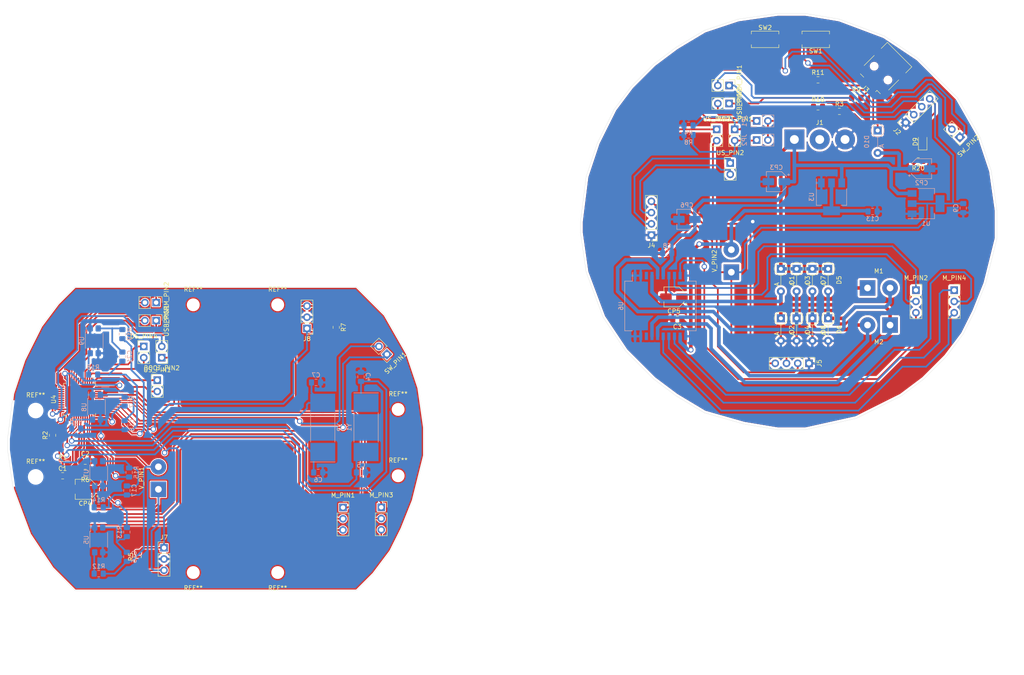
<source format=kicad_pcb>
(kicad_pcb (version 20171130) (host pcbnew "(5.1.2)-2")
  (layers (0 F.Cu signal) (31 B.Cu signal) (34 B.Paste user) (35 F.Paste user) (36 B.SilkS user) (37 F.SilkS user) (38 B.Mask user) (39 F.Mask user) (44 Edge.Cuts user))
  (net 0 "")
  (net 1 RST)
  (net 2 GND)
  (net 3 "Net-(C2-Pad1)")
  (net 4 +5V)
  (net 5 OSC32-IN)
  (net 6 OSC32-OUT)
  (net 7 OSC-IN)
  (net 8 OSC-OUT)
  (net 9 +3V3)
  (net 10 "Net-(C15-Pad2)")
  (net 11 "Net-(C17-Pad2)")
  (net 12 "Net-(C18-Pad2)")
  (net 13 "Net-(C21-Pad2)")
  (net 14 EXT_VCC)
  (net 15 "Net-(D1-Pad2)")
  (net 16 "Net-(D3-Pad2)")
  (net 17 "Net-(D5-Pad2)")
  (net 18 "Net-(D7-Pad2)")
  (net 19 "Net-(D9-Pad1)")
  (net 20 "Net-(J1-Pad2)")
  (net 21 "Net-(J3-Pad2)")
  (net 22 "Net-(J3-Pad3)")
  (net 23 "Net-(J3-Pad4)")
  (net 24 US1_OUT)
  (net 25 US1_IN)
  (net 26 US2_IN)
  (net 27 US2_OUT)
  (net 28 H2)
  (net 29 H1)
  (net 30 "Net-(R2-Pad2)")
  (net 31 BOOT0)
  (net 32 "Net-(R12-Pad2)")
  (net 33 S1)
  (net 34 "Net-(R14-Pad2)")
  (net 35 S2)
  (net 36 "Net-(R16-Pad2)")
  (net 37 S3)
  (net 38 "Net-(R18-Pad2)")
  (net 39 S4)
  (net 40 "Net-(U4-Pad2)")
  (net 41 EnA)
  (net 42 EnB)
  (net 43 "Net-(U4-Pad21)")
  (net 44 "Net-(U4-Pad22)")
  (net 45 "Net-(U4-Pad29)")
  (net 46 "Net-(U4-Pad30)")
  (net 47 "Net-(U4-Pad31)")
  (net 48 M2IN2)
  (net 49 M2IN1)
  (net 50 M1IN2)
  (net 51 M1IN1)
  (net 52 "Net-(U4-Pad42)")
  (net 53 "Net-(U4-Pad43)")
  (net 54 "Net-(U6-Pad3)")
  (net 55 "Net-(U6-Pad18)")
  (net 56 DIO)
  (net 57 CLK)
  (net 58 BOOT1)
  (net 59 BOOT0_B)
  (net 60 BOOT1_B)
  (net 61 5V)
  (net 62 CLK_B)
  (net 63 DIO_B)
  (net 64 USB--)
  (net 65 USB++)
  (net 66 US1P_IN)
  (net 67 US1P_OUT)
  (net 68 US2P_IN)
  (net 69 US2P_OUT)
  (net 70 USB-)
  (net 71 USB+)
  (net 72 "Net-(U4-Pad45)")
  (net 73 "Net-(U4-Pad46)")
  (net 74 3V3)
  (net 75 EnA_B)
  (net 76 M1IN2_B)
  (net 77 M1IN1_B)
  (net 78 M2IN1_B)
  (net 79 M2IN2_B)
  (net 80 EnB_B)
  (net 81 +7.5V)
  (net 82 "Net-(SW1-Pad2)")
  (net 83 "Net-(SW2-Pad2)")
  (net 84 "Net-(SW_PIN1-Pad1)")
  (net 85 "Net-(SW_PIN1-Pad2)")
  (module Button_Switch_SMD:SW_SPST_EVQPE1 (layer F.Cu) (at 221.742 46.99 180)
    (fp_text reference SW1 (at 0 -2.65) (layer F.SilkS))
    (fp_text value SW_Push)
    (pad 1 smd rect (at -2.7 0 180) (size 2 1.6) (layers F.Cu F.Paste F.Mask) (net 2 GND))
    (pad 2 smd rect (at 2.7 0 180) (size 2 1.6) (layers F.Cu F.Paste F.Mask) (net 82 "Net-(SW1-Pad2)"))
  )
  (module Connector_PinSocket_2.54mm:PinSocket_1x03_P2.54mm_Vertical (layer F.Cu) (at 115.062 152.701001)
    (fp_text reference M_PIN1 (at 0 -2.77) (layer F.SilkS))
    (fp_text value Conn_01x03)
    (pad 1 thru_hole rect (at 0 0) (size 1.7 1.7) (drill 1) (layers *.Cu *.Mask) (net 75 EnA_B))
    (pad 2 thru_hole oval (at 0 2.54) (size 1.7 1.7) (drill 1) (layers *.Cu *.Mask) (net 77 M1IN1_B))
    (pad 3 thru_hole oval (at 0 5.08) (size 1.7 1.7) (drill 1) (layers *.Cu *.Mask) (net 76 M1IN2_B))
  )
  (module Connector_PinSocket_2.54mm:PinSocket_1x03_P2.54mm_Vertical (layer F.Cu) (at 123.698 152.654)
    (fp_text reference M_PIN3 (at 0 -2.77) (layer F.SilkS))
    (fp_text value Conn_01x03)
    (pad 3 thru_hole oval (at 0 5.08) (size 1.7 1.7) (drill 1) (layers *.Cu *.Mask) (net 79 M2IN2_B))
    (pad 2 thru_hole oval (at 0 2.54) (size 1.7 1.7) (drill 1) (layers *.Cu *.Mask) (net 78 M2IN1_B))
    (pad 1 thru_hole rect (at 0 0) (size 1.7 1.7) (drill 1) (layers *.Cu *.Mask) (net 80 EnB_B))
  )
  (module MountingHole:MountingHole_2.5mm (layer F.Cu) (at 100.33 167.386 180)
    (fp_text reference REF** (at 0 -3.5) (layer F.SilkS))
    (fp_text value MountingHole_2.5mm)
    (pad 1 np_thru_hole circle (at 0 0 180) (size 2.5 2.5) (drill 2.5) (layers *.Cu *.Mask))
  )
  (module MountingHole:MountingHole_2.5mm (layer F.Cu) (at 81.28 167.386 180)
    (fp_text reference REF** (at 0 -3.5) (layer F.SilkS))
    (fp_text value MountingHole_2.5mm)
    (pad 1 np_thru_hole circle (at 0 0 180) (size 2.5 2.5) (drill 2.5) (layers *.Cu *.Mask))
  )
  (module MountingHole:MountingHole_2.5mm (layer F.Cu) (at 81.28 106.934)
    (fp_text reference REF** (at 0 -3.5) (layer F.SilkS))
    (fp_text value MountingHole_2.5mm)
    (pad 1 np_thru_hole circle (at 0 0) (size 2.5 2.5) (drill 2.5) (layers *.Cu *.Mask))
  )
  (module MountingHole:MountingHole_2.5mm (layer F.Cu) (at 100.33 106.934)
    (fp_text reference REF** (at 0 -3.5) (layer F.SilkS))
    (fp_text value MountingHole_2.5mm)
    (pad 1 np_thru_hole circle (at 0 0) (size 2.5 2.5) (drill 2.5) (layers *.Cu *.Mask))
  )
  (module MountingHole:MountingHole_2.5mm (layer F.Cu) (at 127.508 130.556)
    (fp_text reference REF** (at 0 -3.5) (layer F.SilkS))
    (fp_text value MountingHole_2.5mm)
    (pad 1 np_thru_hole circle (at 0 0) (size 2.5 2.5) (drill 2.5) (layers *.Cu *.Mask))
  )
  (module MountingHole:MountingHole_2.5mm (layer F.Cu) (at 127.508 145.542)
    (fp_text reference REF** (at 0 -3.5) (layer F.SilkS))
    (fp_text value MountingHole_2.5mm)
    (pad 1 np_thru_hole circle (at 0 0) (size 2.5 2.5) (drill 2.5) (layers *.Cu *.Mask))
  )
  (module MountingHole:MountingHole_2.5mm (layer F.Cu) (at 45.72 145.796)
    (fp_text reference REF** (at 0 -3.5) (layer F.SilkS))
    (fp_text value MountingHole_2.5mm)
    (pad 1 np_thru_hole circle (at 0 0) (size 2.5 2.5) (drill 2.5) (layers *.Cu *.Mask))
  )
  (module MountingHole:MountingHole_2.5mm (layer F.Cu) (at 45.72 130.81)
    (fp_text reference REF** (at 0 -3.5) (layer F.SilkS))
    (fp_text value MountingHole_2.5mm)
    (pad 1 np_thru_hole circle (at 0 0) (size 2.5 2.5) (drill 2.5) (layers *.Cu *.Mask))
  )
  (module Diode_THT:D_A-405_P5.08mm_Vertical_AnodeUp (layer B.Cu) (at 235.712 67.564 270)
    (fp_text reference D10 (at 2.54 2.47 270) (layer B.SilkS) (effects (justify mirror)))
    (fp_text value D)
    (fp_text user A (at 3.48 -0.9 270) (layer B.SilkS) (effects (justify mirror)))
    (pad 1 thru_hole rect (at 0 0 270) (size 1.8 1.8) (drill 0.9) (layers *.Cu *.Mask) (net 14 EXT_VCC))
    (pad 2 thru_hole oval (at 5.08 0 270) (size 1.8 1.8) (drill 0.9) (layers *.Cu *.Mask) (net 81 +7.5V))
  )
  (module Capacitor_SMD:C_0805_2012Metric_Pad1.15x1.40mm_HandSolder (layer B.Cu) (at 119.126 123.19 90)
    (fp_text reference C4 (at 0 1.65 90) (layer B.SilkS) (effects (justify mirror)))
    (fp_text value 10p)
    (pad 1 smd roundrect (at -1.025 0 90) (size 1.15 1.4) (layers B.Cu B.Paste B.Mask) (roundrect_rratio 0.217391) (net 5 OSC32-IN))
    (pad 2 smd roundrect (at 1.025 0 90) (size 1.15 1.4) (layers B.Cu B.Paste B.Mask) (roundrect_rratio 0.217391) (net 2 GND))
  )
  (module OptoDevice:Everlight_ITR8307 (layer B.Cu) (at 59.944 160.02)
    (fp_text reference U5 (at -2.8 0 270) (layer B.SilkS) (effects (justify mirror)))
    (fp_text value ITR8307)
    (pad 4 smd roundrect (at 0.9 2.8) (size 1.2 1.4) (layers B.Cu B.Paste B.Mask) (roundrect_rratio 0.2) (net 2 GND))
    (pad 2 smd roundrect (at -0.9 2.8) (size 1.2 1.4) (layers B.Cu B.Paste B.Mask) (roundrect_rratio 0.2) (net 32 "Net-(R12-Pad2)"))
    (pad 1 smd roundrect (at -0.9 -2.8) (size 1.2 1.4) (layers B.Cu B.Paste B.Mask) (roundrect_rratio 0.2) (net 2 GND))
    (pad 3 smd roundrect (at 0.9 -2.8) (size 1.2 1.4) (layers B.Cu B.Paste B.Mask) (roundrect_rratio 0.2) (net 10 "Net-(C15-Pad2)"))
  )
  (module OptoDevice:Everlight_ITR8307 (layer B.Cu) (at 58.928 115.062)
    (fp_text reference U9 (at -2.799999 0 -90) (layer B.SilkS) (effects (justify mirror)))
    (fp_text value ITR8307)
    (pad 3 smd roundrect (at 0.9 -2.8) (size 1.2 1.4) (layers B.Cu B.Paste B.Mask) (roundrect_rratio 0.2) (net 13 "Net-(C21-Pad2)"))
    (pad 1 smd roundrect (at -0.9 -2.8) (size 1.2 1.4) (layers B.Cu B.Paste B.Mask) (roundrect_rratio 0.2) (net 2 GND))
    (pad 2 smd roundrect (at -0.9 2.8) (size 1.2 1.4) (layers B.Cu B.Paste B.Mask) (roundrect_rratio 0.2) (net 38 "Net-(R18-Pad2)"))
    (pad 4 smd roundrect (at 0.9 2.8) (size 1.2 1.4) (layers B.Cu B.Paste B.Mask) (roundrect_rratio 0.2) (net 2 GND))
  )
  (module OptoDevice:Everlight_ITR8307 (layer B.Cu) (at 59.436 130.048)
    (fp_text reference U8 (at -2.8 0 -90) (layer B.SilkS) (effects (justify mirror)))
    (fp_text value ITR8307)
    (pad 4 smd roundrect (at 0.9 2.8) (size 1.2 1.4) (layers B.Cu B.Paste B.Mask) (roundrect_rratio 0.2) (net 2 GND))
    (pad 2 smd roundrect (at -0.9 2.8) (size 1.2 1.4) (layers B.Cu B.Paste B.Mask) (roundrect_rratio 0.2) (net 36 "Net-(R16-Pad2)"))
    (pad 1 smd roundrect (at -0.9 -2.8) (size 1.2 1.4) (layers B.Cu B.Paste B.Mask) (roundrect_rratio 0.2) (net 2 GND))
    (pad 3 smd roundrect (at 0.9 -2.8) (size 1.2 1.4) (layers B.Cu B.Paste B.Mask) (roundrect_rratio 0.2) (net 12 "Net-(C18-Pad2)"))
  )
  (module OptoDevice:Everlight_ITR8307 (layer B.Cu) (at 59.944 145.034)
    (fp_text reference U7 (at -2.799999 0 270) (layer B.SilkS) (effects (justify mirror)))
    (fp_text value ITR8307)
    (pad 4 smd roundrect (at 0.9 2.8) (size 1.2 1.4) (layers B.Cu B.Paste B.Mask) (roundrect_rratio 0.2) (net 2 GND))
    (pad 2 smd roundrect (at -0.9 2.8) (size 1.2 1.4) (layers B.Cu B.Paste B.Mask) (roundrect_rratio 0.2) (net 34 "Net-(R14-Pad2)"))
    (pad 1 smd roundrect (at -0.9 -2.8) (size 1.2 1.4) (layers B.Cu B.Paste B.Mask) (roundrect_rratio 0.2) (net 2 GND))
    (pad 3 smd roundrect (at 0.9 -2.8) (size 1.2 1.4) (layers B.Cu B.Paste B.Mask) (roundrect_rratio 0.2) (net 11 "Net-(C17-Pad2)"))
  )
  (module Connector_PinHeader_2.54mm:PinHeader_1x02_P2.54mm_Vertical (layer F.Cu) (at 203.454 67.31)
    (fp_text reference BOOT_PIN1 (at 0 -2.33) (layer F.SilkS))
    (fp_text value Conn_01x02)
    (pad 2 thru_hole oval (at 0 2.54) (size 1.7 1.7) (drill 1) (layers *.Cu *.Mask) (net 58 BOOT1))
    (pad 1 thru_hole rect (at 0 0) (size 1.7 1.7) (drill 1) (layers *.Cu *.Mask) (net 31 BOOT0))
  )
  (module Connector_PinHeader_2.54mm:PinHeader_1x02_P2.54mm_Vertical (layer F.Cu) (at 74.168 118.872 180)
    (fp_text reference BOOT_PIN2 (at 0 -2.33) (layer F.SilkS))
    (fp_text value Conn_01x02)
    (pad 2 thru_hole oval (at 0 2.54 180) (size 1.7 1.7) (drill 1) (layers *.Cu *.Mask) (net 59 BOOT0_B))
    (pad 1 thru_hole rect (at 0 0 180) (size 1.7 1.7) (drill 1) (layers *.Cu *.Mask) (net 60 BOOT1_B))
  )
  (module Capacitor_SMD:C_0805_2012Metric_Pad1.15x1.40mm_HandSolder (layer F.Cu) (at 51.807 145.542)
    (fp_text reference C1 (at 0 -1.65) (layer F.SilkS))
    (fp_text value 100n)
    (pad 1 smd roundrect (at -1.025 0) (size 1.15 1.4) (layers F.Cu F.Paste F.Mask) (roundrect_rratio 0.217391) (net 2 GND))
    (pad 2 smd roundrect (at 1.025 0) (size 1.15 1.4) (layers F.Cu F.Paste F.Mask) (roundrect_rratio 0.217391) (net 1 RST))
  )
  (module Capacitor_SMD:C_0805_2012Metric_Pad1.15x1.40mm_HandSolder (layer F.Cu) (at 56.896 142.24)
    (fp_text reference C2 (at 0 -1.65) (layer F.SilkS))
    (fp_text value 100n)
    (pad 1 smd roundrect (at -1.025 0) (size 1.15 1.4) (layers F.Cu F.Paste F.Mask) (roundrect_rratio 0.217391) (net 3 "Net-(C2-Pad1)"))
    (pad 2 smd roundrect (at 1.025 0) (size 1.15 1.4) (layers F.Cu F.Paste F.Mask) (roundrect_rratio 0.217391) (net 2 GND))
  )
  (module Capacitor_SMD:C_0805_2012Metric_Pad1.15x1.40mm_HandSolder (layer F.Cu) (at 190.5 110.236 180)
    (fp_text reference C3 (at 0 -1.65) (layer F.SilkS))
    (fp_text value 100n)
    (pad 1 smd roundrect (at -1.025 0 180) (size 1.15 1.4) (layers F.Cu F.Paste F.Mask) (roundrect_rratio 0.217391) (net 4 +5V))
    (pad 2 smd roundrect (at 1.025 0 180) (size 1.15 1.4) (layers F.Cu F.Paste F.Mask) (roundrect_rratio 0.217391) (net 2 GND))
  )
  (module Capacitor_SMD:C_0805_2012Metric_Pad1.15x1.40mm_HandSolder (layer B.Cu) (at 119.126 144.78 180)
    (fp_text reference C5 (at 0 1.65) (layer B.SilkS) (effects (justify mirror)))
    (fp_text value 10p)
    (pad 2 smd roundrect (at 1.025 0 180) (size 1.15 1.4) (layers B.Cu B.Paste B.Mask) (roundrect_rratio 0.217391) (net 6 OSC32-OUT))
    (pad 1 smd roundrect (at -1.025 0 180) (size 1.15 1.4) (layers B.Cu B.Paste B.Mask) (roundrect_rratio 0.217391) (net 2 GND))
  )
  (module Capacitor_SMD:C_0805_2012Metric_Pad1.15x1.40mm_HandSolder (layer B.Cu) (at 109.465 144.78)
    (fp_text reference C6 (at 0 1.65) (layer B.SilkS) (effects (justify mirror)))
    (fp_text value 22p)
    (pad 2 smd roundrect (at 1.025 0) (size 1.15 1.4) (layers B.Cu B.Paste B.Mask) (roundrect_rratio 0.217391) (net 2 GND))
    (pad 1 smd roundrect (at -1.025 0) (size 1.15 1.4) (layers B.Cu B.Paste B.Mask) (roundrect_rratio 0.217391) (net 7 OSC-IN))
  )
  (module Capacitor_SMD:C_0805_2012Metric_Pad1.15x1.40mm_HandSolder (layer B.Cu) (at 108.975 124.46 180)
    (fp_text reference C7 (at 0 1.65) (layer B.SilkS) (effects (justify mirror)))
    (fp_text value 22p)
    (pad 1 smd roundrect (at -1.025 0 180) (size 1.15 1.4) (layers B.Cu B.Paste B.Mask) (roundrect_rratio 0.217391) (net 2 GND))
    (pad 2 smd roundrect (at 1.025 0 180) (size 1.15 1.4) (layers B.Cu B.Paste B.Mask) (roundrect_rratio 0.217391) (net 8 OSC-OUT))
  )
  (module Capacitor_SMD:C_0805_2012Metric_Pad1.15x1.40mm_HandSolder (layer B.Cu) (at 188.214 95.25 180)
    (fp_text reference C8 (at 0 1.65 180) (layer B.SilkS) (effects (justify mirror)))
    (fp_text value 100n)
    (pad 2 smd roundrect (at 1.025 0 180) (size 1.15 1.4) (layers B.Cu B.Paste B.Mask) (roundrect_rratio 0.217391) (net 2 GND))
    (pad 1 smd roundrect (at -1.025 0 180) (size 1.15 1.4) (layers B.Cu B.Paste B.Mask) (roundrect_rratio 0.217391) (net 81 +7.5V))
  )
  (module Capacitor_SMD:C_0805_2012Metric_Pad1.15x1.40mm_HandSolder (layer B.Cu) (at 255.016 85.09 270)
    (fp_text reference C9 (at 0 1.65 90) (layer B.SilkS) (effects (justify mirror)))
    (fp_text value 100n)
    (pad 2 smd roundrect (at 1.025 0 270) (size 1.15 1.4) (layers B.Cu B.Paste B.Mask) (roundrect_rratio 0.217391) (net 2 GND))
    (pad 1 smd roundrect (at -1.025 0 270) (size 1.15 1.4) (layers B.Cu B.Paste B.Mask) (roundrect_rratio 0.217391) (net 9 +3V3))
  )
  (module Capacitor_SMD:C_0805_2012Metric_Pad1.15x1.40mm_HandSolder (layer B.Cu) (at 234.569 85.852)
    (fp_text reference C13 (at 0 1.65) (layer B.SilkS) (effects (justify mirror)))
    (fp_text value 100n)
    (pad 2 smd roundrect (at 1.025 0) (size 1.15 1.4) (layers B.Cu B.Paste B.Mask) (roundrect_rratio 0.217391) (net 2 GND))
    (pad 1 smd roundrect (at -1.025 0) (size 1.15 1.4) (layers B.Cu B.Paste B.Mask) (roundrect_rratio 0.217391) (net 4 +5V))
  )
  (module Capacitor_SMD:C_0805_2012Metric_Pad1.15x1.40mm_HandSolder (layer B.Cu) (at 66.294 163.83 90)
    (fp_text reference C15 (at 0 1.65 270) (layer B.SilkS) (effects (justify mirror)))
    (fp_text value 10n)
    (pad 1 smd roundrect (at -1.025 0 90) (size 1.15 1.4) (layers B.Cu B.Paste B.Mask) (roundrect_rratio 0.217391) (net 61 5V))
    (pad 2 smd roundrect (at 1.025 0 90) (size 1.15 1.4) (layers B.Cu B.Paste B.Mask) (roundrect_rratio 0.217391) (net 10 "Net-(C15-Pad2)"))
  )
  (module Capacitor_SMD:C_0805_2012Metric_Pad1.15x1.40mm_HandSolder (layer B.Cu) (at 66.294 148.844 90)
    (fp_text reference C17 (at 0 1.65 270) (layer B.SilkS) (effects (justify mirror)))
    (fp_text value 10n)
    (pad 2 smd roundrect (at 1.025 0 90) (size 1.15 1.4) (layers B.Cu B.Paste B.Mask) (roundrect_rratio 0.217391) (net 11 "Net-(C17-Pad2)"))
    (pad 1 smd roundrect (at -1.025 0 90) (size 1.15 1.4) (layers B.Cu B.Paste B.Mask) (roundrect_rratio 0.217391) (net 61 5V))
  )
  (module Capacitor_SMD:C_0805_2012Metric_Pad1.15x1.40mm_HandSolder (layer B.Cu) (at 65.786 134.103 90)
    (fp_text reference C18 (at 0 1.65 270) (layer B.SilkS) (effects (justify mirror)))
    (fp_text value 10n)
    (pad 1 smd roundrect (at -1.025 0 90) (size 1.15 1.4) (layers B.Cu B.Paste B.Mask) (roundrect_rratio 0.217391) (net 61 5V))
    (pad 2 smd roundrect (at 1.025 0 90) (size 1.15 1.4) (layers B.Cu B.Paste B.Mask) (roundrect_rratio 0.217391) (net 12 "Net-(C18-Pad2)"))
  )
  (module Capacitor_SMD:C_0805_2012Metric_Pad1.15x1.40mm_HandSolder (layer B.Cu) (at 65.278 118.627 90)
    (fp_text reference C21 (at 0 1.65 270) (layer B.SilkS) (effects (justify mirror)))
    (fp_text value 10n)
    (pad 2 smd roundrect (at 1.025 0 90) (size 1.15 1.4) (layers B.Cu B.Paste B.Mask) (roundrect_rratio 0.217391) (net 13 "Net-(C21-Pad2)"))
    (pad 1 smd roundrect (at -1.025 0 90) (size 1.15 1.4) (layers B.Cu B.Paste B.Mask) (roundrect_rratio 0.217391) (net 61 5V))
  )
  (module Capacitor_SMD:CP_Elec_4x5.3 (layer B.Cu) (at 245.618 76.2)
    (fp_text reference CP2 (at 0 3.2 180) (layer B.SilkS) (effects (justify mirror)))
    (fp_text value 10uF)
    (pad 2 smd roundrect (at 1.8 0) (size 2.6 1.6) (layers B.Cu B.Paste B.Mask) (roundrect_rratio 0.15625) (net 2 GND))
    (pad 1 smd roundrect (at -1.8 0) (size 2.6 1.6) (layers B.Cu B.Paste B.Mask) (roundrect_rratio 0.15625) (net 81 +7.5V))
  )
  (module Capacitor_SMD:CP_Elec_4x5.3 (layer B.Cu) (at 212.852 79.121 180)
    (fp_text reference CP3 (at 0 3.2 180) (layer B.SilkS) (effects (justify mirror)))
    (fp_text value 10uF)
    (pad 2 smd roundrect (at 1.8 0 180) (size 2.6 1.6) (layers B.Cu B.Paste B.Mask) (roundrect_rratio 0.15625) (net 2 GND))
    (pad 1 smd roundrect (at -1.8 0 180) (size 2.6 1.6) (layers B.Cu B.Paste B.Mask) (roundrect_rratio 0.15625) (net 81 +7.5V))
  )
  (module Capacitor_SMD:CP_Elec_4x5.3 (layer F.Cu) (at 56.896 148.59 180)
    (fp_text reference CP4 (at 0 -3.2) (layer F.SilkS))
    (fp_text value 220uF)
    (pad 2 smd roundrect (at 1.8 0 180) (size 2.6 1.6) (layers F.Cu F.Paste F.Mask) (roundrect_rratio 0.15625) (net 2 GND))
    (pad 1 smd roundrect (at -1.8 0 180) (size 2.6 1.6) (layers F.Cu F.Paste F.Mask) (roundrect_rratio 0.15625) (net 74 3V3))
  )
  (module Capacitor_SMD:CP_Elec_4x5.3 (layer F.Cu) (at 189.738 105.156 180)
    (fp_text reference CP5 (at 0 -3.2) (layer F.SilkS))
    (fp_text value 100uF)
    (pad 1 smd roundrect (at -1.8 0 180) (size 2.6 1.6) (layers F.Cu F.Paste F.Mask) (roundrect_rratio 0.15625) (net 4 +5V))
    (pad 2 smd roundrect (at 1.8 0 180) (size 2.6 1.6) (layers F.Cu F.Paste F.Mask) (roundrect_rratio 0.15625) (net 2 GND))
  )
  (module Capacitor_SMD:CP_Elec_4x5.3 (layer B.Cu) (at 192.659 87.63 180)
    (fp_text reference CP6 (at 0 3.2) (layer B.SilkS) (effects (justify mirror)))
    (fp_text value 100uF)
    (pad 1 smd roundrect (at -1.8 0 180) (size 2.6 1.6) (layers B.Cu B.Paste B.Mask) (roundrect_rratio 0.15625) (net 81 +7.5V))
    (pad 2 smd roundrect (at 1.8 0 180) (size 2.6 1.6) (layers B.Cu B.Paste B.Mask) (roundrect_rratio 0.15625) (net 2 GND))
  )
  (module Diode_THT:D_A-405_P5.08mm_Vertical_AnodeUp (layer F.Cu) (at 213.868 98.806 270)
    (fp_text reference D1 (at 2.54 -2.47 90) (layer F.SilkS))
    (fp_text value D)
    (fp_text user A (at 3.48 0.9 90) (layer F.SilkS))
    (pad 1 thru_hole rect (at 0 0 270) (size 1.8 1.8) (drill 0.9) (layers *.Cu *.Mask) (net 81 +7.5V))
    (pad 2 thru_hole oval (at 5.08 0 270) (size 1.8 1.8) (drill 0.9) (layers *.Cu *.Mask) (net 15 "Net-(D1-Pad2)"))
  )
  (module Diode_THT:D_A-405_P5.08mm_Vertical_AnodeUp (layer F.Cu) (at 213.868 109.982 270)
    (fp_text reference D2 (at 2.54 -2.47 90) (layer F.SilkS))
    (fp_text value D)
    (fp_text user A (at 3.48 0.9 90) (layer F.SilkS))
    (pad 1 thru_hole rect (at 0 0 270) (size 1.8 1.8) (drill 0.9) (layers *.Cu *.Mask) (net 15 "Net-(D1-Pad2)"))
    (pad 2 thru_hole oval (at 5.08 0 270) (size 1.8 1.8) (drill 0.9) (layers *.Cu *.Mask) (net 2 GND))
  )
  (module Diode_THT:D_A-405_P5.08mm_Vertical_AnodeUp (layer F.Cu) (at 217.424 98.806 270)
    (fp_text reference D3 (at 2.54 -2.47 90) (layer F.SilkS))
    (fp_text value D)
    (fp_text user A (at 3.48 0.9 90) (layer F.SilkS))
    (pad 2 thru_hole oval (at 5.08 0 270) (size 1.8 1.8) (drill 0.9) (layers *.Cu *.Mask) (net 16 "Net-(D3-Pad2)"))
    (pad 1 thru_hole rect (at 0 0 270) (size 1.8 1.8) (drill 0.9) (layers *.Cu *.Mask) (net 81 +7.5V))
  )
  (module Diode_THT:D_A-405_P5.08mm_Vertical_AnodeUp (layer F.Cu) (at 217.424 109.982 270)
    (fp_text reference D4 (at 2.54 -2.47 90) (layer F.SilkS))
    (fp_text value D)
    (fp_text user A (at 3.48 0.9 90) (layer F.SilkS))
    (pad 1 thru_hole rect (at 0 0 270) (size 1.8 1.8) (drill 0.9) (layers *.Cu *.Mask) (net 16 "Net-(D3-Pad2)"))
    (pad 2 thru_hole oval (at 5.08 0 270) (size 1.8 1.8) (drill 0.9) (layers *.Cu *.Mask) (net 2 GND))
  )
  (module Diode_THT:D_A-405_P5.08mm_Vertical_AnodeUp (layer F.Cu) (at 224.536 98.806 270)
    (fp_text reference D5 (at 2.54 -2.47 90) (layer F.SilkS))
    (fp_text value D)
    (fp_text user A (at 3.48 0.9 90) (layer F.SilkS))
    (pad 1 thru_hole rect (at 0 0 270) (size 1.8 1.8) (drill 0.9) (layers *.Cu *.Mask) (net 81 +7.5V))
    (pad 2 thru_hole oval (at 5.08 0 270) (size 1.8 1.8) (drill 0.9) (layers *.Cu *.Mask) (net 17 "Net-(D5-Pad2)"))
  )
  (module Diode_THT:D_A-405_P5.08mm_Vertical_AnodeUp (layer F.Cu) (at 224.536 109.982 270)
    (fp_text reference D6 (at 2.54 -2.47 90) (layer F.SilkS))
    (fp_text value D)
    (fp_text user A (at 3.48 0.9 90) (layer F.SilkS))
    (pad 2 thru_hole oval (at 5.08 0 270) (size 1.8 1.8) (drill 0.9) (layers *.Cu *.Mask) (net 2 GND))
    (pad 1 thru_hole rect (at 0 0 270) (size 1.8 1.8) (drill 0.9) (layers *.Cu *.Mask) (net 17 "Net-(D5-Pad2)"))
  )
  (module Diode_THT:D_A-405_P5.08mm_Vertical_AnodeUp (layer F.Cu) (at 220.98 98.806 270)
    (fp_text reference D7 (at 2.54 -2.47 90) (layer F.SilkS))
    (fp_text value D)
    (fp_text user A (at 3.48 0.9 90) (layer F.SilkS))
    (pad 2 thru_hole oval (at 5.08 0 270) (size 1.8 1.8) (drill 0.9) (layers *.Cu *.Mask) (net 18 "Net-(D7-Pad2)"))
    (pad 1 thru_hole rect (at 0 0 270) (size 1.8 1.8) (drill 0.9) (layers *.Cu *.Mask) (net 81 +7.5V))
  )
  (module Diode_THT:D_A-405_P5.08mm_Vertical_AnodeUp (layer F.Cu) (at 220.98 109.982 270)
    (fp_text reference D8 (at 2.54 -2.47 90) (layer F.SilkS))
    (fp_text value D)
    (fp_text user A (at 3.48 0.9 90) (layer F.SilkS))
    (pad 2 thru_hole oval (at 5.08 0 270) (size 1.8 1.8) (drill 0.9) (layers *.Cu *.Mask) (net 2 GND))
    (pad 1 thru_hole rect (at 0 0 270) (size 1.8 1.8) (drill 0.9) (layers *.Cu *.Mask) (net 18 "Net-(D7-Pad2)"))
  )
  (module LED_SMD:LED_0805_2012Metric_Pad1.15x1.40mm_HandSolder (layer F.Cu) (at 245.872 70.104 90)
    (fp_text reference D9 (at 0 -1.65 90) (layer F.SilkS))
    (fp_text value LED)
    (pad 2 smd roundrect (at 1.025 0 90) (size 1.15 1.4) (layers F.Cu F.Paste F.Mask) (roundrect_rratio 0.217391) (net 9 +3V3))
    (pad 1 smd roundrect (at -1.025 0 90) (size 1.15 1.4) (layers F.Cu F.Paste F.Mask) (roundrect_rratio 0.217391) (net 19 "Net-(D9-Pad1)"))
  )
  (module Connector_Wire:SolderWirePad_1x03_P5.715mm_Drill2mm (layer F.Cu) (at 216.916 69.596)
    (fp_text reference J1 (at 5.715 -3.81) (layer F.SilkS))
    (fp_text value Conn_01x03_Male)
    (pad 3 thru_hole circle (at 11.43 0) (size 4.50088 4.50088) (drill 1.99898) (layers *.Cu *.Mask) (net 2 GND))
    (pad 2 thru_hole circle (at 5.715 0) (size 4.50088 4.50088) (drill 1.99898) (layers *.Cu *.Mask) (net 20 "Net-(J1-Pad2)"))
    (pad 1 thru_hole rect (at 0 0) (size 4.50088 4.50088) (drill 1.99898) (layers *.Cu *.Mask) (net 81 +7.5V))
  )
  (module Connector_PinSocket_2.54mm:PinSocket_1x04_P2.54mm_Vertical (layer F.Cu) (at 242.062 65.786 135)
    (fp_text reference J2 (at 0 -2.77 135) (layer F.SilkS))
    (fp_text value Conn_01x04_Female)
    (pad 4 thru_hole oval (at 0 7.62 135) (size 1.7 1.7) (drill 1) (layers *.Cu *.Mask) (net 9 +3V3))
    (pad 3 thru_hole oval (at 0 5.08 135) (size 1.7 1.7) (drill 1) (layers *.Cu *.Mask) (net 56 DIO))
    (pad 2 thru_hole oval (at 0 2.54 135) (size 1.7 1.7) (drill 1) (layers *.Cu *.Mask) (net 57 CLK))
    (pad 1 thru_hole rect (at 0 0 135) (size 1.7 1.7) (drill 1) (layers *.Cu *.Mask) (net 2 GND))
  )
  (module Connector_USB:USB_Mini-B_Lumberg_2486_01_Horizontal (layer F.Cu) (at 236.474 54.61 135)
    (fp_text reference J3 (at 0 -5 135) (layer F.SilkS))
    (fp_text value USB_B_Mini)
    (pad 1 smd rect (at -1.6 -2.7 135) (size 0.5 2) (layers F.Cu F.Paste F.Mask) (net 14 EXT_VCC))
    (pad 2 smd rect (at -0.8 -2.7 135) (size 0.5 2) (layers F.Cu F.Paste F.Mask) (net 21 "Net-(J3-Pad2)"))
    (pad 3 smd rect (at 0 -2.7 135) (size 0.5 2) (layers F.Cu F.Paste F.Mask) (net 22 "Net-(J3-Pad3)"))
    (pad 4 smd rect (at 0.8 -2.7 135) (size 0.5 2) (layers F.Cu F.Paste F.Mask) (net 23 "Net-(J3-Pad4)"))
    (pad 5 smd rect (at 1.6 -2.7 135) (size 0.5 2) (layers F.Cu F.Paste F.Mask) (net 2 GND))
    (pad 6 smd rect (at -4.45 -2.6 135) (size 2 1.7) (layers F.Cu F.Paste F.Mask) (net 2 GND))
    (pad 6 smd rect (at -4.45 2.85 135) (size 2 1.7) (layers F.Cu F.Paste F.Mask) (net 2 GND))
    (pad 6 smd rect (at 4.45 -2.6 135) (size 2 1.7) (layers F.Cu F.Paste F.Mask) (net 2 GND))
    (pad 6 smd rect (at 4.45 2.85 135) (size 2 1.7) (layers F.Cu F.Paste F.Mask) (net 2 GND))
    (pad "" np_thru_hole circle (at -2.2 0 135) (size 1 1) (drill 1) (layers *.Cu *.Mask))
    (pad "" np_thru_hole circle (at 2.2 0 135) (size 1 1) (drill 1) (layers *.Cu *.Mask))
  )
  (module Connector_PinHeader_2.54mm:PinHeader_1x04_P2.54mm_Vertical (layer F.Cu) (at 184.658 91.186 180)
    (fp_text reference J4 (at 0 -2.33) (layer F.SilkS))
    (fp_text value Conn_01x04_Female)
    (pad 4 thru_hole oval (at 0 7.62 180) (size 1.7 1.7) (drill 1) (layers *.Cu *.Mask) (net 9 +3V3))
    (pad 3 thru_hole oval (at 0 5.08 180) (size 1.7 1.7) (drill 1) (layers *.Cu *.Mask) (net 25 US1_IN))
    (pad 2 thru_hole oval (at 0 2.54 180) (size 1.7 1.7) (drill 1) (layers *.Cu *.Mask) (net 24 US1_OUT))
    (pad 1 thru_hole rect (at 0 0 180) (size 1.7 1.7) (drill 1) (layers *.Cu *.Mask) (net 2 GND))
  )
  (module Connector_PinHeader_2.54mm:PinHeader_1x04_P2.54mm_Vertical (layer F.Cu) (at 220.218 120.142 270)
    (fp_text reference J5 (at 0 -2.33 90) (layer F.SilkS))
    (fp_text value Conn_01x04_Female)
    (pad 1 thru_hole rect (at 0 0 270) (size 1.7 1.7) (drill 1) (layers *.Cu *.Mask) (net 2 GND))
    (pad 2 thru_hole oval (at 0 2.54 270) (size 1.7 1.7) (drill 1) (layers *.Cu *.Mask) (net 27 US2_OUT))
    (pad 3 thru_hole oval (at 0 5.08 270) (size 1.7 1.7) (drill 1) (layers *.Cu *.Mask) (net 26 US2_IN))
    (pad 4 thru_hole oval (at 0 7.62 270) (size 1.7 1.7) (drill 1) (layers *.Cu *.Mask) (net 9 +3V3))
  )
  (module Connector_PinHeader_2.54mm:PinHeader_1x03_P2.54mm_Vertical (layer F.Cu) (at 74.676 161.798)
    (fp_text reference J7 (at 0 -2.33) (layer F.SilkS))
    (fp_text value Conn_01x03_Female)
    (pad 3 thru_hole oval (at 0 5.08) (size 1.7 1.7) (drill 1) (layers *.Cu *.Mask) (net 74 3V3))
    (pad 2 thru_hole oval (at 0 2.54) (size 1.7 1.7) (drill 1) (layers *.Cu *.Mask) (net 2 GND))
    (pad 1 thru_hole rect (at 0 0) (size 1.7 1.7) (drill 1) (layers *.Cu *.Mask) (net 28 H2))
  )
  (module Connector_PinHeader_2.54mm:PinHeader_1x03_P2.54mm_Vertical (layer F.Cu) (at 106.934 112.268 180)
    (fp_text reference J8 (at 0 -2.33) (layer F.SilkS))
    (fp_text value Conn_01x03_Female)
    (pad 1 thru_hole rect (at 0 0 180) (size 1.7 1.7) (drill 1) (layers *.Cu *.Mask) (net 29 H1))
    (pad 2 thru_hole oval (at 0 2.54 180) (size 1.7 1.7) (drill 1) (layers *.Cu *.Mask) (net 2 GND))
    (pad 3 thru_hole oval (at 0 5.08 180) (size 1.7 1.7) (drill 1) (layers *.Cu *.Mask) (net 74 3V3))
  )
  (module Connector_PinSocket_2.54mm:PinSocket_1x02_P2.54mm_Vertical (layer B.Cu) (at 208.407 65.405 270)
    (fp_text reference JP1 (at 0 2.77 90) (layer B.SilkS) (effects (justify mirror)))
    (fp_text value Jumper)
    (pad 2 thru_hole oval (at 0 -2.54 270) (size 1.7 1.7) (drill 1) (layers *.Cu *.Mask) (net 9 +3V3))
    (pad 1 thru_hole rect (at 0 0 270) (size 1.7 1.7) (drill 1) (layers *.Cu *.Mask) (net 31 BOOT0))
  )
  (module Connector_PinSocket_2.54mm:PinSocket_1x02_P2.54mm_Vertical (layer B.Cu) (at 208.407 69.723 270)
    (fp_text reference JP2 (at 0 2.77 90) (layer B.SilkS) (effects (justify mirror)))
    (fp_text value Jumper)
    (pad 1 thru_hole rect (at 0 0 270) (size 1.7 1.7) (drill 1) (layers *.Cu *.Mask) (net 58 BOOT1))
    (pad 2 thru_hole oval (at 0 -2.54 270) (size 1.7 1.7) (drill 1) (layers *.Cu *.Mask) (net 9 +3V3))
  )
  (module Connector_Wire:SolderWirePad_1x02_P5.08mm_Drill1.5mm (layer F.Cu) (at 233.426 103.124)
    (fp_text reference M1 (at 2.54 -3.81) (layer F.SilkS))
    (fp_text value Motor_DC)
    (pad 2 thru_hole circle (at 5.08 0) (size 3.50012 3.50012) (drill 1.50114) (layers *.Cu *.Mask) (net 16 "Net-(D3-Pad2)"))
    (pad 1 thru_hole rect (at 0 0) (size 3.50012 3.50012) (drill 1.50114) (layers *.Cu *.Mask) (net 15 "Net-(D1-Pad2)"))
  )
  (module Connector_Wire:SolderWirePad_1x02_P5.08mm_Drill1.5mm (layer F.Cu) (at 238.506 111.506 180)
    (fp_text reference M2 (at 2.54 -3.81) (layer F.SilkS))
    (fp_text value Motor_DC)
    (pad 1 thru_hole rect (at 0 0 180) (size 3.50012 3.50012) (drill 1.50114) (layers *.Cu *.Mask) (net 17 "Net-(D5-Pad2)"))
    (pad 2 thru_hole circle (at 5.08 0 180) (size 3.50012 3.50012) (drill 1.50114) (layers *.Cu *.Mask) (net 18 "Net-(D7-Pad2)"))
  )
  (module Connector_PinHeader_2.54mm:PinHeader_1x02_P2.54mm_Vertical (layer F.Cu) (at 202.184 57.404 270)
    (fp_text reference PRGRM_PIN1 (at 0 -2.33 90) (layer F.SilkS))
    (fp_text value Conn_01x02)
    (pad 1 thru_hole rect (at 0 0 270) (size 1.7 1.7) (drill 1) (layers *.Cu *.Mask) (net 57 CLK))
    (pad 2 thru_hole oval (at 0 2.54 270) (size 1.7 1.7) (drill 1) (layers *.Cu *.Mask) (net 56 DIO))
  )
  (module Connector_PinHeader_2.54mm:PinHeader_1x02_P2.54mm_Vertical (layer F.Cu) (at 72.898 106.426 270)
    (fp_text reference PRGRM_PIN2 (at 0 -2.33 90) (layer F.SilkS))
    (fp_text value Conn_01x02)
    (pad 1 thru_hole rect (at 0 0 270) (size 1.7 1.7) (drill 1) (layers *.Cu *.Mask) (net 62 CLK_B))
    (pad 2 thru_hole oval (at 0 2.54 270) (size 1.7 1.7) (drill 1) (layers *.Cu *.Mask) (net 63 DIO_B))
  )
  (module Resistor_SMD:R_0805_2012Metric_Pad1.15x1.40mm_HandSolder (layer F.Cu) (at 51.807 143.002)
    (fp_text reference R1 (at 0 -1.65) (layer F.SilkS))
    (fp_text value 10K)
    (pad 2 smd roundrect (at 1.025 0) (size 1.15 1.4) (layers F.Cu F.Paste F.Mask) (roundrect_rratio 0.217391) (net 1 RST))
    (pad 1 smd roundrect (at -1.025 0) (size 1.15 1.4) (layers F.Cu F.Paste F.Mask) (roundrect_rratio 0.217391) (net 74 3V3))
  )
  (module Resistor_SMD:R_0805_2012Metric_Pad1.15x1.40mm_HandSolder (layer F.Cu) (at 49.53 136.398 90)
    (fp_text reference R2 (at 0 -1.65 90) (layer F.SilkS))
    (fp_text value 1R)
    (pad 2 smd roundrect (at 1.025 0 90) (size 1.15 1.4) (layers F.Cu F.Paste F.Mask) (roundrect_rratio 0.217391) (net 30 "Net-(R2-Pad2)"))
    (pad 1 smd roundrect (at -1.025 0 90) (size 1.15 1.4) (layers F.Cu F.Paste F.Mask) (roundrect_rratio 0.217391) (net 74 3V3))
  )
  (module Resistor_SMD:R_0805_2012Metric_Pad1.15x1.40mm_HandSolder (layer F.Cu) (at 227.076 63.246)
    (fp_text reference R3 (at 0 -1.65) (layer F.SilkS))
    (fp_text value 1K5)
    (pad 1 smd roundrect (at -1.025 0) (size 1.15 1.4) (layers F.Cu F.Paste F.Mask) (roundrect_rratio 0.217391) (net 22 "Net-(J3-Pad3)"))
    (pad 2 smd roundrect (at 1.025 0) (size 1.15 1.4) (layers F.Cu F.Paste F.Mask) (roundrect_rratio 0.217391) (net 9 +3V3))
  )
  (module Resistor_SMD:R_0805_2012Metric_Pad1.15x1.40mm_HandSolder (layer B.Cu) (at 193.031 66.421)
    (fp_text reference R4 (at 0 1.65) (layer B.SilkS) (effects (justify mirror)))
    (fp_text value 10K)
    (pad 2 smd roundrect (at 1.025 0) (size 1.15 1.4) (layers B.Cu B.Paste B.Mask) (roundrect_rratio 0.217391) (net 31 BOOT0))
    (pad 1 smd roundrect (at -1.025 0) (size 1.15 1.4) (layers B.Cu B.Paste B.Mask) (roundrect_rratio 0.217391) (net 2 GND))
  )
  (module Resistor_SMD:R_0805_2012Metric_Pad1.15x1.40mm_HandSolder (layer F.Cu) (at 68.834 163.83 90)
    (fp_text reference R5 (at 0 -1.65 90) (layer F.SilkS))
    (fp_text value 1K)
    (pad 2 smd roundrect (at 1.025 0 90) (size 1.15 1.4) (layers F.Cu F.Paste F.Mask) (roundrect_rratio 0.217391) (net 28 H2))
    (pad 1 smd roundrect (at -1.025 0 90) (size 1.15 1.4) (layers F.Cu F.Paste F.Mask) (roundrect_rratio 0.217391) (net 74 3V3))
  )
  (module Resistor_SMD:R_0805_2012Metric_Pad1.15x1.40mm_HandSolder (layer F.Cu) (at 56.896 144.78 180)
    (fp_text reference R6 (at 0 -1.65) (layer F.SilkS))
    (fp_text value 1R)
    (pad 1 smd roundrect (at -1.025 0 180) (size 1.15 1.4) (layers F.Cu F.Paste F.Mask) (roundrect_rratio 0.217391) (net 74 3V3))
    (pad 2 smd roundrect (at 1.025 0 180) (size 1.15 1.4) (layers F.Cu F.Paste F.Mask) (roundrect_rratio 0.217391) (net 3 "Net-(C2-Pad1)"))
  )
  (module Resistor_SMD:R_0805_2012Metric_Pad1.15x1.40mm_HandSolder (layer F.Cu) (at 113.538 112.014 270)
    (fp_text reference R7 (at 0 -1.65 90) (layer F.SilkS))
    (fp_text value 1K)
    (pad 1 smd roundrect (at -1.025 0 270) (size 1.15 1.4) (layers F.Cu F.Paste F.Mask) (roundrect_rratio 0.217391) (net 74 3V3))
    (pad 2 smd roundrect (at 1.025 0 270) (size 1.15 1.4) (layers F.Cu F.Paste F.Mask) (roundrect_rratio 0.217391) (net 29 H1))
  )
  (module Resistor_SMD:R_0805_2012Metric_Pad1.15x1.40mm_HandSolder (layer B.Cu) (at 193.04 68.58)
    (fp_text reference R8 (at 0 1.65) (layer B.SilkS) (effects (justify mirror)))
    (fp_text value 10K)
    (pad 1 smd roundrect (at -1.025 0) (size 1.15 1.4) (layers B.Cu B.Paste B.Mask) (roundrect_rratio 0.217391) (net 2 GND))
    (pad 2 smd roundrect (at 1.025 0) (size 1.15 1.4) (layers B.Cu B.Paste B.Mask) (roundrect_rratio 0.217391) (net 58 BOOT1))
  )
  (module Resistor_SMD:R_0805_2012Metric_Pad1.15x1.40mm_HandSolder (layer F.Cu) (at 230.877 60.198 180)
    (fp_text reference R9 (at 0 1.778) (layer F.SilkS))
    (fp_text value 1R)
    (pad 2 smd roundrect (at 1.025 0 180) (size 1.15 1.4) (layers F.Cu F.Paste F.Mask) (roundrect_rratio 0.217391) (net 64 USB--))
    (pad 1 smd roundrect (at -1.025 0 180) (size 1.15 1.4) (layers F.Cu F.Paste F.Mask) (roundrect_rratio 0.217391) (net 21 "Net-(J3-Pad2)"))
  )
  (module Resistor_SMD:R_0805_2012Metric_Pad1.15x1.40mm_HandSolder (layer F.Cu) (at 222.25 62.23)
    (fp_text reference R10 (at 0 -1.65) (layer F.SilkS))
    (fp_text value 1R)
    (pad 2 smd roundrect (at 1.025 0) (size 1.15 1.4) (layers F.Cu F.Paste F.Mask) (roundrect_rratio 0.217391) (net 22 "Net-(J3-Pad3)"))
    (pad 1 smd roundrect (at -1.025 0) (size 1.15 1.4) (layers F.Cu F.Paste F.Mask) (roundrect_rratio 0.217391) (net 65 USB++))
  )
  (module Resistor_SMD:R_0805_2012Metric_Pad1.15x1.40mm_HandSolder (layer F.Cu) (at 222.25 56.134)
    (fp_text reference R11 (at 0 -1.65) (layer F.SilkS))
    (fp_text value 100k)
    (pad 2 smd roundrect (at 1.025 0) (size 1.15 1.4) (layers F.Cu F.Paste F.Mask) (roundrect_rratio 0.217391) (net 23 "Net-(J3-Pad4)"))
    (pad 1 smd roundrect (at -1.025 0) (size 1.15 1.4) (layers F.Cu F.Paste F.Mask) (roundrect_rratio 0.217391) (net 2 GND))
  )
  (module Resistor_SMD:R_0805_2012Metric_Pad1.15x1.40mm_HandSolder (layer B.Cu) (at 59.944 167.64 180)
    (fp_text reference R12 (at 0 1.65 180) (layer B.SilkS) (effects (justify mirror)))
    (fp_text value 220)
    (pad 1 smd roundrect (at -1.025 0 180) (size 1.15 1.4) (layers B.Cu B.Paste B.Mask) (roundrect_rratio 0.217391) (net 61 5V))
    (pad 2 smd roundrect (at 1.025 0 180) (size 1.15 1.4) (layers B.Cu B.Paste B.Mask) (roundrect_rratio 0.217391) (net 32 "Net-(R12-Pad2)"))
  )
  (module Resistor_SMD:R_0805_2012Metric_Pad1.15x1.40mm_HandSolder (layer B.Cu) (at 66.294 158.242 270)
    (fp_text reference R13 (at 0 1.65 270) (layer B.SilkS) (effects (justify mirror)))
    (fp_text value 220)
    (pad 2 smd roundrect (at 1.025 0 270) (size 1.15 1.4) (layers B.Cu B.Paste B.Mask) (roundrect_rratio 0.217391) (net 10 "Net-(C15-Pad2)"))
    (pad 1 smd roundrect (at -1.025 0 270) (size 1.15 1.4) (layers B.Cu B.Paste B.Mask) (roundrect_rratio 0.217391) (net 33 S1))
  )
  (module Resistor_SMD:R_0805_2012Metric_Pad1.15x1.40mm_HandSolder (layer B.Cu) (at 59.944 152.654 180)
    (fp_text reference R14 (at 0 1.65 180) (layer B.SilkS) (effects (justify mirror)))
    (fp_text value 220)
    (pad 2 smd roundrect (at 1.025 0 180) (size 1.15 1.4) (layers B.Cu B.Paste B.Mask) (roundrect_rratio 0.217391) (net 34 "Net-(R14-Pad2)"))
    (pad 1 smd roundrect (at -1.025 0 180) (size 1.15 1.4) (layers B.Cu B.Paste B.Mask) (roundrect_rratio 0.217391) (net 61 5V))
  )
  (module Resistor_SMD:R_0805_2012Metric_Pad1.15x1.40mm_HandSolder (layer B.Cu) (at 66.802 144.78 90)
    (fp_text reference R15 (at 0 1.65 270) (layer B.SilkS) (effects (justify mirror)))
    (fp_text value 220)
    (pad 2 smd roundrect (at 1.025 0 90) (size 1.15 1.4) (layers B.Cu B.Paste B.Mask) (roundrect_rratio 0.217391) (net 11 "Net-(C17-Pad2)"))
    (pad 1 smd roundrect (at -1.025 0 90) (size 1.15 1.4) (layers B.Cu B.Paste B.Mask) (roundrect_rratio 0.217391) (net 35 S2))
  )
  (module Resistor_SMD:R_0805_2012Metric_Pad1.15x1.40mm_HandSolder (layer B.Cu) (at 54.864 134.874 180)
    (fp_text reference R16 (at 0 1.65 180) (layer B.SilkS) (effects (justify mirror)))
    (fp_text value 220)
    (pad 1 smd roundrect (at -1.025 0 180) (size 1.15 1.4) (layers B.Cu B.Paste B.Mask) (roundrect_rratio 0.217391) (net 61 5V))
    (pad 2 smd roundrect (at 1.025 0 180) (size 1.15 1.4) (layers B.Cu B.Paste B.Mask) (roundrect_rratio 0.217391) (net 36 "Net-(R16-Pad2)"))
  )
  (module Resistor_SMD:R_0805_2012Metric_Pad1.15x1.40mm_HandSolder (layer B.Cu) (at 65.786 128.778 90)
    (fp_text reference R17 (at 0 1.65 270) (layer B.SilkS) (effects (justify mirror)))
    (fp_text value 220)
    (pad 2 smd roundrect (at 1.025 0 90) (size 1.15 1.4) (layers B.Cu B.Paste B.Mask) (roundrect_rratio 0.217391) (net 12 "Net-(C18-Pad2)"))
    (pad 1 smd roundrect (at -1.025 0 90) (size 1.15 1.4) (layers B.Cu B.Paste B.Mask) (roundrect_rratio 0.217391) (net 37 S3))
  )
  (module Resistor_SMD:R_0805_2012Metric_Pad1.15x1.40mm_HandSolder (layer B.Cu) (at 58.683 122.682 180)
    (fp_text reference R18 (at 0 1.65 180) (layer B.SilkS) (effects (justify mirror)))
    (fp_text value 220)
    (pad 1 smd roundrect (at -1.025 0 180) (size 1.15 1.4) (layers B.Cu B.Paste B.Mask) (roundrect_rratio 0.217391) (net 61 5V))
    (pad 2 smd roundrect (at 1.025 0 180) (size 1.15 1.4) (layers B.Cu B.Paste B.Mask) (roundrect_rratio 0.217391) (net 38 "Net-(R18-Pad2)"))
  )
  (module Resistor_SMD:R_0805_2012Metric_Pad1.15x1.40mm_HandSolder (layer B.Cu) (at 65.278 113.547 90)
    (fp_text reference R19 (at 0 1.65 270) (layer B.SilkS) (effects (justify mirror)))
    (fp_text value 220)
    (pad 1 smd roundrect (at -1.025 0 90) (size 1.15 1.4) (layers B.Cu B.Paste B.Mask) (roundrect_rratio 0.217391) (net 39 S4))
    (pad 2 smd roundrect (at 1.025 0 90) (size 1.15 1.4) (layers B.Cu B.Paste B.Mask) (roundrect_rratio 0.217391) (net 13 "Net-(C21-Pad2)"))
  )
  (module Resistor_SMD:R_0805_2012Metric_Pad1.15x1.40mm_HandSolder (layer F.Cu) (at 244.865 74.422 180)
    (fp_text reference R20 (at 0 -1.65) (layer F.SilkS))
    (fp_text value R)
    (pad 1 smd roundrect (at -1.025 0 180) (size 1.15 1.4) (layers F.Cu F.Paste F.Mask) (roundrect_rratio 0.217391) (net 19 "Net-(D9-Pad1)"))
    (pad 2 smd roundrect (at 1.025 0 180) (size 1.15 1.4) (layers F.Cu F.Paste F.Mask) (roundrect_rratio 0.217391) (net 2 GND))
  )
  (module Package_TO_SOT_SMD:SOT-223-3_TabPin2 (layer B.Cu) (at 246.634 84.074)
    (fp_text reference U1 (at 0 4.5 180) (layer B.SilkS) (effects (justify mirror)))
    (fp_text value AMS1117-3V3)
    (pad 2 smd rect (at 3.15 0) (size 2 3.8) (layers B.Cu B.Paste B.Mask) (net 9 +3V3))
    (pad 2 smd rect (at -3.15 0) (size 2 1.5) (layers B.Cu B.Paste B.Mask) (net 9 +3V3))
    (pad 3 smd rect (at -3.15 -2.3) (size 2 1.5) (layers B.Cu B.Paste B.Mask) (net 81 +7.5V))
    (pad 1 smd rect (at -3.15 2.3) (size 2 1.5) (layers B.Cu B.Paste B.Mask) (net 2 GND))
  )
  (module Package_TO_SOT_SMD:SOT-223-3_TabPin2 (layer B.Cu) (at 225.298 82.55 270)
    (fp_text reference U3 (at 0 4.5 270) (layer B.SilkS) (effects (justify mirror)))
    (fp_text value AMS1117-5.0)
    (pad 1 smd rect (at -3.15 2.3 270) (size 2 1.5) (layers B.Cu B.Paste B.Mask) (net 2 GND))
    (pad 3 smd rect (at -3.15 -2.3 270) (size 2 1.5) (layers B.Cu B.Paste B.Mask) (net 81 +7.5V))
    (pad 2 smd rect (at -3.15 0 270) (size 2 1.5) (layers B.Cu B.Paste B.Mask) (net 4 +5V))
    (pad 2 smd rect (at 3.15 0 270) (size 2 3.8) (layers B.Cu B.Paste B.Mask) (net 4 +5V))
  )
  (module Package_QFP:LQFP-48_7x7mm_P0.5mm (layer F.Cu) (at 55.626 128.27 90)
    (fp_text reference U4 (at 0 -5.85 90) (layer F.SilkS))
    (fp_text value STM32F103C8Tx)
    (pad 48 smd roundrect (at -2.75 -4.1625 90) (size 0.3 1.475) (layers F.Cu F.Paste F.Mask) (net 74 3V3))
    (pad 47 smd roundrect (at -2.25 -4.1625 90) (size 0.3 1.475) (layers F.Cu F.Paste F.Mask) (net 2 GND))
    (pad 46 smd roundrect (at -1.75 -4.1625 90) (size 0.3 1.475) (layers F.Cu F.Paste F.Mask) (net 73 "Net-(U4-Pad46)"))
    (pad 45 smd roundrect (at -1.25 -4.1625 90) (size 0.3 1.475) (layers F.Cu F.Paste F.Mask) (net 72 "Net-(U4-Pad45)"))
    (pad 44 smd roundrect (at -0.75 -4.1625 90) (size 0.3 1.475) (layers F.Cu F.Paste F.Mask) (net 59 BOOT0_B))
    (pad 43 smd roundrect (at -0.25 -4.1625 90) (size 0.3 1.475) (layers F.Cu F.Paste F.Mask) (net 53 "Net-(U4-Pad43)"))
    (pad 42 smd roundrect (at 0.25 -4.1625 90) (size 0.3 1.475) (layers F.Cu F.Paste F.Mask) (net 52 "Net-(U4-Pad42)"))
    (pad 41 smd roundrect (at 0.75 -4.1625 90) (size 0.3 1.475) (layers F.Cu F.Paste F.Mask) (net 77 M1IN1_B))
    (pad 40 smd roundrect (at 1.25 -4.1625 90) (size 0.3 1.475) (layers F.Cu F.Paste F.Mask) (net 76 M1IN2_B))
    (pad 39 smd roundrect (at 1.75 -4.1625 90) (size 0.3 1.475) (layers F.Cu F.Paste F.Mask) (net 78 M2IN1_B))
    (pad 38 smd roundrect (at 2.25 -4.1625 90) (size 0.3 1.475) (layers F.Cu F.Paste F.Mask) (net 79 M2IN2_B))
    (pad 37 smd roundrect (at 2.75 -4.1625 90) (size 0.3 1.475) (layers F.Cu F.Paste F.Mask) (net 62 CLK_B))
    (pad 36 smd roundrect (at 4.1625 -2.75 90) (size 1.475 0.3) (layers F.Cu F.Paste F.Mask) (net 74 3V3))
    (pad 35 smd roundrect (at 4.1625 -2.25 90) (size 1.475 0.3) (layers F.Cu F.Paste F.Mask) (net 2 GND))
    (pad 34 smd roundrect (at 4.1625 -1.75 90) (size 1.475 0.3) (layers F.Cu F.Paste F.Mask) (net 63 DIO_B))
    (pad 33 smd roundrect (at 4.1625 -1.25 90) (size 1.475 0.3) (layers F.Cu F.Paste F.Mask) (net 71 USB+))
    (pad 32 smd roundrect (at 4.1625 -0.75 90) (size 1.475 0.3) (layers F.Cu F.Paste F.Mask) (net 70 USB-))
    (pad 31 smd roundrect (at 4.1625 -0.25 90) (size 1.475 0.3) (layers F.Cu F.Paste F.Mask) (net 47 "Net-(U4-Pad31)"))
    (pad 30 smd roundrect (at 4.1625 0.25 90) (size 1.475 0.3) (layers F.Cu F.Paste F.Mask) (net 46 "Net-(U4-Pad30)"))
    (pad 29 smd roundrect (at 4.1625 0.75 90) (size 1.475 0.3) (layers F.Cu F.Paste F.Mask) (net 45 "Net-(U4-Pad29)"))
    (pad 28 smd roundrect (at 4.1625 1.25 90) (size 1.475 0.3) (layers F.Cu F.Paste F.Mask) (net 69 US2P_OUT))
    (pad 27 smd roundrect (at 4.1625 1.75 90) (size 1.475 0.3) (layers F.Cu F.Paste F.Mask) (net 68 US2P_IN))
    (pad 26 smd roundrect (at 4.1625 2.25 90) (size 1.475 0.3) (layers F.Cu F.Paste F.Mask) (net 67 US1P_OUT))
    (pad 25 smd roundrect (at 4.1625 2.75 90) (size 1.475 0.3) (layers F.Cu F.Paste F.Mask) (net 66 US1P_IN))
    (pad 24 smd roundrect (at 2.75 4.1625 90) (size 0.3 1.475) (layers F.Cu F.Paste F.Mask) (net 74 3V3))
    (pad 23 smd roundrect (at 2.25 4.1625 90) (size 0.3 1.475) (layers F.Cu F.Paste F.Mask) (net 2 GND))
    (pad 22 smd roundrect (at 1.75 4.1625 90) (size 0.3 1.475) (layers F.Cu F.Paste F.Mask) (net 44 "Net-(U4-Pad22)"))
    (pad 21 smd roundrect (at 1.25 4.1625 90) (size 0.3 1.475) (layers F.Cu F.Paste F.Mask) (net 43 "Net-(U4-Pad21)"))
    (pad 20 smd roundrect (at 0.75 4.1625 90) (size 0.3 1.475) (layers F.Cu F.Paste F.Mask) (net 60 BOOT1_B))
    (pad 19 smd roundrect (at 0.25 4.1625 90) (size 0.3 1.475) (layers F.Cu F.Paste F.Mask) (net 80 EnB_B))
    (pad 18 smd roundrect (at -0.25 4.1625 90) (size 0.3 1.475) (layers F.Cu F.Paste F.Mask) (net 75 EnA_B))
    (pad 17 smd roundrect (at -0.75 4.1625 90) (size 0.3 1.475) (layers F.Cu F.Paste F.Mask) (net 85 "Net-(SW_PIN1-Pad2)"))
    (pad 16 smd roundrect (at -1.25 4.1625 90) (size 0.3 1.475) (layers F.Cu F.Paste F.Mask) (net 84 "Net-(SW_PIN1-Pad1)"))
    (pad 15 smd roundrect (at -1.75 4.1625 90) (size 0.3 1.475) (layers F.Cu F.Paste F.Mask) (net 29 H1))
    (pad 14 smd roundrect (at -2.25 4.1625 90) (size 0.3 1.475) (layers F.Cu F.Paste F.Mask) (net 28 H2))
    (pad 13 smd roundrect (at -2.75 4.1625 90) (size 0.3 1.475) (layers F.Cu F.Paste F.Mask) (net 39 S4))
    (pad 12 smd roundrect (at -4.1625 2.75 90) (size 1.475 0.3) (layers F.Cu F.Paste F.Mask) (net 37 S3))
    (pad 11 smd roundrect (at -4.1625 2.25 90) (size 1.475 0.3) (layers F.Cu F.Paste F.Mask) (net 35 S2))
    (pad 10 smd roundrect (at -4.1625 1.75 90) (size 1.475 0.3) (layers F.Cu F.Paste F.Mask) (net 33 S1))
    (pad 9 smd roundrect (at -4.1625 1.25 90) (size 1.475 0.3) (layers F.Cu F.Paste F.Mask) (net 3 "Net-(C2-Pad1)"))
    (pad 8 smd roundrect (at -4.1625 0.75 90) (size 1.475 0.3) (layers F.Cu F.Paste F.Mask) (net 2 GND))
    (pad 7 smd roundrect (at -4.1625 0.25 90) (size 1.475 0.3) (layers F.Cu F.Paste F.Mask) (net 1 RST))
    (pad 6 smd roundrect (at -4.1625 -0.25 90) (size 1.475 0.3) (layers F.Cu F.Paste F.Mask) (net 8 OSC-OUT))
    (pad 5 smd roundrect (at -4.1625 -0.75 90) (size 1.475 0.3) (layers F.Cu F.Paste F.Mask) (net 7 OSC-IN))
    (pad 4 smd roundrect (at -4.1625 -1.25 90) (size 1.475 0.3) (layers F.Cu F.Paste F.Mask) (net 6 OSC32-OUT))
    (pad 3 smd roundrect (at -4.1625 -1.75 90) (size 1.475 0.3) (layers F.Cu F.Paste F.Mask) (net 5 OSC32-IN))
    (pad 2 smd roundrect (at -4.1625 -2.25 90) (size 1.475 0.3) (layers F.Cu F.Paste F.Mask) (net 40 "Net-(U4-Pad2)"))
    (pad 1 smd roundrect (at -4.1625 -2.75 90) (size 1.475 0.3) (layers F.Cu F.Paste F.Mask) (net 30 "Net-(R2-Pad2)"))
  )
  (module Package_SO:HSOP-20-1EP_11.0x15.9mm_P1.27mm_SlugUp (layer B.Cu) (at 186.69 107.188 270)
    (fp_text reference U6 (at 0 8.9 270) (layer B.SilkS) (effects (justify mirror)))
    (fp_text value L298P)
    (pad 20 smd rect (at 6.85 5.715 270) (size 1.7 0.7) (layers B.Cu B.Paste B.Mask) (net 2 GND))
    (pad 19 smd rect (at 6.85 4.445 270) (size 1.7 0.7) (layers B.Cu B.Paste B.Mask) (net 2 GND))
    (pad 18 smd rect (at 6.85 3.175 270) (size 1.7 0.7) (layers B.Cu B.Paste B.Mask) (net 55 "Net-(U6-Pad18)"))
    (pad 17 smd rect (at 6.85 1.905 270) (size 1.7 0.7) (layers B.Cu B.Paste B.Mask) (net 18 "Net-(D7-Pad2)"))
    (pad 16 smd rect (at 6.85 0.635 270) (size 1.7 0.7) (layers B.Cu B.Paste B.Mask) (net 17 "Net-(D5-Pad2)"))
    (pad 15 smd rect (at 6.85 -0.635 270) (size 1.7 0.7) (layers B.Cu B.Paste B.Mask) (net 48 M2IN2))
    (pad 14 smd rect (at 6.85 -1.905 270) (size 1.7 0.7) (layers B.Cu B.Paste B.Mask) (net 42 EnB))
    (pad 13 smd rect (at 6.85 -3.175 270) (size 1.7 0.7) (layers B.Cu B.Paste B.Mask) (net 49 M2IN1))
    (pad 12 smd rect (at 6.85 -4.445 270) (size 1.7 0.7) (layers B.Cu B.Paste B.Mask) (net 4 +5V))
    (pad 11 smd rect (at 6.85 -5.715 270) (size 1.7 0.7) (layers B.Cu B.Paste B.Mask) (net 2 GND))
    (pad 10 smd rect (at -6.85 -5.715 270) (size 1.7 0.7) (layers B.Cu B.Paste B.Mask) (net 2 GND))
    (pad 9 smd rect (at -6.85 -4.445 270) (size 1.7 0.7) (layers B.Cu B.Paste B.Mask) (net 50 M1IN2))
    (pad 8 smd rect (at -6.85 -3.175 270) (size 1.7 0.7) (layers B.Cu B.Paste B.Mask) (net 41 EnA))
    (pad 7 smd rect (at -6.85 -1.905 270) (size 1.7 0.7) (layers B.Cu B.Paste B.Mask) (net 51 M1IN1))
    (pad 6 smd rect (at -6.85 -0.635 270) (size 1.7 0.7) (layers B.Cu B.Paste B.Mask) (net 81 +7.5V))
    (pad 5 smd rect (at -6.85 0.635 270) (size 1.7 0.7) (layers B.Cu B.Paste B.Mask) (net 16 "Net-(D3-Pad2)"))
    (pad 4 smd rect (at -6.85 1.905 270) (size 1.7 0.7) (layers B.Cu B.Paste B.Mask) (net 15 "Net-(D1-Pad2)"))
    (pad 3 smd rect (at -6.85 3.175 270) (size 1.7 0.7) (layers B.Cu B.Paste B.Mask) (net 54 "Net-(U6-Pad3)"))
    (pad 2 smd rect (at -6.85 4.445 270) (size 1.7 0.7) (layers B.Cu B.Paste B.Mask) (net 2 GND))
    (pad 1 smd rect (at -6.85 5.715 270) (size 1.7 0.7) (layers B.Cu B.Paste B.Mask) (net 2 GND))
  )
  (module Connector_PinHeader_2.54mm:PinHeader_1x02_P2.54mm_Vertical (layer F.Cu) (at 73.152 123.952)
    (fp_text reference US_PIN1 (at 0 -2.33) (layer F.SilkS))
    (fp_text value Conn_01x02)
    (pad 2 thru_hole oval (at 0 2.54) (size 1.7 1.7) (drill 1) (layers *.Cu *.Mask) (net 66 US1P_IN))
    (pad 1 thru_hole rect (at 0 0) (size 1.7 1.7) (drill 1) (layers *.Cu *.Mask) (net 67 US1P_OUT))
  )
  (module Connector_PinHeader_2.54mm:PinHeader_1x02_P2.54mm_Vertical (layer F.Cu) (at 202.438 74.93)
    (fp_text reference US_PIN2 (at 0 -2.33) (layer F.SilkS))
    (fp_text value Conn_01x02)
    (pad 1 thru_hole rect (at 0 0) (size 1.7 1.7) (drill 1) (layers *.Cu *.Mask) (net 24 US1_OUT))
    (pad 2 thru_hole oval (at 0 2.54) (size 1.7 1.7) (drill 1) (layers *.Cu *.Mask) (net 25 US1_IN))
  )
  (module Connector_PinHeader_2.54mm:PinHeader_1x02_P2.54mm_Vertical (layer F.Cu) (at 199.39 67.31)
    (fp_text reference US_PIN3 (at 0 -2.33) (layer F.SilkS))
    (fp_text value Conn_01x02)
    (pad 2 thru_hole oval (at 0 2.54) (size 1.7 1.7) (drill 1) (layers *.Cu *.Mask) (net 26 US2_IN))
    (pad 1 thru_hole rect (at 0 0) (size 1.7 1.7) (drill 1) (layers *.Cu *.Mask) (net 27 US2_OUT))
  )
  (module Connector_PinHeader_2.54mm:PinHeader_1x02_P2.54mm_Vertical (layer F.Cu) (at 70.104 116.332)
    (fp_text reference US_PIN4 (at 0 -2.33) (layer F.SilkS))
    (fp_text value Conn_01x02)
    (pad 1 thru_hole rect (at 0 0) (size 1.7 1.7) (drill 1) (layers *.Cu *.Mask) (net 69 US2P_OUT))
    (pad 2 thru_hole oval (at 0 2.54) (size 1.7 1.7) (drill 1) (layers *.Cu *.Mask) (net 68 US2P_IN))
  )
  (module Connector_PinHeader_2.54mm:PinHeader_1x02_P2.54mm_Vertical (layer F.Cu) (at 72.898 110.49 270)
    (fp_text reference USB_PIN1 (at 0 -2.33 90) (layer F.SilkS))
    (fp_text value Conn_01x02)
    (pad 1 thru_hole rect (at 0 0 270) (size 1.7 1.7) (drill 1) (layers *.Cu *.Mask) (net 70 USB-))
    (pad 2 thru_hole oval (at 0 2.54 270) (size 1.7 1.7) (drill 1) (layers *.Cu *.Mask) (net 71 USB+))
  )
  (module Connector_PinHeader_2.54mm:PinHeader_1x02_P2.54mm_Vertical (layer F.Cu) (at 202.184 61.468 270)
    (fp_text reference USB_PIN2 (at 0 -2.33 90) (layer F.SilkS))
    (fp_text value Conn_01x02)
    (pad 1 thru_hole rect (at 0 0 270) (size 1.7 1.7) (drill 1) (layers *.Cu *.Mask) (net 64 USB--))
    (pad 2 thru_hole oval (at 0 2.54 270) (size 1.7 1.7) (drill 1) (layers *.Cu *.Mask) (net 65 USB++))
  )
  (module Crystal:Crystal_SMD_SeikoEpson_MA505-2Pin_12.7x5.1mm (layer B.Cu) (at 120.269 134.62 270)
    (fp_text reference Y1 (at 0 3.8 270) (layer B.SilkS) (effects (justify mirror)))
    (fp_text value 32.768Khz)
    (pad 2 smd rect (at 5.55 0 270) (size 4.1 5.6) (layers B.Cu B.Paste B.Mask) (net 6 OSC32-OUT))
    (pad 1 smd rect (at -5.55 0 270) (size 4.1 5.6) (layers B.Cu B.Paste B.Mask) (net 5 OSC32-IN))
  )
  (module Crystal:Crystal_SMD_SeikoEpson_MA505-2Pin_12.7x5.1mm (layer B.Cu) (at 110.49 134.62 90)
    (fp_text reference Y2 (at 0 3.8 270) (layer B.SilkS) (effects (justify mirror)))
    (fp_text value 8Mhz)
    (pad 1 smd rect (at -5.55 0 90) (size 4.1 5.6) (layers B.Cu B.Paste B.Mask) (net 7 OSC-IN))
    (pad 2 smd rect (at 5.55 0 90) (size 4.1 5.6) (layers B.Cu B.Paste B.Mask) (net 8 OSC-OUT))
  )
  (module Connector_Wire:SolderWirePad_1x02_P5.08mm_Drill1.5mm (layer F.Cu) (at 73.406 148.59 90)
    (fp_text reference V_PIN1 (at 2.54 -3.81 90) (layer F.SilkS))
    (fp_text value Conn_01x02)
    (pad 2 thru_hole circle (at 5.08 0 90) (size 3.50012 3.50012) (drill 1.50114) (layers *.Cu *.Mask) (net 61 5V))
    (pad 1 thru_hole rect (at 0 0 90) (size 3.50012 3.50012) (drill 1.50114) (layers *.Cu *.Mask) (net 74 3V3))
  )
  (module Connector_Wire:SolderWirePad_1x02_P5.08mm_Drill1.5mm (layer F.Cu) (at 202.692 99.568 90)
    (fp_text reference V_PIN2 (at 2.54 -3.81 90) (layer F.SilkS))
    (fp_text value Conn_01x02)
    (pad 2 thru_hole circle (at 5.08 0 90) (size 3.50012 3.50012) (drill 1.50114) (layers *.Cu *.Mask) (net 4 +5V))
    (pad 1 thru_hole rect (at 0 0 90) (size 3.50012 3.50012) (drill 1.50114) (layers *.Cu *.Mask) (net 9 +3V3))
  )
  (module Connector_PinSocket_2.54mm:PinSocket_1x03_P2.54mm_Vertical (layer F.Cu) (at 244.348 103.632)
    (fp_text reference M_PIN2 (at 0 -2.77) (layer F.SilkS))
    (fp_text value Conn_01x03)
    (pad 3 thru_hole oval (at 0 5.08) (size 1.7 1.7) (drill 1) (layers *.Cu *.Mask) (net 50 M1IN2))
    (pad 2 thru_hole oval (at 0 2.54) (size 1.7 1.7) (drill 1) (layers *.Cu *.Mask) (net 51 M1IN1))
    (pad 1 thru_hole rect (at 0 0) (size 1.7 1.7) (drill 1) (layers *.Cu *.Mask) (net 41 EnA))
  )
  (module Connector_PinSocket_2.54mm:PinSocket_1x03_P2.54mm_Vertical (layer F.Cu) (at 252.984 103.632)
    (fp_text reference M_PIN4 (at 0 -2.77) (layer F.SilkS))
    (fp_text value Conn_01x03)
    (pad 1 thru_hole rect (at 0 0) (size 1.7 1.7) (drill 1) (layers *.Cu *.Mask) (net 42 EnB))
    (pad 2 thru_hole oval (at 0 2.54) (size 1.7 1.7) (drill 1) (layers *.Cu *.Mask) (net 49 M2IN1))
    (pad 3 thru_hole oval (at 0 5.08) (size 1.7 1.7) (drill 1) (layers *.Cu *.Mask) (net 48 M2IN2))
  )
  (module Connector_PinSocket_2.54mm:PinSocket_1x02_P2.54mm_Vertical (layer F.Cu) (at 124.968 118.11 225)
    (fp_text reference SW_PIN1 (at 0 -2.77 45) (layer F.SilkS))
    (fp_text value Conn_01x02)
    (pad 2 thru_hole oval (at 0 2.54 225) (size 1.7 1.7) (drill 1) (layers *.Cu *.Mask) (net 85 "Net-(SW_PIN1-Pad2)"))
    (pad 1 thru_hole rect (at 0 0 225) (size 1.7 1.7) (drill 1) (layers *.Cu *.Mask) (net 84 "Net-(SW_PIN1-Pad1)"))
  )
  (module Connector_PinSocket_2.54mm:PinSocket_1x02_P2.54mm_Vertical (layer F.Cu) (at 254.254 69.088 225)
    (fp_text reference SW_PIN2 (at 0 -2.77 45) (layer F.SilkS))
    (fp_text value Conn_01x02)
    (pad 1 thru_hole rect (at 0 0 225) (size 1.7 1.7) (drill 1) (layers *.Cu *.Mask) (net 83 "Net-(SW2-Pad2)"))
    (pad 2 thru_hole oval (at 0 2.54 225) (size 1.7 1.7) (drill 1) (layers *.Cu *.Mask) (net 82 "Net-(SW1-Pad2)"))
  )
  (module Button_Switch_SMD:SW_SPST_EVQPE1 (layer F.Cu) (at 210.312 46.99)
    (fp_text reference SW2 (at 0 -2.65) (layer F.SilkS))
    (fp_text value SW_Push)
    (pad 2 smd rect (at 2.7 0) (size 2 1.6) (layers F.Cu F.Paste F.Mask) (net 83 "Net-(SW2-Pad2)"))
    (pad 1 smd rect (at -2.7 0) (size 2 1.6) (layers F.Cu F.Paste F.Mask) (net 2 GND))
  )
  (gr_line (start 50.8 106.68) (end 54.61 102.87) (layer Edge.Cuts) (width 0.05))
  (gr_line (start 118.11 102.87) (end 124.46 109.22) (layer Edge.Cuts) (width 0.05))
  (gr_line (start 91.44 102.87) (end 54.61 102.87) (layer Edge.Cuts) (width 0.05))
  (gr_line (start 91.44 102.87) (end 118.11 102.87) (layer Edge.Cuts) (width 0.05))
  (gr_line (start 118.11 171.45) (end 121.92 167.64) (layer Edge.Cuts) (width 0.05))
  (gr_line (start 54.61 171.45) (end 49.53 166.37) (layer Edge.Cuts) (width 0.05))
  (gr_line (start 70.104 171.45) (end 54.61 171.45) (layer Edge.Cuts) (width 0.05))
  (gr_line (start 118.11 171.45) (end 70.104 171.45) (layer Edge.Cuts) (width 0.05))
  (gr_line (start 44.45 158.75) (end 49.53 166.37) (layer Edge.Cuts) (width 0.05))
  (gr_line (start 40.64 148.59) (end 44.45 158.75) (layer Edge.Cuts) (width 0.05))
  (gr_line (start 196.596 131.318) (end 205.486 133.858) (layer Edge.Cuts) (width 0.05))
  (gr_line (start 219.456 135.128) (end 230.886 132.588) (layer Edge.Cuts) (width 0.05))
  (gr_line (start 205.486 133.858) (end 213.106 135.128) (layer Edge.Cuts) (width 0.05))
  (gr_line (start 185.166 52.578) (end 180.086 57.658) (layer Edge.Cuts) (width 0.05))
  (gr_line (start 178.816 117.348) (end 185.166 123.698) (layer Edge.Cuts) (width 0.05))
  (gr_line (start 173.736 109.728) (end 178.816 117.348) (layer Edge.Cuts) (width 0.05))
  (gr_line (start 258.826 69.088) (end 253.746 60.198) (layer Edge.Cuts) (width 0.05))
  (gr_line (start 262.636 88.138) (end 262.636 85.598) (layer Edge.Cuts) (width 0.05))
  (gr_line (start 237.236 46.228) (end 227.076 42.418) (layer Edge.Cuts) (width 0.05))
  (gr_line (start 253.746 60.198) (end 244.856 51.308) (layer Edge.Cuts) (width 0.05))
  (gr_line (start 261.366 76.708) (end 258.826 69.088) (layer Edge.Cuts) (width 0.05))
  (gr_line (start 230.886 132.588) (end 241.046 127.508) (layer Edge.Cuts) (width 0.05))
  (gr_line (start 260.096 102.108) (end 262.636 91.948) (layer Edge.Cuts) (width 0.05))
  (gr_line (start 251.206 118.618) (end 255.016 113.538) (layer Edge.Cuts) (width 0.05))
  (gr_line (start 246.126 123.698) (end 251.206 118.618) (layer Edge.Cuts) (width 0.05))
  (gr_line (start 169.926 99.568) (end 173.736 109.728) (layer Edge.Cuts) (width 0.05))
  (gr_line (start 190.246 127.508) (end 196.596 131.318) (layer Edge.Cuts) (width 0.05))
  (gr_line (start 213.106 41.148) (end 204.216 42.418) (layer Edge.Cuts) (width 0.05))
  (gr_line (start 262.636 85.598) (end 261.366 76.708) (layer Edge.Cuts) (width 0.05))
  (gr_line (start 190.246 48.768) (end 185.166 52.578) (layer Edge.Cuts) (width 0.05))
  (gr_line (start 168.656 90.678) (end 169.926 99.568) (layer Edge.Cuts) (width 0.05))
  (gr_line (start 255.016 113.538) (end 257.556 108.458) (layer Edge.Cuts) (width 0.05))
  (gr_line (start 196.596 44.958) (end 190.246 48.768) (layer Edge.Cuts) (width 0.05))
  (gr_line (start 262.636 91.948) (end 262.636 88.138) (layer Edge.Cuts) (width 0.05))
  (gr_line (start 241.046 127.508) (end 246.126 123.698) (layer Edge.Cuts) (width 0.05))
  (gr_line (start 204.216 42.418) (end 196.596 44.958) (layer Edge.Cuts) (width 0.05))
  (gr_line (start 257.556 108.458) (end 260.096 102.108) (layer Edge.Cuts) (width 0.05))
  (gr_line (start 213.106 135.128) (end 219.456 135.128) (layer Edge.Cuts) (width 0.05))
  (gr_line (start 185.166 123.698) (end 190.246 127.508) (layer Edge.Cuts) (width 0.05))
  (gr_line (start 168.656 88.138) (end 168.656 90.678) (layer Edge.Cuts) (width 0.05))
  (gr_line (start 180.086 57.658) (end 176.276 62.738) (layer Edge.Cuts) (width 0.05))
  (gr_line (start 219.456 41.148) (end 213.106 41.148) (layer Edge.Cuts) (width 0.05))
  (gr_line (start 227.076 42.418) (end 219.456 41.148) (layer Edge.Cuts) (width 0.05))
  (gr_line (start 244.856 51.308) (end 237.236 46.228) (layer Edge.Cuts) (width 0.05))
  (gr_line (start 176.276 62.738) (end 172.466 70.358) (layer Edge.Cuts) (width 0.05))
  (gr_line (start 169.926 77.978) (end 168.656 88.138) (layer Edge.Cuts) (width 0.05))
  (gr_line (start 172.466 70.358) (end 169.926 77.978) (layer Edge.Cuts) (width 0.05))
  (gr_line (start 133.35 140.97) (end 133.35 137.16) (layer Edge.Cuts) (width 0.05))
  (gr_line (start 130.81 151.13) (end 133.35 140.97) (layer Edge.Cuts) (width 0.05))
  (gr_line (start 128.27 157.48) (end 130.81 151.13) (layer Edge.Cuts) (width 0.05))
  (gr_line (start 125.73 162.56) (end 128.27 157.48) (layer Edge.Cuts) (width 0.05))
  (gr_line (start 121.92 167.64) (end 125.73 162.56) (layer Edge.Cuts) (width 0.05))
  (gr_line (start 39.37 139.7) (end 40.64 148.59) (layer Edge.Cuts) (width 0.05))
  (gr_line (start 39.37 137.16) (end 39.37 139.7) (layer Edge.Cuts) (width 0.05))
  (gr_line (start 40.64 127) (end 39.37 137.16) (layer Edge.Cuts) (width 0.05))
  (gr_line (start 43.18 119.38) (end 40.64 127) (layer Edge.Cuts) (width 0.05))
  (gr_line (start 46.99 111.76) (end 43.18 119.38) (layer Edge.Cuts) (width 0.05))
  (gr_line (start 50.8 106.68) (end 46.99 111.76) (layer Edge.Cuts) (width 0.05))
  (gr_line (start 129.54 118.11) (end 124.46 109.22) (layer Edge.Cuts) (width 0.05))
  (gr_line (start 132.08 125.73) (end 129.54 118.11) (layer Edge.Cuts) (width 0.05))
  (gr_line (start 133.35 134.62) (end 132.08 125.73) (layer Edge.Cuts) (width 0.05))
  (gr_line (start 133.35 137.16) (end 133.35 134.62) (layer Edge.Cuts) (width 0.05))
  (segment (start 52.832 145.542) (end 52.832 143.002) (width 0.39) (layer F.Cu) (net 1))
  (segment (start 55.876 133.27) (end 55.88 133.274) (width 0.25) (layer F.Cu) (net 1))
  (segment (start 55.876 132.4325) (end 55.876 133.27) (width 0.25) (layer F.Cu) (net 1))
  (segment (start 55.88 133.274) (end 55.88 135.636) (width 0.25) (layer F.Cu) (net 1))
  (segment (start 55.88 135.636) (end 55.626 135.89) (width 0.25) (layer F.Cu) (net 1))
  (segment (start 55.499 136.017) (end 55.626 135.89) (width 0.39) (layer F.Cu) (net 1))
  (segment (start 55.499 138.303) (end 55.499 136.017) (width 0.39) (layer F.Cu) (net 1))
  (segment (start 54.102 139.7) (end 55.499 138.303) (width 0.39) (layer F.Cu) (net 1))
  (segment (start 54.102 142.407) (end 54.102 139.7) (width 0.39) (layer F.Cu) (net 1))
  (segment (start 52.832 143.002) (end 53.507 143.002) (width 0.39) (layer F.Cu) (net 1))
  (segment (start 53.507 143.002) (end 54.102 142.407) (width 0.39) (layer F.Cu) (net 1))
  (via (at 207.518 88.138) (size 1.2) (drill 0.8) (layers F.Cu B.Cu) (net 2))
  (segment (start 55.871 142.24) (end 55.871 144.78) (width 0.39) (layer F.Cu) (net 3))
  (segment (start 55.871 142.24) (end 55.871 140.09) (width 0.39) (layer F.Cu) (net 3))
  (segment (start 55.871 140.09) (end 56.642 139.319) (width 0.39) (layer F.Cu) (net 3))
  (segment (start 56.642 139.319) (end 56.642 134.239) (width 0.39) (layer F.Cu) (net 3))
  (segment (start 56.876 134.005) (end 56.642 134.239) (width 0.25) (layer F.Cu) (net 3))
  (segment (start 56.876 132.4325) (end 56.876 134.005) (width 0.25) (layer F.Cu) (net 3))
  (segment (start 225.28 85.718) (end 225.298 85.7) (width 0.39) (layer B.Cu) (net 4))
  (segment (start 191.135 115.278) (end 192.951 117.094) (width 0.8) (layer B.Cu) (net 4))
  (segment (start 191.135 114.038) (end 191.135 115.278) (width 0.8) (layer B.Cu) (net 4))
  (segment (start 192.951 117.094) (end 193.548 117.094) (width 0.8) (layer B.Cu) (net 4))
  (segment (start 193.548 117.094) (end 193.548 117.094) (width 0.8) (layer B.Cu) (net 4))
  (via (at 193.548 117.094) (size 1.2) (drill 0.8) (layers F.Cu B.Cu) (net 4))
  (segment (start 193.548 112.259) (end 191.525 110.236) (width 0.8) (layer F.Cu) (net 4))
  (segment (start 193.548 117.094) (end 193.548 112.259) (width 0.8) (layer F.Cu) (net 4))
  (segment (start 193.548 107.166) (end 191.538 105.156) (width 0.8) (layer F.Cu) (net 4))
  (segment (start 193.548 112.259) (end 193.548 107.166) (width 0.8) (layer F.Cu) (net 4))
  (segment (start 195.453 93.218) (end 195.453 93.218) (width 0.8) (layer B.Cu) (net 4))
  (via (at 195.453 93.218) (size 1.2) (drill 0.8) (layers F.Cu B.Cu) (net 4))
  (segment (start 225.298 84.31) (end 225.298 79.4) (width 0.8) (layer B.Cu) (net 4))
  (segment (start 225.298 85.7) (end 225.298 84.31) (width 0.8) (layer B.Cu) (net 4))
  (segment (start 193.548 95.123) (end 195.453 93.218) (width 0.8) (layer F.Cu) (net 4))
  (segment (start 193.548 107.166) (end 193.548 95.123) (width 0.8) (layer F.Cu) (net 4))
  (segment (start 233.392 85.7) (end 233.544 85.852) (width 0.39) (layer B.Cu) (net 4))
  (segment (start 225.298 85.7) (end 233.392 85.7) (width 0.8) (layer B.Cu) (net 4))
  (segment (start 223.008 85.7) (end 225.298 85.7) (width 0.8) (layer B.Cu) (net 4))
  (segment (start 205.638 85.7) (end 223.008 85.7) (width 0.8) (layer B.Cu) (net 4))
  (segment (start 202.692 94.488) (end 202.692 88.646) (width 0.8) (layer B.Cu) (net 4))
  (segment (start 202.692 88.646) (end 205.638 85.7) (width 0.8) (layer B.Cu) (net 4))
  (segment (start 201.422 93.218) (end 202.692 94.488) (width 0.8) (layer B.Cu) (net 4))
  (segment (start 195.453 93.218) (end 201.422 93.218) (width 0.8) (layer B.Cu) (net 4))
  (segment (start 51.054 140.716) (end 51.054 140.716) (width 0.39) (layer F.Cu) (net 5))
  (segment (start 53.876 133.83) (end 53.876 132.4325) (width 0.25) (layer F.Cu) (net 5))
  (segment (start 51.054 136.652) (end 53.876 133.83) (width 0.25) (layer F.Cu) (net 5))
  (segment (start 51.054 140.716) (end 51.054 136.652) (width 0.39) (layer F.Cu) (net 5))
  (segment (start 50.673 141.097) (end 50.673 141.097) (width 0.39) (layer B.Cu) (net 5))
  (via (at 50.673 141.097) (size 1.2) (drill 0.8) (layers F.Cu B.Cu) (net 5))
  (segment (start 50.673 141.097) (end 51.054 140.716) (width 0.39) (layer F.Cu) (net 5))
  (segment (start 119.126 129.07) (end 119.126 124.215) (width 0.39) (layer B.Cu) (net 5))
  (segment (start 124.841 126.111) (end 122.945 124.215) (width 0.39) (layer B.Cu) (net 5))
  (segment (start 120.65 148.844) (end 124.841 144.653) (width 0.39) (layer B.Cu) (net 5))
  (segment (start 122.945 124.215) (end 119.126 124.215) (width 0.39) (layer B.Cu) (net 5))
  (segment (start 107.442 148.844) (end 120.65 148.844) (width 0.39) (layer B.Cu) (net 5))
  (segment (start 105.41 140.716) (end 105.41 146.812) (width 0.39) (layer B.Cu) (net 5))
  (segment (start 101.346 136.652) (end 105.41 140.716) (width 0.39) (layer B.Cu) (net 5))
  (segment (start 52.07 142.494) (end 54.864 142.494) (width 0.39) (layer B.Cu) (net 5))
  (segment (start 124.841 144.653) (end 124.841 126.111) (width 0.39) (layer B.Cu) (net 5))
  (segment (start 54.864 142.494) (end 56.642 140.716) (width 0.39) (layer B.Cu) (net 5))
  (segment (start 50.673 141.097) (end 52.07 142.494) (width 0.39) (layer B.Cu) (net 5))
  (segment (start 56.642 140.716) (end 72.644 140.716) (width 0.39) (layer B.Cu) (net 5))
  (segment (start 72.644 140.716) (end 76.708 136.652) (width 0.39) (layer B.Cu) (net 5))
  (segment (start 105.41 146.812) (end 107.442 148.844) (width 0.39) (layer B.Cu) (net 5))
  (segment (start 76.708 136.652) (end 101.346 136.652) (width 0.39) (layer B.Cu) (net 5))
  (segment (start 54.376 134.346) (end 54.376 132.4325) (width 0.25) (layer F.Cu) (net 6))
  (segment (start 51.816 136.906) (end 54.376 134.346) (width 0.25) (layer F.Cu) (net 6))
  (segment (start 119.126 140.97) (end 118.101 141.995) (width 0.39) (layer B.Cu) (net 6))
  (segment (start 72.39 139.7) (end 76.708 135.382) (width 0.39) (layer B.Cu) (net 6))
  (segment (start 72.39 139.7) (end 53.086 139.7) (width 0.39) (layer B.Cu) (net 6))
  (segment (start 118.101 141.195) (end 119.126 140.17) (width 0.39) (layer B.Cu) (net 6))
  (segment (start 118.101 144.78) (end 118.101 146.313) (width 0.39) (layer B.Cu) (net 6))
  (segment (start 118.101 146.313) (end 116.586 147.828) (width 0.39) (layer B.Cu) (net 6))
  (segment (start 116.586 147.828) (end 107.696 147.828) (width 0.39) (layer B.Cu) (net 6))
  (segment (start 107.696 147.828) (end 106.426 146.558) (width 0.39) (layer B.Cu) (net 6))
  (segment (start 106.426 146.558) (end 106.426 140.208) (width 0.39) (layer B.Cu) (net 6))
  (segment (start 101.6 135.382) (end 76.708 135.382) (width 0.39) (layer B.Cu) (net 6))
  (segment (start 106.426 140.208) (end 101.6 135.382) (width 0.39) (layer B.Cu) (net 6))
  (segment (start 53.086 139.7) (end 52.705 140.081) (width 0.39) (layer B.Cu) (net 6))
  (segment (start 52.705 140.081) (end 52.705 140.843) (width 0.39) (layer B.Cu) (net 6))
  (segment (start 52.705 140.843) (end 52.705 140.843) (width 0.39) (layer B.Cu) (net 6))
  (via (at 52.705 140.843) (size 1.2) (drill 0.8) (layers F.Cu B.Cu) (net 6))
  (segment (start 52.705 140.843) (end 52.197 140.843) (width 0.39) (layer F.Cu) (net 6))
  (segment (start 51.816 140.462) (end 51.816 139.319) (width 0.39) (layer F.Cu) (net 6))
  (segment (start 52.197 140.843) (end 51.816 140.462) (width 0.39) (layer F.Cu) (net 6))
  (segment (start 51.816 139.319) (end 51.816 136.906) (width 0.39) (layer F.Cu) (net 6))
  (segment (start 118.101 142.338) (end 120.269 140.17) (width 0.39) (layer B.Cu) (net 6))
  (segment (start 118.101 144.78) (end 118.101 142.338) (width 0.39) (layer B.Cu) (net 6))
  (segment (start 52.832 138.684) (end 52.832 138.684) (width 0.39) (layer F.Cu) (net 7))
  (segment (start 54.876 134.608) (end 54.876 132.4325) (width 0.25) (layer F.Cu) (net 7))
  (segment (start 52.832 136.652) (end 54.876 134.608) (width 0.25) (layer F.Cu) (net 7))
  (segment (start 110.49 140.17) (end 110.49 140.97) (width 0.39) (layer B.Cu) (net 7))
  (segment (start 110.49 140.17) (end 109.512 140.17) (width 0.39) (layer B.Cu) (net 7))
  (segment (start 109.512 140.17) (end 108.44 141.242) (width 0.39) (layer B.Cu) (net 7))
  (segment (start 52.832 138.684) (end 52.832 136.652) (width 0.39) (layer F.Cu) (net 7))
  (segment (start 108.44 142.22) (end 110.49 140.17) (width 0.39) (layer B.Cu) (net 7))
  (segment (start 108.44 144.78) (end 108.44 142.22) (width 0.39) (layer B.Cu) (net 7))
  (via (at 52.832 138.684) (size 1.2) (drill 0.8) (layers F.Cu B.Cu) (net 7))
  (segment (start 110.49 140.17) (end 109.74 140.17) (width 0.39) (layer B.Cu) (net 7))
  (segment (start 107.912 140.17) (end 110.49 140.17) (width 0.39) (layer B.Cu) (net 7))
  (segment (start 102.235 134.493) (end 107.912 140.17) (width 0.39) (layer B.Cu) (net 7))
  (segment (start 76.327 134.493) (end 102.235 134.493) (width 0.39) (layer B.Cu) (net 7))
  (segment (start 52.832 138.684) (end 72.136 138.684) (width 0.39) (layer B.Cu) (net 7))
  (segment (start 72.136 138.684) (end 76.327 134.493) (width 0.39) (layer B.Cu) (net 7))
  (segment (start 55.372 132.4365) (end 55.376 132.4325) (width 0.25) (layer F.Cu) (net 8))
  (segment (start 53.848 137.668) (end 53.848 136.398) (width 0.39) (layer F.Cu) (net 8))
  (segment (start 55.376 134.87) (end 55.376 132.4325) (width 0.25) (layer F.Cu) (net 8))
  (segment (start 53.848 136.398) (end 55.376 134.87) (width 0.25) (layer F.Cu) (net 8))
  (segment (start 107.95 128.27) (end 109.69 128.27) (width 0.39) (layer B.Cu) (net 8))
  (segment (start 109.69 128.27) (end 110.49 129.07) (width 0.39) (layer B.Cu) (net 8))
  (segment (start 53.848 137.668) (end 53.848 137.668) (width 0.39) (layer B.Cu) (net 8))
  (via (at 53.848 137.668) (size 1.2) (drill 0.8) (layers F.Cu B.Cu) (net 8))
  (segment (start 110.49 129.07) (end 110.274 129.07) (width 0.39) (layer B.Cu) (net 8))
  (segment (start 107.95 126.746) (end 107.95 124.46) (width 0.39) (layer B.Cu) (net 8))
  (segment (start 110.274 129.07) (end 107.95 126.746) (width 0.39) (layer B.Cu) (net 8))
  (segment (start 71.882 137.668) (end 53.848 137.668) (width 0.39) (layer B.Cu) (net 8))
  (segment (start 110.49 129.07) (end 107.3 129.07) (width 0.39) (layer B.Cu) (net 8))
  (segment (start 107.3 129.07) (end 106.934 129.436) (width 0.39) (layer B.Cu) (net 8))
  (segment (start 105.41 131.826) (end 77.724 131.826) (width 0.39) (layer B.Cu) (net 8))
  (segment (start 106.934 129.436) (end 106.934 130.302) (width 0.39) (layer B.Cu) (net 8))
  (segment (start 106.934 130.302) (end 105.41 131.826) (width 0.39) (layer B.Cu) (net 8))
  (segment (start 71.882 137.668) (end 77.724 131.826) (width 0.39) (layer B.Cu) (net 8))
  (segment (start 228.724372 63.869372) (end 230.493372 63.869372) (width 0.39) (layer F.Cu) (net 9))
  (segment (start 228.101 63.246) (end 228.724372 63.869372) (width 0.39) (layer F.Cu) (net 9))
  (segment (start 232.918 66.294) (end 232.918 69.596) (width 0.39) (layer F.Cu) (net 9))
  (segment (start 232.918 69.596) (end 233.68 70.358) (width 0.39) (layer F.Cu) (net 9))
  (segment (start 255.007 84.074) (end 255.016 84.065) (width 0.39) (layer B.Cu) (net 9))
  (segment (start 248.666 61.613692) (end 247.450154 60.397846) (width 0.39) (layer B.Cu) (net 9))
  (segment (start 248.666 69.088) (end 248.666 61.613692) (width 0.39) (layer B.Cu) (net 9))
  (segment (start 252.73 73.152) (end 248.666 69.088) (width 0.39) (layer B.Cu) (net 9))
  (segment (start 249.784 84.074) (end 252.73 84.074) (width 0.39) (layer B.Cu) (net 9))
  (segment (start 252.73 84.074) (end 252.73 73.152) (width 0.39) (layer B.Cu) (net 9))
  (segment (start 254.207 84.074) (end 252.73 84.074) (width 0.39) (layer B.Cu) (net 9))
  (segment (start 254.216 84.065) (end 254.207 84.074) (width 0.39) (layer B.Cu) (net 9))
  (segment (start 255.016 84.065) (end 254.216 84.065) (width 0.39) (layer B.Cu) (net 9))
  (segment (start 202.692 116.586) (end 202.692 99.568) (width 0.39) (layer F.Cu) (net 9))
  (segment (start 212.598 120.142) (end 206.248 120.142) (width 0.39) (layer F.Cu) (net 9))
  (segment (start 206.248 120.142) (end 202.692 116.586) (width 0.39) (layer F.Cu) (net 9))
  (segment (start 185.507999 84.415999) (end 192.111999 84.415999) (width 0.39) (layer F.Cu) (net 9))
  (segment (start 184.658 83.566) (end 185.507999 84.415999) (width 0.39) (layer F.Cu) (net 9))
  (segment (start 192.111999 84.415999) (end 199.39 91.694) (width 0.39) (layer F.Cu) (net 9))
  (segment (start 199.39 91.694) (end 199.39 98.806) (width 0.39) (layer F.Cu) (net 9))
  (segment (start 200.152 99.568) (end 202.692 99.568) (width 0.39) (layer F.Cu) (net 9))
  (segment (start 199.39 98.806) (end 200.152 99.568) (width 0.39) (layer F.Cu) (net 9))
  (segment (start 243.484 84.074) (end 244.874 84.074) (width 0.39) (layer B.Cu) (net 9))
  (segment (start 246.888 87.503) (end 246.888 84.074) (width 0.39) (layer B.Cu) (net 9))
  (segment (start 244.856 89.535) (end 246.888 87.503) (width 0.39) (layer B.Cu) (net 9))
  (segment (start 209.423 89.535) (end 244.856 89.535) (width 0.39) (layer B.Cu) (net 9))
  (segment (start 246.888 84.074) (end 249.784 84.074) (width 0.39) (layer B.Cu) (net 9))
  (segment (start 244.874 84.074) (end 246.888 84.074) (width 0.39) (layer B.Cu) (net 9))
  (segment (start 202.692 99.568) (end 204.83206 99.568) (width 0.39) (layer B.Cu) (net 9))
  (segment (start 204.83206 99.568) (end 205.74 98.66006) (width 0.39) (layer B.Cu) (net 9))
  (segment (start 205.74 98.66006) (end 205.74 93.218) (width 0.39) (layer B.Cu) (net 9))
  (segment (start 205.74 93.218) (end 209.423 89.535) (width 0.39) (layer B.Cu) (net 9))
  (segment (start 210.947 68.520919) (end 210.947 65.405) (width 0.39) (layer F.Cu) (net 9))
  (segment (start 210.947 69.723) (end 210.947 68.520919) (width 0.39) (layer F.Cu) (net 9))
  (segment (start 232.029 65.405) (end 232.0925 65.4685) (width 0.39) (layer F.Cu) (net 9))
  (segment (start 210.947 65.405) (end 232.029 65.405) (width 0.39) (layer F.Cu) (net 9))
  (segment (start 230.493372 63.869372) (end 232.0925 65.4685) (width 0.39) (layer F.Cu) (net 9))
  (segment (start 232.0925 65.4685) (end 232.918 66.294) (width 0.39) (layer F.Cu) (net 9))
  (segment (start 233.68 70.358) (end 242.57 70.358) (width 0.39) (layer F.Cu) (net 9))
  (segment (start 243.849 69.079) (end 245.872 69.079) (width 0.39) (layer F.Cu) (net 9))
  (segment (start 242.57 70.358) (end 243.849 69.079) (width 0.39) (layer F.Cu) (net 9))
  (segment (start 245.872 69.079) (end 245.872 66.294) (width 0.39) (layer F.Cu) (net 9))
  (segment (start 245.872 66.294) (end 248.666 63.5) (width 0.39) (layer F.Cu) (net 9))
  (segment (start 248.666 61.613692) (end 247.450154 60.397846) (width 0.39) (layer F.Cu) (net 9))
  (segment (start 248.666 63.5) (end 248.666 61.613692) (width 0.39) (layer F.Cu) (net 9))
  (segment (start 64.014 160.525) (end 66.294 162.805) (width 0.39) (layer B.Cu) (net 10))
  (segment (start 64.014 157.22) (end 64.014 160.525) (width 0.39) (layer B.Cu) (net 10))
  (segment (start 60.844 157.22) (end 64.014 157.22) (width 0.39) (layer B.Cu) (net 10))
  (segment (start 64.648628 159.890372) (end 64.014 160.525) (width 0.39) (layer B.Cu) (net 10))
  (segment (start 65.670628 159.890372) (end 64.648628 159.890372) (width 0.39) (layer B.Cu) (net 10))
  (segment (start 66.294 159.267) (end 65.670628 159.890372) (width 0.39) (layer B.Cu) (net 10))
  (segment (start 60.844 142.234) (end 64.014 142.234) (width 0.39) (layer B.Cu) (net 11))
  (segment (start 65.956 142.234) (end 64.014 142.234) (width 0.39) (layer B.Cu) (net 11))
  (segment (start 66.802 143.08) (end 65.956 142.234) (width 0.39) (layer B.Cu) (net 11))
  (segment (start 66.802 143.755) (end 66.802 143.08) (width 0.39) (layer B.Cu) (net 11))
  (segment (start 66.294 147.819) (end 68.335 147.819) (width 0.39) (layer B.Cu) (net 11))
  (segment (start 68.335 147.819) (end 68.834 147.32) (width 0.39) (layer B.Cu) (net 11))
  (segment (start 68.834 147.32) (end 68.834 144.526) (width 0.39) (layer B.Cu) (net 11))
  (segment (start 68.063 143.755) (end 66.802 143.755) (width 0.39) (layer B.Cu) (net 11))
  (segment (start 68.834 144.526) (end 68.063 143.755) (width 0.39) (layer B.Cu) (net 11))
  (segment (start 66.409372 132.454628) (end 66.427372 132.454628) (width 0.39) (layer B.Cu) (net 12))
  (segment (start 65.786 133.078) (end 66.409372 132.454628) (width 0.39) (layer B.Cu) (net 12))
  (segment (start 66.427372 132.454628) (end 67.818 131.064) (width 0.39) (layer B.Cu) (net 12))
  (segment (start 67.818 131.064) (end 67.818 128.27) (width 0.39) (layer B.Cu) (net 12))
  (segment (start 67.301 127.753) (end 65.786 127.753) (width 0.39) (layer B.Cu) (net 12))
  (segment (start 67.818 128.27) (end 67.301 127.753) (width 0.39) (layer B.Cu) (net 12))
  (segment (start 65.281 127.248) (end 65.786 127.753) (width 0.39) (layer B.Cu) (net 12))
  (segment (start 60.336 127.248) (end 65.281 127.248) (width 0.39) (layer B.Cu) (net 12))
  (segment (start 65.018 112.262) (end 65.278 112.522) (width 0.39) (layer B.Cu) (net 13))
  (segment (start 62.998 115.322) (end 65.278 117.602) (width 0.39) (layer B.Cu) (net 13))
  (segment (start 62.998 112.262) (end 62.998 115.322) (width 0.39) (layer B.Cu) (net 13))
  (segment (start 62.998 112.262) (end 65.018 112.262) (width 0.39) (layer B.Cu) (net 13))
  (segment (start 59.828 112.262) (end 62.998 112.262) (width 0.39) (layer B.Cu) (net 13))
  (segment (start 234.696 58.650742) (end 235.696183 57.650559) (width 0.39) (layer F.Cu) (net 14))
  (segment (start 234.696 65.258) (end 234.696 58.650742) (width 0.39) (layer F.Cu) (net 14))
  (segment (start 235.712 67.564) (end 235.712 66.274) (width 0.39) (layer F.Cu) (net 14))
  (segment (start 235.712 66.274) (end 234.696 65.258) (width 0.39) (layer F.Cu) (net 14))
  (segment (start 230.87594 103.124) (end 233.426 103.124) (width 0.8) (layer F.Cu) (net 15))
  (segment (start 227.06594 106.934) (end 230.87594 103.124) (width 0.8) (layer F.Cu) (net 15))
  (segment (start 213.868 106.934) (end 227.06594 106.934) (width 0.8) (layer F.Cu) (net 15))
  (segment (start 213.868 106.934) (end 213.868 103.886) (width 0.8) (layer F.Cu) (net 15))
  (segment (start 213.868 109.982) (end 213.868 106.934) (width 0.8) (layer F.Cu) (net 15))
  (segment (start 184.785 104.013) (end 184.785 100.338) (width 0.8) (layer B.Cu) (net 15))
  (segment (start 186.944 106.172) (end 184.785 104.013) (width 0.8) (layer B.Cu) (net 15))
  (segment (start 213.614 106.172) (end 186.944 106.172) (width 0.8) (layer B.Cu) (net 15))
  (segment (start 213.868 103.886) (end 213.868 105.918) (width 0.8) (layer B.Cu) (net 15))
  (segment (start 213.868 105.918) (end 213.614 106.172) (width 0.8) (layer B.Cu) (net 15))
  (segment (start 217.424 106.934) (end 217.424 103.886) (width 0.8) (layer B.Cu) (net 16))
  (segment (start 217.424 109.982) (end 217.424 106.934) (width 0.8) (layer B.Cu) (net 16))
  (segment (start 237.49 107.442) (end 238.506 106.426) (width 0.8) (layer B.Cu) (net 16))
  (segment (start 218.264 112.522) (end 227.838 112.522) (width 0.8) (layer B.Cu) (net 16))
  (segment (start 227.838 112.522) (end 228.092 112.268) (width 0.39) (layer B.Cu) (net 16))
  (segment (start 230.632 107.442) (end 237.49 107.442) (width 0.8) (layer B.Cu) (net 16))
  (segment (start 228.092 112.268) (end 228.092 109.982) (width 0.8) (layer B.Cu) (net 16))
  (segment (start 238.506 106.426) (end 238.506 103.124) (width 0.8) (layer B.Cu) (net 16))
  (segment (start 228.092 109.982) (end 230.632 107.442) (width 0.8) (layer B.Cu) (net 16))
  (segment (start 217.424 109.982) (end 217.424 112.522) (width 0.8) (layer B.Cu) (net 16))
  (segment (start 217.424 112.522) (end 218.264 112.522) (width 0.8) (layer B.Cu) (net 16))
  (segment (start 186.055 98.688) (end 186.055 100.338) (width 0.8) (layer B.Cu) (net 16))
  (segment (start 184.141 96.774) (end 186.055 98.688) (width 0.8) (layer B.Cu) (net 16))
  (segment (start 178.816 96.774) (end 184.141 96.774) (width 0.8) (layer B.Cu) (net 16))
  (segment (start 202.692 112.522) (end 198.628 108.458) (width 0.8) (layer B.Cu) (net 16))
  (segment (start 181.61 108.458) (end 177.038 103.886) (width 0.8) (layer B.Cu) (net 16))
  (segment (start 198.628 108.458) (end 181.61 108.458) (width 0.8) (layer B.Cu) (net 16))
  (segment (start 177.038 103.886) (end 177.038 98.552) (width 0.8) (layer B.Cu) (net 16))
  (segment (start 217.424 112.522) (end 202.692 112.522) (width 0.8) (layer B.Cu) (net 16))
  (segment (start 177.038 98.552) (end 178.816 96.774) (width 0.8) (layer B.Cu) (net 16))
  (segment (start 224.536 109.982) (end 224.536 103.886) (width 0.8) (layer B.Cu) (net 17))
  (segment (start 238.506 108.458) (end 238.506 111.506) (width 0.8) (layer F.Cu) (net 17))
  (segment (start 237.49 107.442) (end 238.506 108.458) (width 0.8) (layer F.Cu) (net 17))
  (segment (start 230.632 107.442) (end 237.49 107.442) (width 0.8) (layer F.Cu) (net 17))
  (segment (start 224.536 109.982) (end 228.092 109.982) (width 0.8) (layer F.Cu) (net 17))
  (segment (start 228.092 109.982) (end 230.632 107.442) (width 0.8) (layer F.Cu) (net 17))
  (segment (start 238.506 113.284) (end 238.506 111.506) (width 0.8) (layer B.Cu) (net 17))
  (segment (start 236.728 114.3) (end 237.49 114.3) (width 0.8) (layer B.Cu) (net 17))
  (segment (start 226.568 124.46) (end 236.728 114.3) (width 0.8) (layer B.Cu) (net 17))
  (segment (start 205.74 124.46) (end 226.568 124.46) (width 0.8) (layer B.Cu) (net 17))
  (segment (start 186.055 112.141) (end 186.944 111.252) (width 0.8) (layer B.Cu) (net 17))
  (segment (start 186.055 114.038) (end 186.055 112.141) (width 0.8) (layer B.Cu) (net 17))
  (segment (start 237.49 114.3) (end 238.506 113.284) (width 0.8) (layer B.Cu) (net 17))
  (segment (start 186.944 111.252) (end 197.104 111.252) (width 0.8) (layer B.Cu) (net 17))
  (segment (start 197.104 111.252) (end 198.12 112.268) (width 0.8) (layer B.Cu) (net 17))
  (segment (start 198.12 112.268) (end 198.12 116.84) (width 0.8) (layer B.Cu) (net 17))
  (segment (start 198.12 116.84) (end 205.74 124.46) (width 0.8) (layer B.Cu) (net 17))
  (segment (start 220.98 109.982) (end 220.98 103.886) (width 0.8) (layer B.Cu) (net 18))
  (segment (start 220.98 111.682) (end 221.82 112.522) (width 0.8) (layer F.Cu) (net 18))
  (segment (start 220.98 109.982) (end 220.98 111.682) (width 0.8) (layer F.Cu) (net 18))
  (segment (start 221.82 112.522) (end 228.854 112.522) (width 0.8) (layer F.Cu) (net 18))
  (segment (start 229.87 111.506) (end 233.426 111.506) (width 0.8) (layer F.Cu) (net 18))
  (segment (start 228.854 112.522) (end 229.87 111.506) (width 0.8) (layer F.Cu) (net 18))
  (segment (start 233.426 115.062) (end 233.426 111.506) (width 0.8) (layer B.Cu) (net 18))
  (segment (start 225.552 122.936) (end 233.426 115.062) (width 0.8) (layer B.Cu) (net 18))
  (segment (start 206.756 122.936) (end 225.552 122.936) (width 0.8) (layer B.Cu) (net 18))
  (segment (start 184.785 111.125) (end 186.182 109.728) (width 0.8) (layer B.Cu) (net 18))
  (segment (start 184.785 114.038) (end 184.785 111.125) (width 0.8) (layer B.Cu) (net 18))
  (segment (start 186.182 109.728) (end 197.612 109.728) (width 0.8) (layer B.Cu) (net 18))
  (segment (start 199.898 112.014) (end 199.898 116.078) (width 0.8) (layer B.Cu) (net 18))
  (segment (start 197.612 109.728) (end 199.898 112.014) (width 0.8) (layer B.Cu) (net 18))
  (segment (start 199.898 116.078) (end 206.756 122.936) (width 0.8) (layer B.Cu) (net 18))
  (segment (start 245.872 74.404) (end 245.89 74.422) (width 0.39) (layer F.Cu) (net 19))
  (segment (start 245.872 71.129) (end 245.872 74.404) (width 0.39) (layer F.Cu) (net 19))
  (segment (start 235.130497 57.084874) (end 232.017371 60.198) (width 0.39) (layer F.Cu) (net 21))
  (segment (start 232.017371 60.198) (end 231.902 60.198) (width 0.39) (layer F.Cu) (net 21))
  (segment (start 226.051 63.246) (end 225.035 62.23) (width 0.39) (layer F.Cu) (net 22))
  (segment (start 225.035 62.23) (end 223.275 62.23) (width 0.39) (layer F.Cu) (net 22))
  (segment (start 223.012 64.262) (end 223.275 63.999) (width 0.39) (layer F.Cu) (net 22))
  (segment (start 219.456 64.262) (end 223.012 64.262) (width 0.39) (layer F.Cu) (net 22))
  (segment (start 218.694 63.5) (end 219.456 64.262) (width 0.39) (layer F.Cu) (net 22))
  (segment (start 206.248 63.5) (end 218.694 63.5) (width 0.39) (layer F.Cu) (net 22))
  (segment (start 197.104 64.77) (end 204.978 64.77) (width 0.39) (layer F.Cu) (net 22))
  (segment (start 204.978 64.77) (end 206.248 63.5) (width 0.39) (layer F.Cu) (net 22))
  (segment (start 195.834 63.5) (end 197.104 64.77) (width 0.39) (layer F.Cu) (net 22))
  (segment (start 232.664 58.42) (end 209.55 58.42) (width 0.39) (layer F.Cu) (net 22))
  (segment (start 234.564812 56.519188) (end 232.664 58.42) (width 0.39) (layer F.Cu) (net 22))
  (segment (start 209.55 58.42) (end 204.978 53.848) (width 0.39) (layer F.Cu) (net 22))
  (segment (start 223.275 63.999) (end 223.275 62.23) (width 0.39) (layer F.Cu) (net 22))
  (segment (start 204.978 53.848) (end 197.104 53.848) (width 0.39) (layer F.Cu) (net 22))
  (segment (start 197.104 53.848) (end 195.834 55.118) (width 0.39) (layer F.Cu) (net 22))
  (segment (start 195.834 55.118) (end 195.834 63.5) (width 0.39) (layer F.Cu) (net 22))
  (segment (start 225.22 57.404) (end 232.548629 57.404) (width 0.39) (layer F.Cu) (net 23))
  (segment (start 223.275 56.134) (end 223.95 56.134) (width 0.39) (layer F.Cu) (net 23))
  (segment (start 232.548629 57.404) (end 233.999126 55.953503) (width 0.39) (layer F.Cu) (net 23))
  (segment (start 223.95 56.134) (end 225.22 57.404) (width 0.39) (layer F.Cu) (net 23))
  (segment (start 183.455919 88.646) (end 180.848 86.038081) (width 0.39) (layer B.Cu) (net 24))
  (segment (start 184.658 88.646) (end 183.455919 88.646) (width 0.39) (layer B.Cu) (net 24))
  (segment (start 180.848 86.038081) (end 180.848 77.978) (width 0.39) (layer B.Cu) (net 24))
  (segment (start 184.912 73.914) (end 202.438 73.914) (width 0.39) (layer B.Cu) (net 24))
  (segment (start 180.848 77.978) (end 184.912 73.914) (width 0.39) (layer B.Cu) (net 24))
  (segment (start 200.406 76.454) (end 202.438 76.454) (width 0.39) (layer B.Cu) (net 25))
  (segment (start 182.88 86.106) (end 182.118 85.344) (width 0.39) (layer B.Cu) (net 25))
  (segment (start 184.658 86.106) (end 182.88 86.106) (width 0.39) (layer B.Cu) (net 25))
  (segment (start 182.118 78.994) (end 185.674 75.438) (width 0.39) (layer B.Cu) (net 25))
  (segment (start 185.674 75.438) (end 199.39 75.438) (width 0.39) (layer B.Cu) (net 25))
  (segment (start 182.118 85.344) (end 182.118 78.994) (width 0.39) (layer B.Cu) (net 25))
  (segment (start 199.39 75.438) (end 200.406 76.454) (width 0.39) (layer B.Cu) (net 25))
  (segment (start 198.540001 70.699999) (end 198.540001 86.526001) (width 0.39) (layer F.Cu) (net 26))
  (segment (start 199.39 69.85) (end 198.540001 70.699999) (width 0.39) (layer F.Cu) (net 26))
  (segment (start 198.540001 86.526001) (end 200.66 88.646) (width 0.39) (layer F.Cu) (net 26))
  (segment (start 200.66 88.646) (end 204.47 88.646) (width 0.39) (layer F.Cu) (net 26))
  (segment (start 204.47 88.646) (end 207.01 91.186) (width 0.39) (layer F.Cu) (net 26))
  (segment (start 207.01 91.186) (end 207.01 115.57) (width 0.39) (layer F.Cu) (net 26))
  (segment (start 207.01 115.57) (end 208.788 117.348) (width 0.39) (layer F.Cu) (net 26))
  (segment (start 208.788 117.348) (end 214.122 117.348) (width 0.39) (layer F.Cu) (net 26))
  (segment (start 215.138 118.364) (end 215.138 120.142) (width 0.39) (layer F.Cu) (net 26))
  (segment (start 214.122 117.348) (end 215.138 118.364) (width 0.39) (layer F.Cu) (net 26))
  (segment (start 187.96 67.31) (end 199.39 67.31) (width 0.39) (layer F.Cu) (net 27))
  (segment (start 179.324 94.488) (end 179.324 75.946) (width 0.39) (layer F.Cu) (net 27))
  (segment (start 180.34 95.504) (end 179.324 94.488) (width 0.39) (layer F.Cu) (net 27))
  (segment (start 187.452 95.504) (end 180.34 95.504) (width 0.39) (layer F.Cu) (net 27))
  (segment (start 193.802 89.154) (end 187.452 95.504) (width 0.39) (layer F.Cu) (net 27))
  (segment (start 195.072 89.154) (end 193.802 89.154) (width 0.39) (layer F.Cu) (net 27))
  (segment (start 179.324 75.946) (end 187.96 67.31) (width 0.39) (layer F.Cu) (net 27))
  (segment (start 198.374 92.456) (end 195.072 89.154) (width 0.39) (layer F.Cu) (net 27))
  (segment (start 217.678 121.344081) (end 216.848081 122.174) (width 0.39) (layer F.Cu) (net 27))
  (segment (start 217.678 120.142) (end 217.678 121.344081) (width 0.39) (layer F.Cu) (net 27))
  (segment (start 198.374 102.108) (end 198.374 92.456) (width 0.39) (layer F.Cu) (net 27))
  (segment (start 216.848081 122.174) (end 205.486 122.174) (width 0.39) (layer F.Cu) (net 27))
  (segment (start 205.486 122.174) (end 199.644 116.332) (width 0.39) (layer F.Cu) (net 27))
  (segment (start 199.644 116.332) (end 199.644 103.378) (width 0.39) (layer F.Cu) (net 27))
  (segment (start 199.644 103.378) (end 198.374 102.108) (width 0.39) (layer F.Cu) (net 27))
  (segment (start 69.841 161.798) (end 74.676 161.798) (width 0.39) (layer F.Cu) (net 28))
  (segment (start 68.834 162.805) (end 69.841 161.798) (width 0.39) (layer F.Cu) (net 28))
  (segment (start 74.676 161.798) (end 74.676 154.686) (width 0.39) (layer B.Cu) (net 28))
  (segment (start 74.676 154.686) (end 77.978 151.384) (width 0.39) (layer B.Cu) (net 28))
  (segment (start 77.978 151.384) (end 77.978 141.224) (width 0.39) (layer B.Cu) (net 28))
  (segment (start 77.978 141.224) (end 77.978 139.954) (width 0.39) (layer B.Cu) (net 28))
  (segment (start 77.978 139.954) (end 77.978 139.827) (width 0.39) (layer B.Cu) (net 28))
  (segment (start 77.978 139.827) (end 77.47 139.319) (width 0.39) (layer B.Cu) (net 28))
  (segment (start 77.47 139.319) (end 75.819 139.319) (width 0.39) (layer B.Cu) (net 28))
  (segment (start 75.819 139.319) (end 74.803 140.335) (width 0.39) (layer B.Cu) (net 28))
  (segment (start 74.803 140.335) (end 74.803 140.335) (width 0.39) (layer B.Cu) (net 28))
  (via (at 74.803 140.335) (size 1.2) (drill 0.8) (layers F.Cu B.Cu) (net 28))
  (segment (start 64.226 130.52) (end 59.7885 130.52) (width 0.25) (layer F.Cu) (net 28))
  (segment (start 69.809528 134.493) (end 68.199 134.493) (width 0.39) (layer F.Cu) (net 28))
  (segment (start 74.803 140.335) (end 74.803 139.486472) (width 0.39) (layer F.Cu) (net 28))
  (segment (start 74.803 139.486472) (end 69.809528 134.493) (width 0.39) (layer F.Cu) (net 28))
  (segment (start 68.199 134.493) (end 64.226 130.52) (width 0.25) (layer F.Cu) (net 28))
  (segment (start 107.696 113.03) (end 106.934 112.268) (width 0.39) (layer F.Cu) (net 29))
  (segment (start 112.729 113.03) (end 107.696 113.03) (width 0.39) (layer F.Cu) (net 29))
  (segment (start 113.538 113.039) (end 112.738 113.039) (width 0.39) (layer F.Cu) (net 29))
  (segment (start 112.738 113.039) (end 112.729 113.03) (width 0.39) (layer F.Cu) (net 29))
  (segment (start 106.934 117.094) (end 106.934 112.268) (width 0.39) (layer B.Cu) (net 29))
  (segment (start 72.644 134.366) (end 72.644 134.366) (width 0.39) (layer B.Cu) (net 29))
  (segment (start 75.946 129.286) (end 101.6 129.286) (width 0.39) (layer B.Cu) (net 29))
  (segment (start 72.644 132.588) (end 75.946 129.286) (width 0.39) (layer B.Cu) (net 29))
  (segment (start 101.6 129.286) (end 103.886 127) (width 0.39) (layer B.Cu) (net 29))
  (segment (start 103.886 127) (end 103.886 120.142) (width 0.39) (layer B.Cu) (net 29))
  (segment (start 103.886 120.142) (end 106.934 117.094) (width 0.39) (layer B.Cu) (net 29))
  (segment (start 72.644 134.366) (end 72.644 132.588) (width 0.39) (layer B.Cu) (net 29))
  (segment (start 64.869 130.02) (end 59.7885 130.02) (width 0.25) (layer F.Cu) (net 29))
  (segment (start 72.644 134.366) (end 72.644 134.62) (width 0.39) (layer B.Cu) (net 29))
  (segment (start 72.644 134.62) (end 72.263 135.001) (width 0.39) (layer B.Cu) (net 29))
  (segment (start 72.263 135.001) (end 72.263 135.001) (width 0.39) (layer B.Cu) (net 29))
  (via (at 72.263 135.001) (size 1.2) (drill 0.8) (layers F.Cu B.Cu) (net 29))
  (segment (start 72.263 135.001) (end 71.247 135.001) (width 0.39) (layer F.Cu) (net 29))
  (segment (start 70.012001 133.766001) (end 68.615001 133.766001) (width 0.39) (layer F.Cu) (net 29))
  (segment (start 71.247 135.001) (end 70.012001 133.766001) (width 0.39) (layer F.Cu) (net 29))
  (segment (start 68.615001 133.766001) (end 64.869 130.02) (width 0.25) (layer F.Cu) (net 29))
  (segment (start 52.876 133.56) (end 52.876 132.4325) (width 0.25) (layer F.Cu) (net 30))
  (segment (start 51.686372 134.749628) (end 52.876 133.56) (width 0.39) (layer F.Cu) (net 30))
  (segment (start 49.53 135.373) (end 50.153372 134.749628) (width 0.39) (layer F.Cu) (net 30))
  (segment (start 50.153372 134.749628) (end 51.686372 134.749628) (width 0.39) (layer F.Cu) (net 30))
  (segment (start 204.694 67.31) (end 205.74 66.264) (width 0.39) (layer F.Cu) (net 31))
  (segment (start 203.454 67.31) (end 204.694 67.31) (width 0.39) (layer F.Cu) (net 31))
  (segment (start 205.74 66.264) (end 205.74 65.786) (width 0.39) (layer F.Cu) (net 31))
  (segment (start 206.121 65.405) (end 208.407 65.405) (width 0.39) (layer F.Cu) (net 31))
  (segment (start 205.74 65.786) (end 206.121 65.405) (width 0.39) (layer F.Cu) (net 31))
  (segment (start 194.731 66.421) (end 196.636 64.516) (width 0.39) (layer B.Cu) (net 31))
  (segment (start 194.056 66.421) (end 194.731 66.421) (width 0.39) (layer B.Cu) (net 31))
  (segment (start 196.636 64.516) (end 202.438 64.516) (width 0.39) (layer B.Cu) (net 31))
  (segment (start 203.454 65.532) (end 203.454 67.31) (width 0.39) (layer B.Cu) (net 31))
  (segment (start 202.438 64.516) (end 203.454 65.532) (width 0.39) (layer B.Cu) (net 31))
  (segment (start 58.919 162.945) (end 59.044 162.82) (width 0.39) (layer B.Cu) (net 32))
  (segment (start 58.919 166.37) (end 58.919 162.945) (width 0.39) (layer B.Cu) (net 32))
  (segment (start 58.919 166.37) (end 58.919 167.64) (width 0.39) (layer B.Cu) (net 32))
  (segment (start 66.294 157.217) (end 66.294 153.67) (width 0.39) (layer B.Cu) (net 33))
  (segment (start 66.294 153.67) (end 64.262 151.638) (width 0.39) (layer B.Cu) (net 33))
  (segment (start 64.262 151.638) (end 64.262 151.638) (width 0.39) (layer B.Cu) (net 33))
  (segment (start 64.262 151.638) (end 64.262 151.638) (width 0.39) (layer B.Cu) (net 33))
  (via (at 64.262 151.638) (size 1.2) (drill 0.8) (layers F.Cu B.Cu) (net 33))
  (segment (start 61.849 141.351) (end 57.658 137.16) (width 0.39) (layer F.Cu) (net 33))
  (segment (start 61.976 141.478) (end 61.849 141.351) (width 0.39) (layer F.Cu) (net 33))
  (segment (start 61.976 150.200528) (end 61.976 141.478) (width 0.39) (layer F.Cu) (net 33))
  (segment (start 64.262 151.638) (end 63.413472 151.638) (width 0.39) (layer F.Cu) (net 33))
  (segment (start 63.413472 151.638) (end 61.976 150.200528) (width 0.39) (layer F.Cu) (net 33))
  (segment (start 57.42599 136.92799) (end 57.658 137.16) (width 0.25) (layer F.Cu) (net 33))
  (segment (start 57.42599 133.31999) (end 57.42599 136.92799) (width 0.25) (layer F.Cu) (net 33))
  (segment (start 57.376 133.27) (end 57.42599 133.31999) (width 0.25) (layer F.Cu) (net 33))
  (segment (start 57.376 132.4325) (end 57.376 133.27) (width 0.25) (layer F.Cu) (net 33))
  (segment (start 58.919 147.959) (end 59.044 147.834) (width 0.39) (layer B.Cu) (net 34))
  (segment (start 58.919 152.654) (end 58.919 147.959) (width 0.39) (layer B.Cu) (net 34))
  (segment (start 66.802 145.805) (end 64.017 145.805) (width 0.39) (layer B.Cu) (net 35))
  (segment (start 64.017 145.805) (end 63.754 145.542) (width 0.39) (layer B.Cu) (net 35))
  (segment (start 63.754 145.542) (end 63.754 145.542) (width 0.39) (layer B.Cu) (net 35))
  (segment (start 63.754 145.542) (end 63.754 145.542) (width 0.39) (layer B.Cu) (net 35))
  (via (at 63.754 145.542) (size 1.2) (drill 0.8) (layers F.Cu B.Cu) (net 35))
  (segment (start 63.154001 144.942001) (end 63.154001 141.513001) (width 0.39) (layer F.Cu) (net 35))
  (segment (start 63.754 145.542) (end 63.154001 144.942001) (width 0.39) (layer F.Cu) (net 35))
  (segment (start 57.876 136.235) (end 58.547 136.906) (width 0.25) (layer F.Cu) (net 35))
  (segment (start 57.876 132.4325) (end 57.876 136.235) (width 0.25) (layer F.Cu) (net 35))
  (segment (start 63.154001 141.513001) (end 58.547 136.906) (width 0.39) (layer F.Cu) (net 35))
  (segment (start 58.547 136.906) (end 58.293 136.652) (width 0.39) (layer F.Cu) (net 35))
  (segment (start 58.411 132.973) (end 58.536 132.848) (width 0.39) (layer B.Cu) (net 36))
  (segment (start 53.839 134.874) (end 53.839 134.121) (width 0.39) (layer B.Cu) (net 36))
  (segment (start 53.839 134.121) (end 53.848 134.112) (width 0.39) (layer B.Cu) (net 36))
  (segment (start 53.848 134.112) (end 53.848 133.35) (width 0.39) (layer B.Cu) (net 36))
  (segment (start 54.35 132.848) (end 58.536 132.848) (width 0.39) (layer B.Cu) (net 36))
  (segment (start 53.848 133.35) (end 54.35 132.848) (width 0.39) (layer B.Cu) (net 36))
  (segment (start 62.992 133.604) (end 62.992 133.35) (width 0.39) (layer F.Cu) (net 37))
  (segment (start 62.992 133.35) (end 62.992 133.35) (width 0.39) (layer F.Cu) (net 37))
  (via (at 62.992 133.35) (size 1.2) (drill 0.8) (layers F.Cu B.Cu) (net 37))
  (segment (start 62.992 131.797) (end 62.992 133.35) (width 0.39) (layer B.Cu) (net 37))
  (segment (start 65.786 129.803) (end 64.986 129.803) (width 0.39) (layer B.Cu) (net 37))
  (segment (start 64.986 129.803) (end 62.992 131.797) (width 0.39) (layer B.Cu) (net 37))
  (segment (start 62.992 133.35) (end 62.103 132.461) (width 0.39) (layer F.Cu) (net 37))
  (segment (start 62.103 132.461) (end 59.182 132.461) (width 0.39) (layer F.Cu) (net 37))
  (segment (start 59.1535 132.4325) (end 59.182 132.461) (width 0.25) (layer F.Cu) (net 37))
  (segment (start 58.376 132.4325) (end 59.1535 132.4325) (width 0.25) (layer F.Cu) (net 37))
  (segment (start 57.658 118.232) (end 58.028 117.862) (width 0.39) (layer B.Cu) (net 38))
  (segment (start 57.658 122.682) (end 57.658 118.232) (width 0.39) (layer B.Cu) (net 38))
  (segment (start 65.278 114.572) (end 65.901372 115.195372) (width 0.39) (layer B.Cu) (net 39))
  (segment (start 65.901372 115.195372) (end 65.919372 115.195372) (width 0.39) (layer B.Cu) (net 39))
  (segment (start 59.8325 131.064) (end 59.7885 131.02) (width 0.25) (layer F.Cu) (net 39))
  (segment (start 66.173372 115.195372) (end 65.901372 115.195372) (width 0.39) (layer B.Cu) (net 39))
  (segment (start 67.31 116.332) (end 66.173372 115.195372) (width 0.39) (layer B.Cu) (net 39))
  (segment (start 67.31 121.666) (end 67.31 116.332) (width 0.39) (layer B.Cu) (net 39))
  (segment (start 70.104 132.08) (end 70.104 124.46) (width 0.39) (layer B.Cu) (net 39))
  (segment (start 70.104 124.46) (end 67.31 121.666) (width 0.39) (layer B.Cu) (net 39))
  (segment (start 70.104 132.08) (end 70.104 135.128) (width 0.39) (layer B.Cu) (net 39))
  (segment (start 70.104 135.128) (end 69.215 136.017) (width 0.39) (layer B.Cu) (net 39))
  (segment (start 69.215 136.017) (end 69.215 136.017) (width 0.39) (layer B.Cu) (net 39))
  (via (at 69.215 136.017) (size 1.2) (drill 0.8) (layers F.Cu B.Cu) (net 39))
  (segment (start 69.215 136.017) (end 67.437 136.017) (width 0.39) (layer F.Cu) (net 39))
  (segment (start 67.437 136.017) (end 65.405 133.985) (width 0.39) (layer F.Cu) (net 39))
  (segment (start 63.71 131.02) (end 59.7885 131.02) (width 0.25) (layer F.Cu) (net 39))
  (segment (start 63.73001 131.04001) (end 63.71 131.04001) (width 0.39) (layer F.Cu) (net 39))
  (segment (start 65.405 133.985) (end 65.405 132.715) (width 0.39) (layer F.Cu) (net 39))
  (segment (start 65.405 132.715) (end 63.73001 131.04001) (width 0.39) (layer F.Cu) (net 39))
  (segment (start 189.865 102.743) (end 189.865 100.338) (width 0.39) (layer B.Cu) (net 41))
  (segment (start 190.246 103.124) (end 189.865 102.743) (width 0.39) (layer B.Cu) (net 41))
  (segment (start 207.772 103.124) (end 190.246 103.124) (width 0.39) (layer B.Cu) (net 41))
  (segment (start 244.348 99.06) (end 239.014 93.726) (width 0.39) (layer B.Cu) (net 41))
  (segment (start 244.348 103.632) (end 244.348 99.06) (width 0.39) (layer B.Cu) (net 41))
  (segment (start 239.014 93.726) (end 210.058 93.726) (width 0.39) (layer B.Cu) (net 41))
  (segment (start 210.058 93.726) (end 208.788 94.996) (width 0.39) (layer B.Cu) (net 41))
  (segment (start 208.788 94.996) (end 208.788 102.108) (width 0.39) (layer B.Cu) (net 41))
  (segment (start 208.788 102.108) (end 207.772 103.124) (width 0.39) (layer B.Cu) (net 41))
  (segment (start 250.444 103.632) (end 252.984 103.632) (width 0.39) (layer B.Cu) (net 42))
  (segment (start 249.682 104.394) (end 250.444 103.632) (width 0.39) (layer B.Cu) (net 42))
  (segment (start 249.682 115.316) (end 249.682 104.394) (width 0.39) (layer B.Cu) (net 42))
  (segment (start 188.595 116.713) (end 200.914 129.032) (width 0.39) (layer B.Cu) (net 42))
  (segment (start 188.595 114.038) (end 188.595 116.713) (width 0.39) (layer B.Cu) (net 42))
  (segment (start 200.914 129.032) (end 230.632 129.032) (width 0.39) (layer B.Cu) (net 42))
  (segment (start 230.632 129.032) (end 240.792 118.872) (width 0.39) (layer B.Cu) (net 42))
  (segment (start 240.792 118.872) (end 246.126 118.872) (width 0.39) (layer B.Cu) (net 42))
  (segment (start 246.126 118.872) (end 249.682 115.316) (width 0.39) (layer B.Cu) (net 42))
  (segment (start 187.325 117.729) (end 187.325 114.038) (width 0.39) (layer B.Cu) (net 48))
  (segment (start 200.406 130.81) (end 187.325 117.729) (width 0.39) (layer B.Cu) (net 48))
  (segment (start 252.984 108.712) (end 251.714 109.982) (width 0.39) (layer B.Cu) (net 48))
  (segment (start 251.714 115.824) (end 246.634 120.904) (width 0.39) (layer B.Cu) (net 48))
  (segment (start 246.634 120.904) (end 241.3 120.904) (width 0.39) (layer B.Cu) (net 48))
  (segment (start 241.3 120.904) (end 231.394 130.81) (width 0.39) (layer B.Cu) (net 48))
  (segment (start 251.714 109.982) (end 251.714 115.824) (width 0.39) (layer B.Cu) (net 48))
  (segment (start 231.394 130.81) (end 200.406 130.81) (width 0.39) (layer B.Cu) (net 48))
  (segment (start 255.778 106.172) (end 252.984 106.172) (width 0.39) (layer B.Cu) (net 49))
  (segment (start 255.27 99.568) (end 256.794 101.092) (width 0.39) (layer B.Cu) (net 49))
  (segment (start 250.19 99.568) (end 255.27 99.568) (width 0.39) (layer B.Cu) (net 49))
  (segment (start 247.65 102.108) (end 250.19 99.568) (width 0.39) (layer B.Cu) (net 49))
  (segment (start 247.65 114.554) (end 247.65 102.108) (width 0.39) (layer B.Cu) (net 49))
  (segment (start 189.865 115.688) (end 201.431 127.254) (width 0.39) (layer B.Cu) (net 49))
  (segment (start 189.865 114.038) (end 189.865 115.688) (width 0.39) (layer B.Cu) (net 49))
  (segment (start 201.431 127.254) (end 229.362 127.254) (width 0.39) (layer B.Cu) (net 49))
  (segment (start 229.362 127.254) (end 239.522 117.094) (width 0.39) (layer B.Cu) (net 49))
  (segment (start 256.794 101.092) (end 256.794 105.156) (width 0.39) (layer B.Cu) (net 49))
  (segment (start 239.522 117.094) (end 245.11 117.094) (width 0.39) (layer B.Cu) (net 49))
  (segment (start 256.794 105.156) (end 255.778 106.172) (width 0.39) (layer B.Cu) (net 49))
  (segment (start 245.11 117.094) (end 247.65 114.554) (width 0.39) (layer B.Cu) (net 49))
  (segment (start 244.348 108.712) (end 244.348 115.062) (width 0.39) (layer F.Cu) (net 50))
  (segment (start 244.348 115.062) (end 235.712 123.698) (width 0.39) (layer F.Cu) (net 50))
  (segment (start 235.712 123.698) (end 204.216 123.698) (width 0.39) (layer F.Cu) (net 50))
  (segment (start 204.216 123.698) (end 198.628 118.11) (width 0.39) (layer F.Cu) (net 50))
  (segment (start 198.628 118.11) (end 196.85 116.332) (width 0.39) (layer F.Cu) (net 50))
  (segment (start 196.85 116.332) (end 196.596 116.078) (width 0.39) (layer F.Cu) (net 50))
  (segment (start 196.596 116.078) (end 196.596 98.298) (width 0.39) (layer F.Cu) (net 50))
  (segment (start 196.596 98.298) (end 196.596 98.298) (width 0.39) (layer F.Cu) (net 50))
  (via (at 196.596 98.298) (size 1.2) (drill 0.8) (layers F.Cu B.Cu) (net 50))
  (segment (start 191.135 97.663) (end 191.135 100.338) (width 0.39) (layer B.Cu) (net 50))
  (segment (start 191.897 96.901) (end 191.135 97.663) (width 0.39) (layer B.Cu) (net 50))
  (segment (start 196.088 96.901) (end 191.897 96.901) (width 0.39) (layer B.Cu) (net 50))
  (segment (start 196.596 98.298) (end 196.596 97.409) (width 0.39) (layer B.Cu) (net 50))
  (segment (start 196.596 97.409) (end 196.088 96.901) (width 0.39) (layer B.Cu) (net 50))
  (segment (start 188.595 103.759) (end 188.595 100.338) (width 0.39) (layer B.Cu) (net 51))
  (segment (start 209.55 104.648) (end 189.484 104.648) (width 0.39) (layer B.Cu) (net 51))
  (segment (start 210.82 103.378) (end 209.55 104.648) (width 0.39) (layer B.Cu) (net 51))
  (segment (start 210.82 96.266) (end 210.82 103.378) (width 0.39) (layer B.Cu) (net 51))
  (segment (start 242.57 106.172) (end 242.062 105.664) (width 0.39) (layer B.Cu) (net 51))
  (segment (start 244.348 106.172) (end 242.57 106.172) (width 0.39) (layer B.Cu) (net 51))
  (segment (start 242.062 105.664) (end 242.062 99.822) (width 0.39) (layer B.Cu) (net 51))
  (segment (start 242.062 99.822) (end 237.744 95.504) (width 0.39) (layer B.Cu) (net 51))
  (segment (start 189.484 104.648) (end 188.595 103.759) (width 0.39) (layer B.Cu) (net 51))
  (segment (start 237.744 95.504) (end 211.582 95.504) (width 0.39) (layer B.Cu) (net 51))
  (segment (start 211.582 95.504) (end 210.82 96.266) (width 0.39) (layer B.Cu) (net 51))
  (segment (start 241.554 60.96) (end 244.420204 60.96) (width 0.39) (layer B.Cu) (net 56))
  (segment (start 239.014 63.5) (end 241.554 60.96) (width 0.39) (layer B.Cu) (net 56))
  (segment (start 232.664 63.5) (end 239.014 63.5) (width 0.39) (layer B.Cu) (net 56))
  (segment (start 229.362 60.198) (end 232.664 63.5) (width 0.39) (layer B.Cu) (net 56))
  (segment (start 244.420204 60.96) (end 245.654102 62.193898) (width 0.39) (layer B.Cu) (net 56))
  (segment (start 199.644 56.201919) (end 201.235919 54.61) (width 0.39) (layer B.Cu) (net 56))
  (segment (start 199.644 57.404) (end 199.644 56.201919) (width 0.39) (layer B.Cu) (net 56))
  (segment (start 207.772 60.198) (end 229.362 60.198) (width 0.39) (layer B.Cu) (net 56))
  (segment (start 201.235919 54.61) (end 204.47 54.61) (width 0.39) (layer B.Cu) (net 56))
  (segment (start 204.47 54.61) (end 207.264 57.404) (width 0.39) (layer B.Cu) (net 56))
  (segment (start 207.264 57.404) (end 207.264 59.69) (width 0.39) (layer B.Cu) (net 56))
  (segment (start 207.264 59.69) (end 207.772 60.198) (width 0.39) (layer B.Cu) (net 56))
  (segment (start 203.424 57.404) (end 207.234 61.214) (width 0.39) (layer B.Cu) (net 57))
  (segment (start 202.184 57.404) (end 203.424 57.404) (width 0.39) (layer B.Cu) (net 57))
  (segment (start 207.234 61.214) (end 228.854 61.214) (width 0.39) (layer B.Cu) (net 57))
  (segment (start 228.854 61.214) (end 232.156 64.516) (width 0.39) (layer B.Cu) (net 57))
  (segment (start 232.156 64.516) (end 239.522 64.516) (width 0.39) (layer B.Cu) (net 57))
  (segment (start 239.522 64.516) (end 241.046 62.992) (width 0.39) (layer B.Cu) (net 57))
  (segment (start 242.860102 62.992) (end 243.858051 63.989949) (width 0.39) (layer B.Cu) (net 57))
  (segment (start 241.046 62.992) (end 242.860102 62.992) (width 0.39) (layer B.Cu) (net 57))
  (segment (start 208.28 69.85) (end 208.407 69.723) (width 0.39) (layer F.Cu) (net 58))
  (segment (start 203.454 69.85) (end 208.28 69.85) (width 0.39) (layer F.Cu) (net 58))
  (segment (start 194.065 68.58) (end 194.065 70.875) (width 0.39) (layer B.Cu) (net 58))
  (segment (start 194.065 70.875) (end 195.58 72.39) (width 0.39) (layer B.Cu) (net 58))
  (segment (start 195.58 72.39) (end 203.2 72.39) (width 0.39) (layer B.Cu) (net 58))
  (segment (start 203.454 72.136) (end 203.454 69.85) (width 0.39) (layer B.Cu) (net 58))
  (segment (start 203.2 72.39) (end 203.454 72.136) (width 0.39) (layer B.Cu) (net 58))
  (segment (start 51.4515 129.032) (end 51.4635 129.02) (width 0.25) (layer F.Cu) (net 59))
  (segment (start 49.53 131.572) (end 49.53 131.572) (width 0.39) (layer B.Cu) (net 59))
  (via (at 49.53 131.572) (size 1.2) (drill 0.8) (layers F.Cu B.Cu) (net 59))
  (segment (start 49.796 129.02) (end 51.4635 129.02) (width 0.25) (layer F.Cu) (net 59))
  (segment (start 49.53 131.572) (end 49.53 129.286) (width 0.39) (layer F.Cu) (net 59))
  (segment (start 49.53 129.286) (end 49.796 129.02) (width 0.39) (layer F.Cu) (net 59))
  (segment (start 74.168 114.046) (end 74.168 116.332) (width 0.39) (layer B.Cu) (net 59))
  (segment (start 67.564 112.776) (end 68.58 113.792) (width 0.39) (layer B.Cu) (net 59))
  (segment (start 67.564 111.506) (end 67.564 112.776) (width 0.39) (layer B.Cu) (net 59))
  (segment (start 55.118 110.49) (end 56.134 109.474) (width 0.39) (layer B.Cu) (net 59))
  (segment (start 56.134 109.474) (end 65.532 109.474) (width 0.39) (layer B.Cu) (net 59))
  (segment (start 55.118 117.094) (end 55.118 110.49) (width 0.39) (layer B.Cu) (net 59))
  (segment (start 50.546 131.572) (end 51.562 130.556) (width 0.39) (layer B.Cu) (net 59))
  (segment (start 49.53 131.572) (end 50.546 131.572) (width 0.39) (layer B.Cu) (net 59))
  (segment (start 73.914 113.792) (end 74.168 114.046) (width 0.39) (layer B.Cu) (net 59))
  (segment (start 51.562 130.556) (end 51.562 125.73) (width 0.39) (layer B.Cu) (net 59))
  (segment (start 68.58 113.792) (end 73.914 113.792) (width 0.39) (layer B.Cu) (net 59))
  (segment (start 51.562 125.73) (end 50.8 124.968) (width 0.39) (layer B.Cu) (net 59))
  (segment (start 50.8 124.968) (end 50.8 121.412) (width 0.39) (layer B.Cu) (net 59))
  (segment (start 65.532 109.474) (end 67.564 111.506) (width 0.39) (layer B.Cu) (net 59))
  (segment (start 50.8 121.412) (end 55.118 117.094) (width 0.39) (layer B.Cu) (net 59))
  (segment (start 76.2 118.872) (end 76.962 119.634) (width 0.39) (layer F.Cu) (net 60))
  (segment (start 74.168 118.872) (end 76.2 118.872) (width 0.39) (layer F.Cu) (net 60))
  (segment (start 76.962 119.634) (end 76.962 129.286) (width 0.39) (layer F.Cu) (net 60))
  (segment (start 76.962 129.286) (end 76.708 129.54) (width 0.39) (layer F.Cu) (net 60))
  (segment (start 76.708 129.54) (end 70.612 129.54) (width 0.39) (layer F.Cu) (net 60))
  (segment (start 70.612 129.54) (end 68.326 127.254) (width 0.39) (layer F.Cu) (net 60))
  (segment (start 68.326 127.254) (end 62.103 127.254) (width 0.39) (layer F.Cu) (net 60))
  (segment (start 61.837 127.52) (end 62.103 127.254) (width 0.25) (layer F.Cu) (net 60))
  (segment (start 59.7885 127.52) (end 61.837 127.52) (width 0.25) (layer F.Cu) (net 60))
  (segment (start 63.509 167.64) (end 66.294 164.855) (width 0.39) (layer B.Cu) (net 61))
  (segment (start 60.969 167.64) (end 63.509 167.64) (width 0.39) (layer B.Cu) (net 61))
  (segment (start 59.708 122.682) (end 62.248 122.682) (width 0.39) (layer B.Cu) (net 61))
  (segment (start 62.248 122.682) (end 63.509 121.421) (width 0.39) (layer B.Cu) (net 61))
  (segment (start 63.509 121.421) (end 65.278 119.652) (width 0.39) (layer B.Cu) (net 61))
  (segment (start 60.969 152.654) (end 62.23 152.654) (width 0.39) (layer B.Cu) (net 61))
  (segment (start 62.23 152.654) (end 62.23 151.13) (width 0.39) (layer B.Cu) (net 61))
  (segment (start 63.491 149.869) (end 66.294 149.869) (width 0.39) (layer B.Cu) (net 61))
  (segment (start 62.23 151.13) (end 63.491 149.869) (width 0.39) (layer B.Cu) (net 61))
  (segment (start 66.294 149.869) (end 69.079 149.869) (width 0.39) (layer B.Cu) (net 61))
  (segment (start 69.079 149.869) (end 70.104 148.844) (width 0.39) (layer B.Cu) (net 61))
  (segment (start 70.612 143.51) (end 73.406 143.51) (width 0.39) (layer B.Cu) (net 61))
  (segment (start 70.104 144.018) (end 70.612 143.51) (width 0.39) (layer B.Cu) (net 61))
  (segment (start 66.294 164.855) (end 67.301 164.855) (width 0.39) (layer B.Cu) (net 61))
  (segment (start 70.104 162.052) (end 70.104 148.336) (width 0.39) (layer B.Cu) (net 61))
  (segment (start 67.301 164.855) (end 70.104 162.052) (width 0.39) (layer B.Cu) (net 61))
  (segment (start 70.104 148.844) (end 70.104 148.336) (width 0.39) (layer B.Cu) (net 61))
  (segment (start 70.104 148.336) (end 70.104 144.018) (width 0.39) (layer B.Cu) (net 61))
  (segment (start 62.248 122.682) (end 66.04 122.682) (width 0.39) (layer B.Cu) (net 61))
  (segment (start 66.04 122.682) (end 68.58 125.222) (width 0.39) (layer B.Cu) (net 61))
  (segment (start 56.143 135.128) (end 55.889 134.874) (width 0.39) (layer B.Cu) (net 61))
  (segment (start 65.786 135.128) (end 67.564 135.128) (width 0.39) (layer B.Cu) (net 61))
  (segment (start 68.58 134.112) (end 68.58 133.096) (width 0.39) (layer B.Cu) (net 61))
  (segment (start 67.564 135.128) (end 68.58 134.112) (width 0.39) (layer B.Cu) (net 61))
  (segment (start 68.58 133.096) (end 68.58 125.222) (width 0.39) (layer B.Cu) (net 61))
  (segment (start 70.931042 143.51) (end 68.453 141.031958) (width 0.39) (layer F.Cu) (net 61))
  (segment (start 73.406 143.51) (end 70.931042 143.51) (width 0.39) (layer F.Cu) (net 61))
  (segment (start 68.453 141.031958) (end 63.815958 141.031958) (width 0.39) (layer F.Cu) (net 61))
  (segment (start 63.815958 141.031958) (end 60.452 137.668) (width 0.39) (layer F.Cu) (net 61))
  (segment (start 60.452 137.668) (end 60.452 136.525) (width 0.39) (layer F.Cu) (net 61))
  (segment (start 60.452 136.525) (end 60.452 136.525) (width 0.39) (layer F.Cu) (net 61))
  (via (at 60.452 136.525) (size 1.2) (drill 0.8) (layers F.Cu B.Cu) (net 61))
  (segment (start 60.452 135.255) (end 60.325 135.128) (width 0.39) (layer B.Cu) (net 61))
  (segment (start 60.452 136.525) (end 60.452 135.255) (width 0.39) (layer B.Cu) (net 61))
  (segment (start 65.786 135.128) (end 60.325 135.128) (width 0.39) (layer B.Cu) (net 61))
  (segment (start 60.325 135.128) (end 56.143 135.128) (width 0.39) (layer B.Cu) (net 61))
  (segment (start 72.898 104.648) (end 72.898 106.426) (width 0.39) (layer F.Cu) (net 62))
  (segment (start 72.39 104.14) (end 72.898 104.648) (width 0.39) (layer F.Cu) (net 62))
  (segment (start 67.056 104.14) (end 72.39 104.14) (width 0.39) (layer F.Cu) (net 62))
  (segment (start 66.04 105.156) (end 67.056 104.14) (width 0.39) (layer F.Cu) (net 62))
  (segment (start 50.546 124.6025) (end 50.546 122.428) (width 0.39) (layer F.Cu) (net 62))
  (segment (start 51.4635 125.52) (end 50.546 124.6025) (width 0.25) (layer F.Cu) (net 62))
  (segment (start 50.546 122.428) (end 55.626 117.348) (width 0.39) (layer F.Cu) (net 62))
  (segment (start 55.626 117.348) (end 55.626 111.506) (width 0.39) (layer F.Cu) (net 62))
  (segment (start 55.626 111.506) (end 61.976 105.156) (width 0.39) (layer F.Cu) (net 62))
  (segment (start 61.976 105.156) (end 66.04 105.156) (width 0.39) (layer F.Cu) (net 62))
  (segment (start 61.722 106.426) (end 70.358 106.426) (width 0.39) (layer F.Cu) (net 63))
  (segment (start 56.388 111.76) (end 61.722 106.426) (width 0.39) (layer F.Cu) (net 63))
  (segment (start 56.388 117.602) (end 56.388 111.76) (width 0.39) (layer F.Cu) (net 63))
  (segment (start 53.876 120.114) (end 56.388 117.602) (width 0.39) (layer F.Cu) (net 63))
  (segment (start 53.876 120.114) (end 53.876 121.638) (width 0.39) (layer F.Cu) (net 63))
  (segment (start 53.876 123.289) (end 53.876 124.1075) (width 0.25) (layer F.Cu) (net 63))
  (segment (start 53.876 121.638) (end 53.876 123.289) (width 0.25) (layer F.Cu) (net 63))
  (segment (start 229.852 60.198) (end 210.058 60.198) (width 0.39) (layer F.Cu) (net 64))
  (segment (start 208.788 61.468) (end 202.184 61.468) (width 0.39) (layer F.Cu) (net 64))
  (segment (start 210.058 60.198) (end 208.788 61.468) (width 0.39) (layer F.Cu) (net 64))
  (segment (start 220.55 62.23) (end 220.042 62.738) (width 0.39) (layer F.Cu) (net 65))
  (segment (start 221.225 62.23) (end 220.55 62.23) (width 0.39) (layer F.Cu) (net 65))
  (segment (start 220.042 62.738) (end 205.486 62.738) (width 0.39) (layer F.Cu) (net 65))
  (segment (start 205.486 62.738) (end 204.216 64.008) (width 0.39) (layer F.Cu) (net 65))
  (segment (start 204.216 64.008) (end 199.898 64.008) (width 0.39) (layer F.Cu) (net 65))
  (segment (start 199.644 63.754) (end 199.644 61.468) (width 0.39) (layer F.Cu) (net 65))
  (segment (start 199.898 64.008) (end 199.644 63.754) (width 0.39) (layer F.Cu) (net 65))
  (segment (start 71.374 126.492) (end 73.152 126.492) (width 0.39) (layer F.Cu) (net 66))
  (segment (start 70.358 125.476) (end 71.374 126.492) (width 0.39) (layer F.Cu) (net 66))
  (segment (start 66.548 125.476) (end 70.358 125.476) (width 0.39) (layer F.Cu) (net 66))
  (segment (start 65.1795 124.1075) (end 66.548 125.476) (width 0.39) (layer F.Cu) (net 66))
  (segment (start 65.1795 124.1075) (end 64.516 123.444) (width 0.39) (layer F.Cu) (net 66))
  (segment (start 64.516 123.444) (end 62.611 123.444) (width 0.39) (layer F.Cu) (net 66))
  (segment (start 62.611 123.444) (end 59.69 123.444) (width 0.39) (layer F.Cu) (net 66))
  (segment (start 59.69 123.444) (end 59.055 124.079) (width 0.39) (layer F.Cu) (net 66))
  (segment (start 59.0265 124.1075) (end 59.055 124.079) (width 0.25) (layer F.Cu) (net 66))
  (segment (start 58.376 124.1075) (end 59.0265 124.1075) (width 0.25) (layer F.Cu) (net 66))
  (segment (start 57.876 122.972) (end 57.876 124.1075) (width 0.25) (layer F.Cu) (net 67))
  (segment (start 58.42 122.428) (end 57.876 122.972) (width 0.39) (layer F.Cu) (net 67))
  (segment (start 65.024 122.428) (end 58.42 122.428) (width 0.39) (layer F.Cu) (net 67))
  (segment (start 73.152 123.952) (end 66.548 123.952) (width 0.39) (layer F.Cu) (net 67))
  (segment (start 66.548 123.952) (end 65.024 122.428) (width 0.39) (layer F.Cu) (net 67))
  (segment (start 70.104 120.396) (end 70.104 118.872) (width 0.39) (layer F.Cu) (net 68))
  (segment (start 69.088 121.412) (end 70.104 120.396) (width 0.39) (layer F.Cu) (net 68))
  (segment (start 58.42 121.412) (end 69.088 121.412) (width 0.39) (layer F.Cu) (net 68))
  (segment (start 57.376 124.1075) (end 57.35101 124.13249) (width 0.25) (layer F.Cu) (net 68))
  (segment (start 57.35101 124.13249) (end 57.35101 122.48099) (width 0.25) (layer F.Cu) (net 68))
  (segment (start 57.35101 122.48099) (end 58.42 121.412) (width 0.25) (layer F.Cu) (net 68))
  (segment (start 68.326 116.332) (end 70.104 116.332) (width 0.39) (layer F.Cu) (net 69))
  (segment (start 56.876 121.94) (end 58.42 120.396) (width 0.39) (layer F.Cu) (net 69))
  (segment (start 58.42 120.396) (end 66.548 120.396) (width 0.39) (layer F.Cu) (net 69))
  (segment (start 67.564 119.38) (end 67.564 117.094) (width 0.39) (layer F.Cu) (net 69))
  (segment (start 66.548 120.396) (end 67.564 119.38) (width 0.39) (layer F.Cu) (net 69))
  (segment (start 67.564 117.094) (end 68.326 116.332) (width 0.39) (layer F.Cu) (net 69))
  (segment (start 56.876 124.1075) (end 56.876 121.94) (width 0.25) (layer F.Cu) (net 69))
  (segment (start 72.136 113.03) (end 72.898 112.268) (width 0.39) (layer F.Cu) (net 70))
  (segment (start 68.58 113.03) (end 72.136 113.03) (width 0.39) (layer F.Cu) (net 70))
  (segment (start 72.898 112.268) (end 72.898 110.49) (width 0.39) (layer F.Cu) (net 70))
  (segment (start 57.912 118.364) (end 57.912 112.522) (width 0.39) (layer F.Cu) (net 70))
  (segment (start 57.912 112.522) (end 59.944 110.49) (width 0.39) (layer F.Cu) (net 70))
  (segment (start 59.944 110.49) (end 66.04 110.49) (width 0.39) (layer F.Cu) (net 70))
  (segment (start 66.04 110.49) (end 68.58 113.03) (width 0.39) (layer F.Cu) (net 70))
  (segment (start 54.90099 123.40701) (end 54.90099 122.64501) (width 0.25) (layer F.Cu) (net 70))
  (segment (start 54.876 124.1075) (end 54.876 123.432) (width 0.25) (layer F.Cu) (net 70))
  (segment (start 54.876 123.432) (end 54.90099 123.40701) (width 0.25) (layer F.Cu) (net 70))
  (segment (start 54.90099 122.64501) (end 55.499 122.047) (width 0.25) (layer F.Cu) (net 70))
  (segment (start 55.499 120.777) (end 57.912 118.364) (width 0.39) (layer F.Cu) (net 70))
  (segment (start 55.499 122.047) (end 55.499 120.777) (width 0.39) (layer F.Cu) (net 70))
  (segment (start 59.69 109.474) (end 57.15 112.014) (width 0.39) (layer F.Cu) (net 71))
  (segment (start 57.15 112.014) (end 57.15 117.856) (width 0.39) (layer F.Cu) (net 71))
  (segment (start 59.69 109.474) (end 66.802 109.474) (width 0.39) (layer F.Cu) (net 71))
  (segment (start 67.818 110.49) (end 70.358 110.49) (width 0.39) (layer F.Cu) (net 71))
  (segment (start 66.802 109.474) (end 67.818 110.49) (width 0.39) (layer F.Cu) (net 71))
  (segment (start 57.15 117.856) (end 57.15 117.983) (width 0.39) (layer F.Cu) (net 71))
  (segment (start 57.15 117.983) (end 54.737 120.396) (width 0.39) (layer F.Cu) (net 71))
  (segment (start 54.737 120.396) (end 54.737 121.793) (width 0.39) (layer F.Cu) (net 71))
  (segment (start 54.376 122.154) (end 54.737 121.793) (width 0.25) (layer F.Cu) (net 71))
  (segment (start 54.376 124.1075) (end 54.376 122.154) (width 0.25) (layer F.Cu) (net 71))
  (segment (start 57.921 144.78) (end 59.436 144.78) (width 0.39) (layer F.Cu) (net 74))
  (segment (start 59.436 144.78) (end 60.706 146.05) (width 0.39) (layer F.Cu) (net 74))
  (segment (start 60.706 146.05) (end 60.706 147.32) (width 0.39) (layer F.Cu) (net 74))
  (segment (start 60.706 147.32) (end 60.579 147.447) (width 0.39) (layer F.Cu) (net 74))
  (segment (start 60.579 147.447) (end 59.436 148.59) (width 0.39) (layer F.Cu) (net 74))
  (segment (start 58.696 148.59) (end 58.696 150.312999) (width 0.39) (layer F.Cu) (net 74))
  (segment (start 72.136 153.162) (end 73.406 151.892) (width 0.39) (layer F.Cu) (net 74))
  (segment (start 73.406 151.892) (end 73.406 148.59) (width 0.39) (layer F.Cu) (net 74))
  (segment (start 59.436 153.162) (end 66.294 153.162) (width 0.39) (layer F.Cu) (net 74))
  (segment (start 58.696 152.422) (end 59.436 153.162) (width 0.39) (layer F.Cu) (net 74))
  (segment (start 65.532 153.162) (end 66.294 153.162) (width 0.39) (layer F.Cu) (net 74))
  (segment (start 66.294 153.162) (end 72.136 153.162) (width 0.39) (layer F.Cu) (net 74))
  (segment (start 59.8325 125.476) (end 59.7885 125.52) (width 0.25) (layer F.Cu) (net 74))
  (segment (start 62.484 125.476) (end 59.8325 125.476) (width 0.25) (layer F.Cu) (net 74))
  (segment (start 51.308 132.842) (end 51.308 132.842) (width 0.39) (layer B.Cu) (net 74))
  (via (at 51.308 132.842) (size 1.2) (drill 0.8) (layers F.Cu B.Cu) (net 74))
  (segment (start 49.53 138.098) (end 49.276 138.352) (width 0.39) (layer F.Cu) (net 74))
  (segment (start 49.53 137.423) (end 49.53 138.098) (width 0.39) (layer F.Cu) (net 74))
  (segment (start 49.276 138.352) (end 49.276 142.494) (width 0.39) (layer F.Cu) (net 74))
  (segment (start 49.784 143.002) (end 50.782 143.002) (width 0.39) (layer F.Cu) (net 74))
  (segment (start 49.276 142.494) (end 49.784 143.002) (width 0.39) (layer F.Cu) (net 74))
  (segment (start 49.53 137.423) (end 48.269 137.423) (width 0.39) (layer F.Cu) (net 74))
  (segment (start 48.269 137.423) (end 47.752 136.906) (width 0.39) (layer F.Cu) (net 74))
  (segment (start 47.752 136.906) (end 47.752 134.366) (width 0.39) (layer F.Cu) (net 74))
  (segment (start 47.752 134.366) (end 48.514 133.604) (width 0.39) (layer F.Cu) (net 74))
  (segment (start 50.546 133.604) (end 51.308 132.842) (width 0.39) (layer F.Cu) (net 74))
  (segment (start 48.514 133.604) (end 50.546 133.604) (width 0.39) (layer F.Cu) (net 74))
  (segment (start 51.308 131.1755) (end 51.4635 131.02) (width 0.25) (layer F.Cu) (net 74))
  (segment (start 51.308 132.842) (end 51.308 131.1755) (width 0.39) (layer F.Cu) (net 74))
  (segment (start 52.832 131.318) (end 52.832 122.936) (width 0.39) (layer B.Cu) (net 74))
  (segment (start 51.308 132.842) (end 52.832 131.318) (width 0.39) (layer B.Cu) (net 74))
  (segment (start 52.832 122.936) (end 52.324 122.428) (width 0.39) (layer B.Cu) (net 74))
  (segment (start 52.324 122.428) (end 53.848 122.428) (width 0.39) (layer B.Cu) (net 74))
  (segment (start 53.848 122.428) (end 56.388 124.968) (width 0.39) (layer B.Cu) (net 74))
  (segment (start 56.388 124.968) (end 61.976 124.968) (width 0.39) (layer B.Cu) (net 74))
  (segment (start 52.324 122.428) (end 52.324 122.428) (width 0.39) (layer B.Cu) (net 74))
  (via (at 52.324 122.428) (size 1.2) (drill 0.8) (layers F.Cu B.Cu) (net 74))
  (segment (start 52.324 123.5555) (end 52.876 124.1075) (width 0.25) (layer F.Cu) (net 74))
  (segment (start 52.324 122.428) (end 52.324 123.5555) (width 0.39) (layer F.Cu) (net 74))
  (segment (start 49.276 142.494) (end 49.276 147.32) (width 0.39) (layer F.Cu) (net 74))
  (segment (start 52.556 150.6) (end 58.696 150.6) (width 0.39) (layer F.Cu) (net 74))
  (segment (start 49.276 147.32) (end 52.556 150.6) (width 0.39) (layer F.Cu) (net 74))
  (segment (start 58.696 150.312999) (end 58.696 150.6) (width 0.39) (layer F.Cu) (net 74))
  (segment (start 58.696 150.6) (end 58.696 152.422) (width 0.39) (layer F.Cu) (net 74))
  (segment (start 113.538 108.966) (end 113.538 110.989) (width 0.39) (layer F.Cu) (net 74))
  (segment (start 106.934 107.188) (end 111.76 107.188) (width 0.39) (layer F.Cu) (net 74))
  (segment (start 111.76 107.188) (end 113.538 108.966) (width 0.39) (layer F.Cu) (net 74))
  (segment (start 70.857 166.878) (end 74.676 166.878) (width 0.39) (layer F.Cu) (net 74))
  (segment (start 68.834 164.855) (end 70.857 166.878) (width 0.39) (layer F.Cu) (net 74))
  (segment (start 72.39 166.878) (end 74.676 166.878) (width 0.39) (layer B.Cu) (net 74))
  (segment (start 71.882 166.37) (end 72.39 166.878) (width 0.39) (layer B.Cu) (net 74))
  (segment (start 71.882 157.988) (end 71.882 166.37) (width 0.39) (layer B.Cu) (net 74))
  (segment (start 73.406 148.59) (end 73.406 156.464) (width 0.39) (layer B.Cu) (net 74))
  (segment (start 73.406 156.464) (end 71.882 157.988) (width 0.39) (layer B.Cu) (net 74))
  (segment (start 63.754 125.476) (end 62.484 125.476) (width 0.39) (layer F.Cu) (net 74))
  (segment (start 64.77 126.492) (end 63.754 125.476) (width 0.39) (layer F.Cu) (net 74))
  (segment (start 75.946 121.92) (end 75.946 128.524) (width 0.39) (layer F.Cu) (net 74))
  (segment (start 72.39 113.792) (end 72.136 114.046) (width 0.39) (layer F.Cu) (net 74))
  (segment (start 72.136 114.046) (end 72.136 121.158) (width 0.39) (layer F.Cu) (net 74))
  (segment (start 72.136 121.158) (end 72.39 121.412) (width 0.39) (layer F.Cu) (net 74))
  (segment (start 72.39 121.412) (end 75.438 121.412) (width 0.39) (layer F.Cu) (net 74))
  (segment (start 75.438 121.412) (end 75.946 121.92) (width 0.39) (layer F.Cu) (net 74))
  (segment (start 75.946 128.524) (end 75.692 128.778) (width 0.39) (layer F.Cu) (net 74))
  (segment (start 61.976 124.968) (end 63.246 124.968) (width 0.39) (layer B.Cu) (net 74))
  (segment (start 63.246 124.968) (end 64.516 124.968) (width 0.39) (layer B.Cu) (net 74))
  (segment (start 64.516 124.968) (end 64.643 125.095) (width 0.39) (layer B.Cu) (net 74))
  (segment (start 64.643 125.095) (end 64.643 125.095) (width 0.39) (layer B.Cu) (net 74))
  (via (at 64.643 125.095) (size 1.2) (drill 0.8) (layers F.Cu B.Cu) (net 74))
  (segment (start 63.794472 125.095) (end 64.643 125.095) (width 0.39) (layer F.Cu) (net 74))
  (segment (start 63.754 125.135472) (end 63.794472 125.095) (width 0.39) (layer F.Cu) (net 74))
  (segment (start 63.754 125.476) (end 63.754 125.135472) (width 0.39) (layer F.Cu) (net 74))
  (segment (start 77.724 113.792) (end 72.39 113.792) (width 0.39) (layer F.Cu) (net 74))
  (segment (start 77.978 114.046) (end 77.724 113.792) (width 0.39) (layer F.Cu) (net 74))
  (segment (start 77.978 129.794) (end 77.978 114.046) (width 0.39) (layer F.Cu) (net 74))
  (segment (start 105.731919 107.188) (end 104.394 108.525919) (width 0.39) (layer F.Cu) (net 74))
  (segment (start 106.934 107.188) (end 105.731919 107.188) (width 0.39) (layer F.Cu) (net 74))
  (segment (start 104.394 108.525919) (end 104.394 128.27) (width 0.39) (layer F.Cu) (net 74))
  (segment (start 104.394 128.27) (end 102.108 130.556) (width 0.39) (layer F.Cu) (net 74))
  (segment (start 78.74 130.556) (end 77.978 129.794) (width 0.39) (layer F.Cu) (net 74))
  (segment (start 102.108 130.556) (end 78.74 130.556) (width 0.39) (layer F.Cu) (net 74))
  (segment (start 75.692 128.778) (end 70.866 128.778) (width 0.39) (layer F.Cu) (net 74))
  (segment (start 68.58 126.492) (end 65.913 126.492) (width 0.39) (layer F.Cu) (net 74))
  (segment (start 70.866 128.778) (end 68.58 126.492) (width 0.39) (layer F.Cu) (net 74))
  (segment (start 65.913 126.492) (end 64.77 126.492) (width 0.39) (layer F.Cu) (net 74))
  (segment (start 116.162 152.701001) (end 119.253 149.610001) (width 0.39) (layer F.Cu) (net 75))
  (segment (start 115.062 152.701001) (end 116.162 152.701001) (width 0.39) (layer F.Cu) (net 75))
  (segment (start 119.253 149.610001) (end 119.253 133.985) (width 0.39) (layer F.Cu) (net 75))
  (segment (start 117.094 131.826) (end 108.585 131.826) (width 0.39) (layer F.Cu) (net 75))
  (segment (start 119.253 133.985) (end 117.094 131.826) (width 0.39) (layer F.Cu) (net 75))
  (segment (start 72.644 131.826) (end 108.585 131.826) (width 0.39) (layer F.Cu) (net 75))
  (segment (start 59.7885 128.52) (end 67.687 128.52) (width 0.25) (layer F.Cu) (net 75))
  (segment (start 70.993 131.826) (end 72.644 131.826) (width 0.25) (layer F.Cu) (net 75))
  (segment (start 67.687 128.52) (end 70.993 131.826) (width 0.25) (layer F.Cu) (net 75))
  (segment (start 115.062 157.781001) (end 113.204001 157.781001) (width 0.39) (layer F.Cu) (net 76))
  (segment (start 113.204001 157.781001) (end 106.045 150.622) (width 0.39) (layer F.Cu) (net 76))
  (segment (start 106.045 150.622) (end 106.045 138.176) (width 0.39) (layer F.Cu) (net 76))
  (segment (start 106.045 138.176) (end 104.013 136.144) (width 0.39) (layer F.Cu) (net 76))
  (segment (start 104.013 136.144) (end 80.772 136.144) (width 0.39) (layer F.Cu) (net 76))
  (segment (start 80.772 136.144) (end 77.597 139.319) (width 0.39) (layer F.Cu) (net 76))
  (segment (start 77.597 139.319) (end 77.597 151.892) (width 0.39) (layer F.Cu) (net 76))
  (segment (start 77.597 151.892) (end 74.549 154.94) (width 0.39) (layer F.Cu) (net 76))
  (segment (start 74.549 154.94) (end 50.546 154.94) (width 0.39) (layer F.Cu) (net 76))
  (segment (start 50.546 154.94) (end 42.799 147.193) (width 0.39) (layer F.Cu) (net 76))
  (segment (start 42.799 147.193) (end 42.799 129.413) (width 0.39) (layer F.Cu) (net 76))
  (segment (start 42.799 129.413) (end 45.212 127) (width 0.39) (layer F.Cu) (net 76))
  (segment (start 45.212 127) (end 47.879 127) (width 0.39) (layer F.Cu) (net 76))
  (segment (start 47.899 127.02) (end 47.879 127) (width 0.25) (layer F.Cu) (net 76))
  (segment (start 51.4635 127.02) (end 47.899 127.02) (width 0.25) (layer F.Cu) (net 76))
  (segment (start 113.859919 155.241001) (end 106.807 148.188082) (width 0.39) (layer F.Cu) (net 77))
  (segment (start 115.062 155.241001) (end 113.859919 155.241001) (width 0.39) (layer F.Cu) (net 77))
  (segment (start 106.807 148.188082) (end 106.807 137.795) (width 0.39) (layer F.Cu) (net 77))
  (segment (start 106.807 137.795) (end 104.394 135.382) (width 0.39) (layer F.Cu) (net 77))
  (segment (start 104.394 135.382) (end 80.391 135.382) (width 0.39) (layer F.Cu) (net 77))
  (segment (start 80.391 135.382) (end 76.835 138.938) (width 0.39) (layer F.Cu) (net 77))
  (segment (start 76.835 138.938) (end 76.835 151.511) (width 0.39) (layer F.Cu) (net 77))
  (segment (start 76.835 151.511) (end 74.168 154.178) (width 0.39) (layer F.Cu) (net 77))
  (segment (start 74.168 154.178) (end 53.721 154.178) (width 0.39) (layer F.Cu) (net 77))
  (segment (start 53.721 154.178) (end 48.514 148.971) (width 0.39) (layer F.Cu) (net 77))
  (segment (start 48.514 148.971) (end 48.514 140.208) (width 0.39) (layer F.Cu) (net 77))
  (segment (start 48.514 140.208) (end 46.99 138.684) (width 0.39) (layer F.Cu) (net 77))
  (segment (start 46.99 138.684) (end 46.99 133.477) (width 0.39) (layer F.Cu) (net 77))
  (segment (start 46.99 133.477) (end 48.133 132.334) (width 0.39) (layer F.Cu) (net 77))
  (segment (start 48.133 132.334) (end 48.133 128.778) (width 0.39) (layer F.Cu) (net 77))
  (segment (start 49.391 127.52) (end 48.9585 127.9525) (width 0.25) (layer F.Cu) (net 77))
  (segment (start 51.4635 127.52) (end 49.391 127.52) (width 0.25) (layer F.Cu) (net 77))
  (segment (start 48.133 128.778) (end 48.9585 127.9525) (width 0.39) (layer F.Cu) (net 77))
  (segment (start 48.9585 127.9525) (end 49.149 127.762) (width 0.39) (layer F.Cu) (net 77))
  (segment (start 123.698 155.194) (end 121.158 155.194) (width 0.39) (layer F.Cu) (net 78))
  (segment (start 121.158 155.194) (end 118.872 157.48) (width 0.39) (layer F.Cu) (net 78))
  (segment (start 118.872 160.147) (end 118.237 160.782) (width 0.39) (layer F.Cu) (net 78))
  (segment (start 118.872 157.48) (end 118.872 160.147) (width 0.39) (layer F.Cu) (net 78))
  (segment (start 118.237 160.782) (end 113.03 160.782) (width 0.39) (layer F.Cu) (net 78))
  (segment (start 113.03 160.782) (end 105.283 153.035) (width 0.39) (layer F.Cu) (net 78))
  (segment (start 105.283 153.035) (end 105.156 152.908) (width 0.39) (layer F.Cu) (net 78))
  (segment (start 105.156 152.908) (end 105.156 149.352) (width 0.39) (layer F.Cu) (net 78))
  (segment (start 105.156 149.352) (end 105.156 138.43) (width 0.39) (layer F.Cu) (net 78))
  (segment (start 105.156 138.43) (end 103.632 136.906) (width 0.39) (layer F.Cu) (net 78))
  (segment (start 103.632 136.906) (end 81.28 136.906) (width 0.39) (layer F.Cu) (net 78))
  (segment (start 81.28 136.906) (end 81.153 136.906) (width 0.39) (layer F.Cu) (net 78))
  (segment (start 81.153 136.906) (end 78.359 139.7) (width 0.39) (layer F.Cu) (net 78))
  (segment (start 78.359 139.7) (end 78.359 152.273) (width 0.39) (layer F.Cu) (net 78))
  (segment (start 78.359 152.273) (end 74.803 155.829) (width 0.39) (layer F.Cu) (net 78))
  (segment (start 74.803 155.829) (end 50.419 155.829) (width 0.39) (layer F.Cu) (net 78))
  (segment (start 50.419 155.829) (end 42.037 147.447) (width 0.39) (layer F.Cu) (net 78))
  (segment (start 42.037 147.447) (end 42.037 129.032) (width 0.39) (layer F.Cu) (net 78))
  (segment (start 42.037 129.032) (end 44.958 126.111) (width 0.39) (layer F.Cu) (net 78))
  (segment (start 44.958 126.111) (end 48.133 126.111) (width 0.39) (layer F.Cu) (net 78))
  (segment (start 48.542 126.52) (end 48.133 126.111) (width 0.25) (layer F.Cu) (net 78))
  (segment (start 51.4635 126.52) (end 48.542 126.52) (width 0.25) (layer F.Cu) (net 78))
  (segment (start 115.824 162.56) (end 115.57 162.56) (width 0.39) (layer F.Cu) (net 79))
  (segment (start 121.92 162.56) (end 120.65 162.56) (width 0.39) (layer F.Cu) (net 79))
  (segment (start 120.65 162.56) (end 115.824 162.56) (width 0.39) (layer F.Cu) (net 79))
  (segment (start 123.698 160.782) (end 121.92 162.56) (width 0.39) (layer F.Cu) (net 79))
  (segment (start 123.698 157.734) (end 123.698 160.782) (width 0.39) (layer F.Cu) (net 79))
  (segment (start 115.57 162.56) (end 113.665 162.56) (width 0.39) (layer F.Cu) (net 79))
  (segment (start 113.665 162.56) (end 104.267 153.162) (width 0.39) (layer F.Cu) (net 79))
  (segment (start 104.267 153.162) (end 104.267 138.684) (width 0.39) (layer F.Cu) (net 79))
  (segment (start 104.267 138.684) (end 103.378 137.795) (width 0.39) (layer F.Cu) (net 79))
  (segment (start 103.378 137.795) (end 81.534 137.795) (width 0.39) (layer F.Cu) (net 79))
  (segment (start 81.534 137.795) (end 79.248 140.081) (width 0.39) (layer F.Cu) (net 79))
  (segment (start 79.248 140.081) (end 79.248 152.527) (width 0.39) (layer F.Cu) (net 79))
  (segment (start 79.248 152.527) (end 75.184 156.591) (width 0.39) (layer F.Cu) (net 79))
  (segment (start 75.184 156.591) (end 50.165 156.591) (width 0.39) (layer F.Cu) (net 79))
  (segment (start 50.165 156.591) (end 41.275 147.701) (width 0.39) (layer F.Cu) (net 79))
  (segment (start 41.275 147.701) (end 41.275 128.651) (width 0.39) (layer F.Cu) (net 79))
  (segment (start 41.275 128.651) (end 44.704 125.222) (width 0.39) (layer F.Cu) (net 79))
  (segment (start 44.704 125.222) (end 49.022 125.222) (width 0.39) (layer F.Cu) (net 79))
  (segment (start 49.022 125.222) (end 49.403 125.603) (width 0.39) (layer F.Cu) (net 79))
  (segment (start 49.82 126.02) (end 49.403 125.603) (width 0.25) (layer F.Cu) (net 79))
  (segment (start 51.4635 126.02) (end 49.82 126.02) (width 0.25) (layer F.Cu) (net 79))
  (segment (start 123.698 151.554) (end 120.015 147.871) (width 0.39) (layer F.Cu) (net 80))
  (segment (start 123.698 152.654) (end 123.698 151.554) (width 0.39) (layer F.Cu) (net 80))
  (segment (start 120.015 147.871) (end 120.015 133.604) (width 0.39) (layer F.Cu) (net 80))
  (segment (start 117.602 131.191) (end 110.363 131.191) (width 0.39) (layer F.Cu) (net 80))
  (segment (start 120.015 133.604) (end 117.602 131.191) (width 0.39) (layer F.Cu) (net 80))
  (segment (start 110.617 131.191) (end 110.363 131.191) (width 0.39) (layer F.Cu) (net 80))
  (segment (start 110.363 131.191) (end 72.771 131.191) (width 0.39) (layer F.Cu) (net 80))
  (segment (start 71.12 131.191) (end 72.771 131.191) (width 0.25) (layer F.Cu) (net 80))
  (segment (start 59.7885 128.02) (end 67.949 128.02) (width 0.25) (layer F.Cu) (net 80))
  (segment (start 67.949 128.02) (end 71.12 131.191) (width 0.25) (layer F.Cu) (net 80))
  (segment (start 235.712 72.644) (end 240.284 72.644) (width 0.8) (layer B.Cu) (net 81))
  (segment (start 216.916 69.596) (end 216.916 75.438) (width 0.8) (layer B.Cu) (net 81))
  (segment (start 216.916 75.438) (end 227.584 75.438) (width 0.8) (layer B.Cu) (net 81))
  (segment (start 213.868 72.644) (end 216.916 69.596) (width 0.8) (layer F.Cu) (net 81))
  (segment (start 213.868 98.806) (end 213.868 72.644) (width 0.8) (layer F.Cu) (net 81))
  (segment (start 227.584 75.438) (end 227.598 75.452) (width 0.8) (layer B.Cu) (net 81))
  (segment (start 227.598 75.452) (end 238.012 75.452) (width 0.8) (layer B.Cu) (net 81))
  (segment (start 240.284 72.644) (end 240.538 72.898) (width 0.8) (layer B.Cu) (net 81))
  (segment (start 238.76 80.264) (end 240.27 81.774) (width 0.8) (layer B.Cu) (net 81))
  (segment (start 240.27 81.774) (end 243.484 81.774) (width 0.8) (layer B.Cu) (net 81))
  (segment (start 238.76 76.2) (end 238.76 80.264) (width 0.8) (layer B.Cu) (net 81))
  (segment (start 238.012 75.452) (end 238.76 76.2) (width 0.8) (layer B.Cu) (net 81))
  (segment (start 216.052 79.121) (end 216.916 79.121) (width 0.8) (layer B.Cu) (net 81))
  (segment (start 214.652 79.121) (end 216.052 79.121) (width 0.8) (layer B.Cu) (net 81))
  (segment (start 216.916 79.121) (end 216.916 75.438) (width 0.8) (layer B.Cu) (net 81))
  (segment (start 243.818 76.2) (end 242.418 76.2) (width 0.8) (layer B.Cu) (net 81))
  (segment (start 227.598 75.452) (end 227.598 79.4) (width 0.8) (layer B.Cu) (net 81))
  (segment (start 194.459 85.195) (end 194.459 87.63) (width 0.8) (layer B.Cu) (net 81))
  (segment (start 196.342 83.312) (end 194.459 85.195) (width 0.8) (layer B.Cu) (net 81))
  (segment (start 213.106 83.312) (end 196.342 83.312) (width 0.8) (layer B.Cu) (net 81))
  (segment (start 214.652 79.121) (end 214.652 81.766) (width 0.8) (layer B.Cu) (net 81))
  (segment (start 214.652 81.766) (end 213.106 83.312) (width 0.8) (layer B.Cu) (net 81))
  (segment (start 189.239 96.774) (end 189.239 95.25) (width 0.8) (layer B.Cu) (net 81))
  (segment (start 187.325 100.338) (end 187.325 98.688) (width 0.8) (layer B.Cu) (net 81))
  (segment (start 187.325 98.688) (end 189.239 96.774) (width 0.8) (layer B.Cu) (net 81))
  (segment (start 194.459 90.021) (end 194.459 87.63) (width 0.8) (layer B.Cu) (net 81))
  (segment (start 193.294 91.186) (end 194.459 90.021) (width 0.8) (layer B.Cu) (net 81))
  (segment (start 191.008 91.186) (end 193.294 91.186) (width 0.8) (layer B.Cu) (net 81))
  (segment (start 189.239 95.25) (end 189.239 92.955) (width 0.8) (layer B.Cu) (net 81))
  (segment (start 189.239 92.955) (end 191.008 91.186) (width 0.8) (layer B.Cu) (net 81))
  (segment (start 240.538 72.898) (end 240.538 76.2) (width 0.8) (layer B.Cu) (net 81))
  (segment (start 242.418 76.2) (end 240.538 76.2) (width 0.8) (layer B.Cu) (net 81))
  (segment (start 240.538 76.2) (end 238.76 76.2) (width 0.8) (layer B.Cu) (net 81))
  (segment (start 213.868 98.806) (end 217.424 98.806) (width 0.8) (layer B.Cu) (net 81))
  (segment (start 220.98 98.806) (end 217.424 98.806) (width 0.8) (layer B.Cu) (net 81))
  (segment (start 220.98 98.806) (end 224.536 98.806) (width 0.8) (layer B.Cu) (net 81))
  (segment (start 219.964 52.324) (end 219.964 52.324) (width 0.39) (layer F.Cu) (net 82))
  (via (at 219.964 52.324) (size 1.2) (drill 0.8) (layers F.Cu B.Cu) (net 82))
  (segment (start 247.904 57.15) (end 250.952 60.198) (width 0.39) (layer B.Cu) (net 82))
  (segment (start 247.142 57.15) (end 247.904 57.15) (width 0.39) (layer B.Cu) (net 82))
  (segment (start 220.563999 52.923999) (end 224.881999 52.923999) (width 0.39) (layer B.Cu) (net 82))
  (segment (start 219.964 52.324) (end 220.563999 52.923999) (width 0.39) (layer B.Cu) (net 82))
  (segment (start 244.348 59.944) (end 247.142 57.15) (width 0.39) (layer B.Cu) (net 82))
  (segment (start 224.881999 52.923999) (end 234.188 62.23) (width 0.39) (layer B.Cu) (net 82))
  (segment (start 250.952 60.198) (end 250.952 65.786) (width 0.39) (layer B.Cu) (net 82))
  (segment (start 234.188 62.23) (end 238.76 62.23) (width 0.39) (layer B.Cu) (net 82))
  (segment (start 238.76 62.23) (end 241.046 59.944) (width 0.39) (layer B.Cu) (net 82))
  (segment (start 250.952 65.786) (end 252.457949 67.291949) (width 0.39) (layer B.Cu) (net 82))
  (segment (start 241.046 59.944) (end 244.348 59.944) (width 0.39) (layer B.Cu) (net 82))
  (segment (start 219.042 51.402) (end 219.964 52.324) (width 0.39) (layer F.Cu) (net 82))
  (segment (start 219.042 46.99) (end 219.042 51.402) (width 0.39) (layer F.Cu) (net 82))
  (segment (start 214.884 54.102) (end 214.884 54.102) (width 0.39) (layer F.Cu) (net 83))
  (via (at 214.884 54.102) (size 1.2) (drill 0.8) (layers F.Cu B.Cu) (net 83))
  (segment (start 214.884 54.102) (end 214.884 51.308) (width 0.39) (layer B.Cu) (net 83))
  (segment (start 214.884 51.308) (end 216.408 49.784) (width 0.39) (layer B.Cu) (net 83))
  (segment (start 216.408 49.784) (end 223.012 49.784) (width 0.39) (layer B.Cu) (net 83))
  (segment (start 223.012 49.784) (end 234.442 61.214) (width 0.39) (layer B.Cu) (net 83))
  (segment (start 234.442 61.214) (end 237.998 61.214) (width 0.39) (layer B.Cu) (net 83))
  (segment (start 237.998 61.214) (end 240.284 58.928) (width 0.39) (layer B.Cu) (net 83))
  (segment (start 240.284 58.928) (end 243.84 58.928) (width 0.39) (layer B.Cu) (net 83))
  (segment (start 243.84 58.928) (end 246.634 56.134) (width 0.39) (layer B.Cu) (net 83))
  (segment (start 246.634 56.134) (end 247.904 56.134) (width 0.39) (layer B.Cu) (net 83))
  (segment (start 247.904 56.134) (end 252.476 60.706) (width 0.39) (layer B.Cu) (net 83))
  (segment (start 252.476 60.706) (end 252.476 63.754) (width 0.39) (layer B.Cu) (net 83))
  (segment (start 252.476 63.754) (end 255.27 66.548) (width 0.39) (layer B.Cu) (net 83))
  (segment (start 255.27 68.072) (end 254.254 69.088) (width 0.39) (layer B.Cu) (net 83))
  (segment (start 255.27 66.548) (end 255.27 68.072) (width 0.39) (layer B.Cu) (net 83))
  (segment (start 213.012 52.23) (end 214.884 54.102) (width 0.39) (layer F.Cu) (net 83))
  (segment (start 213.012 46.99) (end 213.012 52.23) (width 0.39) (layer F.Cu) (net 83))
  (segment (start 124.296249 118.781751) (end 116.549249 118.781751) (width 0.39) (layer B.Cu) (net 84))
  (segment (start 124.968 118.11) (end 124.296249 118.781751) (width 0.39) (layer B.Cu) (net 84))
  (segment (start 116.549249 118.781751) (end 115.062 120.269) (width 0.39) (layer B.Cu) (net 84))
  (segment (start 115.062 120.269) (end 115.062 134.62) (width 0.39) (layer B.Cu) (net 84))
  (segment (start 115.062 134.62) (end 115.062 134.62) (width 0.39) (layer B.Cu) (net 84))
  (via (at 115.062 134.62) (size 1.2) (drill 0.8) (layers F.Cu B.Cu) (net 84))
  (segment (start 59.7885 129.52) (end 65.639 129.52) (width 0.25) (layer F.Cu) (net 84))
  (segment (start 65.639 129.52) (end 66.294 130.175) (width 0.25) (layer F.Cu) (net 84))
  (segment (start 103.632 134.62) (end 115.062 134.62) (width 0.39) (layer F.Cu) (net 84))
  (segment (start 102.108 133.096) (end 103.632 134.62) (width 0.39) (layer F.Cu) (net 84))
  (segment (start 66.294 130.175) (end 69.215 133.096) (width 0.39) (layer F.Cu) (net 84))
  (segment (start 69.215 133.096) (end 102.108 133.096) (width 0.39) (layer F.Cu) (net 84))
  (segment (start 123.171949 116.313949) (end 116.858051 116.313949) (width 0.39) (layer B.Cu) (net 85))
  (segment (start 116.858051 116.313949) (end 114.3 118.872) (width 0.39) (layer B.Cu) (net 85))
  (segment (start 114.3 118.872) (end 114.3 132.715) (width 0.39) (layer B.Cu) (net 85))
  (segment (start 114.3 132.715) (end 114.3 132.969) (width 0.39) (layer B.Cu) (net 85))
  (segment (start 114.3 132.969) (end 113.538 133.731) (width 0.39) (layer B.Cu) (net 85))
  (segment (start 113.538 133.731) (end 105.791 133.731) (width 0.39) (layer B.Cu) (net 85))
  (segment (start 105.791 133.731) (end 105.283 133.223) (width 0.39) (layer B.Cu) (net 85))
  (segment (start 105.283 133.223) (end 105.283 133.223) (width 0.39) (layer B.Cu) (net 85))
  (via (at 105.283 133.223) (size 1.2) (drill 0.8) (layers F.Cu B.Cu) (net 85))
  (segment (start 105.283 133.223) (end 104.521 132.461) (width 0.39) (layer F.Cu) (net 85))
  (segment (start 104.521 132.461) (end 72.39 132.461) (width 0.39) (layer F.Cu) (net 85))
  (segment (start 59.7885 129.02) (end 67.425 129.02) (width 0.25) (layer F.Cu) (net 85))
  (segment (start 70.866 132.461) (end 72.39 132.461) (width 0.25) (layer F.Cu) (net 85))
  (segment (start 67.425 129.02) (end 70.866 132.461) (width 0.25) (layer F.Cu) (net 85))
  (zone (net 2) (net_name GND) (layer F.Cu) (connect_pads (clearance 0.508)) (min_thickness 0.254) (fill yes (arc_segments 32) (thermal_gap 0.508) (thermal_bridge_width 0.508))
    (polygon (pts (xy 264.16 73.66) (xy 254 55.118) (xy 239.776 41.148) (xy 227.584 40.132) (xy 202.946 39.37) (xy 189.23 44.958) (xy 174.752 58.166) (xy 171.704 67.818) (xy 168.656 80.518) (xy 167.132 96.52) (xy 170.18 108.204) (xy 174.752 118.872) (xy 182.118 124.46) (xy 187.706 129.54) (xy 203.454 140.716) (xy 211.328 138.176) (xy 236.982 136.652) (xy 245.11 132.588) (xy 251.968 125.222) (xy 258.318 116.84) (xy 263.906 102.108) (xy 267.208 84.836) (xy 266.954 78.74)))
  )
  (zone (net 2) (net_name GND) (layer F.Cu) (connect_pads (clearance 0.2)) (min_thickness 0.254) (fill yes (arc_segments 32) (thermal_gap 0.508) (thermal_bridge_width 0.508))
    (polygon (pts (xy 133.35 140.97) (xy 133.35 134.62) (xy 132.08 125.73) (xy 129.54 118.11) (xy 124.46 109.22) (xy 115.57 100.33) (xy 107.95 95.25) (xy 97.79 91.44) (xy 90.17 90.17) (xy 83.82 90.17) (xy 74.93 91.44) (xy 67.31 93.98) (xy 60.96 97.79) (xy 55.88 101.6) (xy 50.8 106.68) (xy 46.99 111.76) (xy 43.18 119.38) (xy 40.64 127) (xy 39.37 137.16) (xy 39.37 139.7) (xy 40.64 148.59) (xy 44.45 158.75) (xy 49.53 166.37) (xy 55.88 172.72) (xy 60.96 176.53) (xy 67.31 180.34) (xy 76.2 182.88) (xy 83.82 184.15) (xy 90.17 184.15) (xy 101.6 181.61) (xy 111.76 176.53) (xy 116.84 172.72) (xy 121.92 167.64) (xy 125.73 162.56) (xy 128.27 157.48) (xy 130.81 151.13)))
  )
  (zone (net 2) (net_name GND) (layer B.Cu) (connect_pads (clearance 0.508)) (min_thickness 0.254) (fill yes (arc_segments 32) (thermal_gap 0.508) (thermal_bridge_width 0.508))
    (polygon (pts (xy 268.732 70.612) (xy 235.458 38.1) (xy 185.928 41.656) (xy 172.212 62.992) (xy 166.37 86.868) (xy 167.64 100.076) (xy 171.45 113.284) (xy 186.69 129.794) (xy 210.82 140.462) (xy 224.79 138.684) (xy 235.458 136.144) (xy 248.92 131.318) (xy 255.27 122.936) (xy 260.35 114.046) (xy 264.16 100.33) (xy 267.208 89.662) (xy 267.208 78.232)))
  )
  (zone (net 2) (net_name GND) (layer B.Cu) (connect_pads (clearance 0.508)) (min_thickness 0.254) (fill yes (arc_segments 32) (thermal_gap 0.508) (thermal_bridge_width 0.508))
    (polygon (pts (xy 139.446 137.16) (xy 135.636 105.41) (xy 117.856 88.9) (xy 92.456 86.36) (xy 65.786 86.36) (xy 50.546 96.52) (xy 44.196 111.76) (xy 37.846 132.08) (xy 44.196 175.26) (xy 56.896 182.88) (xy 73.406 187.96) (xy 87.376 190.5) (xy 107.696 190.5) (xy 136.906 173.99) (xy 141.986 158.75) (xy 139.446 143.51) (xy 139.446 142.24)))
  )
)
</source>
